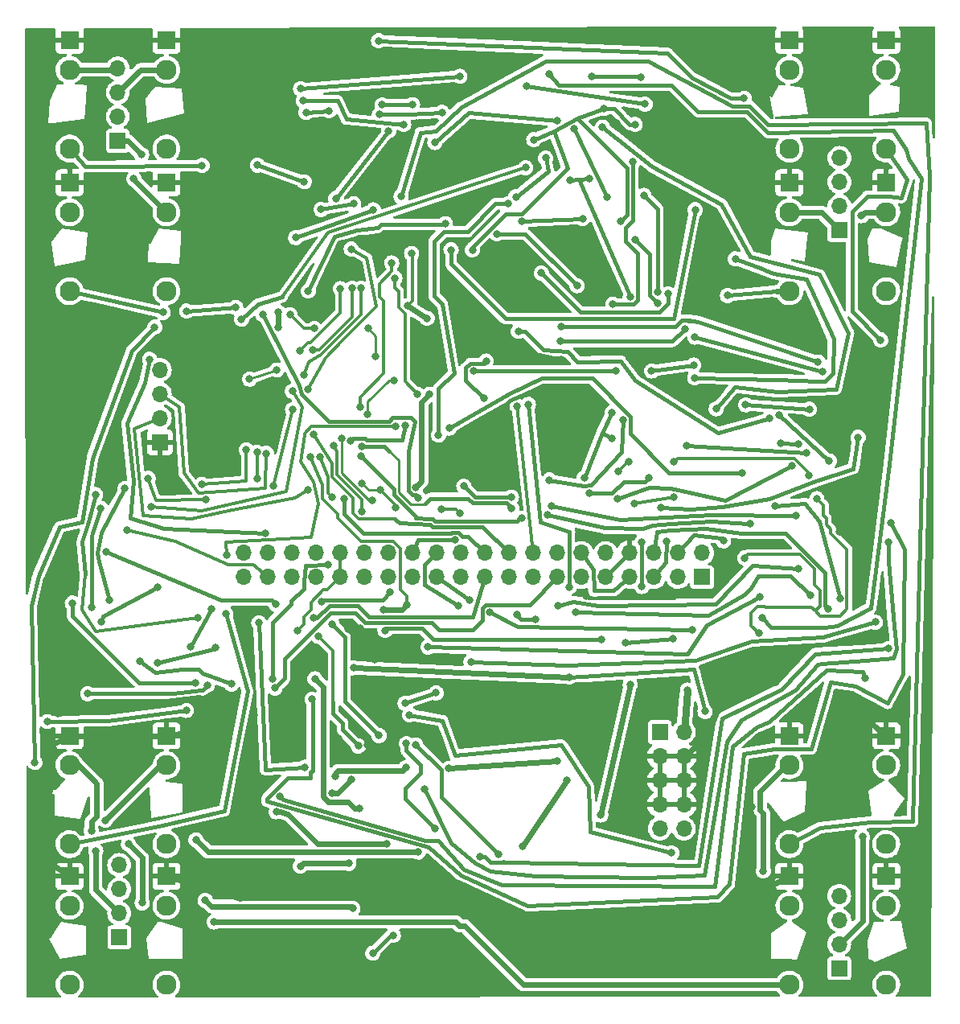
<source format=gbr>
%TF.GenerationSoftware,KiCad,Pcbnew,6.0.6+dfsg-1~bpo11+1*%
%TF.CreationDate,2023-11-30T19:30:28+01:00*%
%TF.ProjectId,touch,746f7563-682e-46b6-9963-61645f706362,rev?*%
%TF.SameCoordinates,Original*%
%TF.FileFunction,Copper,L1,Top*%
%TF.FilePolarity,Positive*%
%FSLAX46Y46*%
G04 Gerber Fmt 4.6, Leading zero omitted, Abs format (unit mm)*
G04 Created by KiCad (PCBNEW 6.0.6+dfsg-1~bpo11+1) date 2023-11-30 19:30:28*
%MOMM*%
%LPD*%
G01*
G04 APERTURE LIST*
%TA.AperFunction,ComponentPad*%
%ADD10R,1.700000X1.700000*%
%TD*%
%TA.AperFunction,ComponentPad*%
%ADD11O,1.700000X1.700000*%
%TD*%
%TA.AperFunction,ComponentPad*%
%ADD12R,1.930000X1.830000*%
%TD*%
%TA.AperFunction,ComponentPad*%
%ADD13C,2.130000*%
%TD*%
%TA.AperFunction,ViaPad*%
%ADD14C,0.800000*%
%TD*%
%TA.AperFunction,Conductor*%
%ADD15C,0.600000*%
%TD*%
%TA.AperFunction,Conductor*%
%ADD16C,0.400000*%
%TD*%
%TA.AperFunction,Conductor*%
%ADD17C,0.300000*%
%TD*%
%TA.AperFunction,Conductor*%
%ADD18C,0.250000*%
%TD*%
%TA.AperFunction,Conductor*%
%ADD19C,0.800000*%
%TD*%
G04 APERTURE END LIST*
D10*
%TO.P,J1,1,Pin_1*%
%TO.N,Net-(D2-Pad2)*%
X121650000Y-121800000D03*
D11*
%TO.P,J1,2,Pin_2*%
X124190000Y-121800000D03*
%TO.P,J1,3,Pin_3*%
%TO.N,GND*%
X121650000Y-124340000D03*
%TO.P,J1,4,Pin_4*%
X124190000Y-124340000D03*
%TO.P,J1,5,Pin_5*%
X121650000Y-126880000D03*
%TO.P,J1,6,Pin_6*%
X124190000Y-126880000D03*
%TO.P,J1,7,Pin_7*%
X121650000Y-129420000D03*
%TO.P,J1,8,Pin_8*%
X124190000Y-129420000D03*
%TO.P,J1,9,Pin_9*%
%TO.N,Net-(D1-Pad1)*%
X121650000Y-131960000D03*
%TO.P,J1,10,Pin_10*%
X124190000Y-131960000D03*
%TD*%
D10*
%TO.P,J2,1,Pin_1*%
%TO.N,GND*%
X69000000Y-91300000D03*
D11*
%TO.P,J2,2,Pin_2*%
%TO.N,/micro/SWDIO*%
X69000000Y-88760000D03*
%TO.P,J2,3,Pin_3*%
%TO.N,/micro/SWCLK*%
X69000000Y-86220000D03*
%TO.P,J2,4,Pin_4*%
%TO.N,+3.3V*%
X69000000Y-83680000D03*
%TD*%
D12*
%TO.P,M1,1,RING*%
%TO.N,GND*%
X135300000Y-137000000D03*
D13*
%TO.P,M1,2,NORM*%
%TO.N,/IOjacks/no1*%
X135300000Y-140100000D03*
%TO.P,M1,3,TIP*%
%TO.N,OUT1*%
X135300000Y-148400000D03*
%TD*%
D12*
%TO.P,M2,1,RING*%
%TO.N,GND*%
X145500000Y-137000000D03*
D13*
%TO.P,M2,2,NORM*%
%TO.N,/IOjacks/nc1*%
X145500000Y-140100000D03*
%TO.P,M2,3,TIP*%
%TO.N,C1*%
X145500000Y-148400000D03*
%TD*%
D12*
%TO.P,M3,1,RING*%
%TO.N,GND*%
X145500000Y-122200000D03*
D13*
%TO.P,M3,2,NORM*%
%TO.N,/IOjacks/ni1*%
X145500000Y-125300000D03*
%TO.P,M3,3,TIP*%
%TO.N,IN1*%
X145500000Y-133600000D03*
%TD*%
D12*
%TO.P,M4,1,RING*%
%TO.N,GND*%
X135300000Y-122200000D03*
D13*
%TO.P,M4,2,NORM*%
%TO.N,/IOjacks/nv1*%
X135300000Y-125300000D03*
%TO.P,M4,3,TIP*%
%TO.N,v1*%
X135300000Y-133600000D03*
%TD*%
D12*
%TO.P,M5,1,RING*%
%TO.N,GND*%
X69700000Y-137000000D03*
D13*
%TO.P,M5,2,NORM*%
%TO.N,/IOjacks/no2*%
X69700000Y-140100000D03*
%TO.P,M5,3,TIP*%
%TO.N,OUT2*%
X69700000Y-148400000D03*
%TD*%
D12*
%TO.P,M6,1,RING*%
%TO.N,GND*%
X59500000Y-137000000D03*
D13*
%TO.P,M6,2,NORM*%
%TO.N,/IOjacks/nc2*%
X59500000Y-140100000D03*
%TO.P,M6,3,TIP*%
%TO.N,C2*%
X59500000Y-148400000D03*
%TD*%
D12*
%TO.P,M7,1,RING*%
%TO.N,GND*%
X59500000Y-122200000D03*
D13*
%TO.P,M7,2,NORM*%
%TO.N,/IOjacks/ni2*%
X59500000Y-125300000D03*
%TO.P,M7,3,TIP*%
%TO.N,IN2*%
X59500000Y-133600000D03*
%TD*%
D12*
%TO.P,M8,1,RING*%
%TO.N,GND*%
X69700000Y-122200000D03*
D13*
%TO.P,M8,2,NORM*%
%TO.N,/IOjacks/nv2*%
X69700000Y-125300000D03*
%TO.P,M8,3,TIP*%
%TO.N,v2*%
X69700000Y-133600000D03*
%TD*%
D12*
%TO.P,M9,1,RING*%
%TO.N,GND*%
X69700000Y-49000000D03*
D13*
%TO.P,M9,2,NORM*%
%TO.N,/IOjacks/no3*%
X69700000Y-52100000D03*
%TO.P,M9,3,TIP*%
%TO.N,OUT3*%
X69700000Y-60400000D03*
%TD*%
D12*
%TO.P,M10,1,RING*%
%TO.N,GND*%
X59500000Y-49000000D03*
D13*
%TO.P,M10,2,NORM*%
%TO.N,/IOjacks/nc3*%
X59500000Y-52100000D03*
%TO.P,M10,3,TIP*%
%TO.N,C3*%
X59500000Y-60400000D03*
%TD*%
D12*
%TO.P,M11,1,RING*%
%TO.N,GND*%
X59500000Y-64000000D03*
D13*
%TO.P,M11,2,NORM*%
%TO.N,/IOjacks/ni3*%
X59500000Y-67100000D03*
%TO.P,M11,3,TIP*%
%TO.N,IN3*%
X59500000Y-75400000D03*
%TD*%
D12*
%TO.P,M12,1,RING*%
%TO.N,GND*%
X69700000Y-64000000D03*
D13*
%TO.P,M12,2,NORM*%
%TO.N,/IOjacks/nv3*%
X69700000Y-67100000D03*
%TO.P,M12,3,TIP*%
%TO.N,v3*%
X69700000Y-75400000D03*
%TD*%
D12*
%TO.P,M13,1,RING*%
%TO.N,GND*%
X135300000Y-49000000D03*
D13*
%TO.P,M13,2,NORM*%
%TO.N,/IOjacks/no4*%
X135300000Y-52100000D03*
%TO.P,M13,3,TIP*%
%TO.N,OUT4*%
X135300000Y-60400000D03*
%TD*%
D12*
%TO.P,M14,1,RING*%
%TO.N,GND*%
X145500000Y-49000000D03*
D13*
%TO.P,M14,2,NORM*%
%TO.N,/IOjacks/nc4*%
X145500000Y-52100000D03*
%TO.P,M14,3,TIP*%
%TO.N,C4*%
X145500000Y-60400000D03*
%TD*%
D12*
%TO.P,M15,1,RING*%
%TO.N,GND*%
X145500000Y-64000000D03*
D13*
%TO.P,M15,2,NORM*%
%TO.N,/IOjacks/ni4*%
X145500000Y-67100000D03*
%TO.P,M15,3,TIP*%
%TO.N,IN4*%
X145500000Y-75400000D03*
%TD*%
D12*
%TO.P,M16,1,RING*%
%TO.N,GND*%
X135300000Y-64000000D03*
D13*
%TO.P,M16,2,NORM*%
%TO.N,/IOjacks/nv4*%
X135300000Y-67100000D03*
%TO.P,M16,3,TIP*%
%TO.N,v4*%
X135300000Y-75400000D03*
%TD*%
D10*
%TO.P,J3,1,Pin_1*%
%TO.N,ADC6*%
X126100000Y-105500000D03*
D11*
%TO.P,J3,2,Pin_2*%
%TO.N,C4*%
X126100000Y-102960000D03*
%TO.P,J3,3,Pin_3*%
%TO.N,ADC7*%
X123560000Y-105500000D03*
%TO.P,J3,4,Pin_4*%
%TO.N,B4*%
X123560000Y-102960000D03*
%TO.P,J3,5,Pin_5*%
%TO.N,IN4*%
X121020000Y-105500000D03*
%TO.P,J3,6,Pin_6*%
%TO.N,F8*%
X121020000Y-102960000D03*
%TO.P,J3,7,Pin_7*%
%TO.N,+12V*%
X118480000Y-105500000D03*
%TO.P,J3,8,Pin_8*%
%TO.N,GND*%
X118480000Y-102960000D03*
%TO.P,J3,9,Pin_9*%
X115940000Y-105500000D03*
%TO.P,J3,10,Pin_10*%
%TO.N,F5*%
X115940000Y-102960000D03*
%TO.P,J3,11,Pin_11*%
%TO.N,F7*%
X113400000Y-105500000D03*
%TO.P,J3,12,Pin_12*%
%TO.N,+12V*%
X113400000Y-102960000D03*
%TO.P,J3,13,Pin_13*%
%TO.N,F1*%
X110860000Y-105500000D03*
%TO.P,J3,14,Pin_14*%
%TO.N,IN3*%
X110860000Y-102960000D03*
%TO.P,J3,15,Pin_15*%
%TO.N,C1*%
X108320000Y-105500000D03*
%TO.P,J3,16,Pin_16*%
%TO.N,ADC5*%
X108320000Y-102960000D03*
%TO.P,J3,17,Pin_17*%
%TO.N,IN1*%
X105780000Y-105500000D03*
%TO.P,J3,18,Pin_18*%
%TO.N,ADC4*%
X105780000Y-102960000D03*
%TO.P,J3,19,Pin_19*%
%TO.N,Frec*%
X103240000Y-105500000D03*
%TO.P,J3,20,Pin_20*%
%TO.N,C3*%
X103240000Y-102960000D03*
%TO.P,J3,21,Pin_21*%
%TO.N,ADC0*%
X100700000Y-105500000D03*
%TO.P,J3,22,Pin_22*%
%TO.N,Fpush*%
X100700000Y-102960000D03*
%TO.P,J3,23,Pin_23*%
%TO.N,Fplay*%
X98160000Y-105500000D03*
%TO.P,J3,24,Pin_24*%
%TO.N,B3*%
X98160000Y-102960000D03*
%TO.P,J3,25,Pin_25*%
%TO.N,TRIGG*%
X95620000Y-105500000D03*
%TO.P,J3,26,Pin_26*%
%TO.N,F6*%
X95620000Y-102960000D03*
%TO.P,J3,27,Pin_27*%
%TO.N,B1*%
X93080000Y-105500000D03*
%TO.P,J3,28,Pin_28*%
%TO.N,GND*%
X93080000Y-102960000D03*
%TO.P,J3,29,Pin_29*%
%TO.N,ADC1*%
X90540000Y-105500000D03*
%TO.P,J3,30,Pin_30*%
%TO.N,F4*%
X90540000Y-102960000D03*
%TO.P,J3,31,Pin_31*%
%TO.N,+12V*%
X88000000Y-105500000D03*
%TO.P,J3,32,Pin_32*%
X88000000Y-102960000D03*
%TO.P,J3,33,Pin_33*%
%TO.N,GND*%
X85460000Y-105500000D03*
%TO.P,J3,34,Pin_34*%
%TO.N,ADC3*%
X85460000Y-102960000D03*
%TO.P,J3,35,Pin_35*%
%TO.N,F2*%
X82920000Y-105500000D03*
%TO.P,J3,36,Pin_36*%
%TO.N,ADC2*%
X82920000Y-102960000D03*
%TO.P,J3,37,Pin_37*%
%TO.N,F3*%
X80380000Y-105500000D03*
%TO.P,J3,38,Pin_38*%
%TO.N,B2*%
X80380000Y-102960000D03*
%TO.P,J3,39,Pin_39*%
%TO.N,IN2*%
X77840000Y-105500000D03*
%TO.P,J3,40,Pin_40*%
%TO.N,C2*%
X77840000Y-102960000D03*
%TD*%
D10*
%TO.P,J4,1,Pin_1*%
%TO.N,/IOjacks/nv1*%
X140550000Y-146670000D03*
D11*
%TO.P,J4,2,Pin_2*%
%TO.N,/IOjacks/ni1*%
X140550000Y-144130000D03*
%TO.P,J4,3,Pin_3*%
%TO.N,/IOjacks/no1*%
X140550000Y-141590000D03*
%TO.P,J4,4,Pin_4*%
%TO.N,/IOjacks/nc1*%
X140550000Y-139050000D03*
%TD*%
D10*
%TO.P,J5,1,Pin_1*%
%TO.N,/IOjacks/nv3*%
X64570000Y-59570000D03*
D11*
%TO.P,J5,2,Pin_2*%
%TO.N,/IOjacks/ni3*%
X64570000Y-57030000D03*
%TO.P,J5,3,Pin_3*%
%TO.N,/IOjacks/no3*%
X64570000Y-54490000D03*
%TO.P,J5,4,Pin_4*%
%TO.N,/IOjacks/nc3*%
X64570000Y-51950000D03*
%TD*%
D10*
%TO.P,J6,1,Pin_1*%
%TO.N,/IOjacks/nv2*%
X64730000Y-143410000D03*
D11*
%TO.P,J6,2,Pin_2*%
%TO.N,/IOjacks/ni2*%
X64730000Y-140870000D03*
%TO.P,J6,3,Pin_3*%
%TO.N,/IOjacks/no2*%
X64730000Y-138330000D03*
%TO.P,J6,4,Pin_4*%
%TO.N,/IOjacks/nc2*%
X64730000Y-135790000D03*
%TD*%
D10*
%TO.P,J7,1,Pin_1*%
%TO.N,/IOjacks/nv4*%
X140570000Y-68980000D03*
D11*
%TO.P,J7,2,Pin_2*%
%TO.N,/IOjacks/ni4*%
X140570000Y-66440000D03*
%TO.P,J7,3,Pin_3*%
%TO.N,/IOjacks/no4*%
X140570000Y-63900000D03*
%TO.P,J7,4,Pin_4*%
%TO.N,/IOjacks/nc4*%
X140570000Y-61360000D03*
%TD*%
D14*
%TO.N,GND*%
X76790000Y-48980000D03*
X77530000Y-54010000D03*
X124850000Y-142450000D03*
X127980000Y-142790000D03*
%TO.N,+3.3VA*%
X92520000Y-108895833D03*
X95030000Y-108400000D03*
%TO.N,+12V*%
X85710000Y-111730000D03*
X83520000Y-111100000D03*
X89909326Y-123271085D03*
%TO.N,+3.3VA*%
X84820000Y-92820000D03*
%TO.N,IN1*%
X106577268Y-109450526D03*
X108601934Y-109921377D03*
%TO.N,Net-(R73-Pad1)*%
X92890000Y-133536517D03*
X81255473Y-130193570D03*
%TO.N,OUT3x*%
X85320000Y-116200000D03*
X90030000Y-129810000D03*
%TO.N,OUT4x*%
X91420000Y-145080000D03*
X93590000Y-143190000D03*
X98000000Y-131990000D03*
X94969821Y-123023807D03*
%TO.N,OUT1x*%
X94900498Y-125540000D03*
X87450000Y-126499502D03*
%TO.N,OUT1*%
X74710000Y-141790000D03*
%TO.N,OUT3*%
X73770000Y-139510000D03*
X89330000Y-140360000D03*
%TO.N,+12V*%
X89157139Y-126837034D03*
X87100498Y-128240000D03*
%TO.N,OUT2*%
X83810000Y-135910000D03*
X88910000Y-135630000D03*
%TO.N,OUT4*%
X102722617Y-134888868D03*
%TO.N,-12V*%
X101918500Y-71050498D03*
X118540000Y-116820000D03*
X92130000Y-56780000D03*
X112100000Y-116030000D03*
X119050000Y-57850000D03*
X98730000Y-56580000D03*
X117540000Y-68080000D03*
X108390000Y-59460000D03*
X137400000Y-87830000D03*
X115440000Y-130530000D03*
X126410000Y-119640000D03*
X124320000Y-79350000D03*
X119084307Y-69975693D03*
X111170000Y-80690000D03*
X130700000Y-87360000D03*
X115780000Y-56180000D03*
X89390000Y-115040000D03*
X121400000Y-76650000D03*
%TO.N,+12V*%
X112170000Y-63700000D03*
X119770000Y-101800000D03*
X116640000Y-88150000D03*
X113701593Y-95028824D03*
X110850000Y-124820000D03*
X116590000Y-90940000D03*
X95610000Y-55760000D03*
X118530000Y-75980000D03*
X119760000Y-106490000D03*
X114260000Y-63540000D03*
X92430000Y-55780000D03*
X99420000Y-125640000D03*
%TO.N,GND*%
X109322000Y-75470000D03*
X140585929Y-100720337D03*
X80940000Y-121220000D03*
X131970000Y-74280000D03*
X100430000Y-93290000D03*
X69970000Y-95980000D03*
X84920000Y-65430000D03*
X148740000Y-147710000D03*
X74860000Y-69210000D03*
X88940000Y-49010000D03*
X57290000Y-94940000D03*
X85350000Y-52089869D03*
X100330000Y-94836727D03*
X112400000Y-93300000D03*
X109000000Y-87200000D03*
X104300000Y-81060000D03*
X132030000Y-79400000D03*
X105230000Y-62040000D03*
X103270000Y-51350000D03*
X126110000Y-124330000D03*
X131300000Y-129690000D03*
X56840000Y-107070000D03*
X95820000Y-79150000D03*
X131170000Y-136950000D03*
X77590000Y-86470000D03*
X112400000Y-117200000D03*
X56560000Y-100310000D03*
X90470000Y-70130000D03*
X82000000Y-66290000D03*
X88400000Y-62080000D03*
X138490000Y-137000000D03*
X111910000Y-86900000D03*
X123876571Y-107040661D03*
X91590000Y-114200000D03*
X142280000Y-49000000D03*
X55910000Y-75790000D03*
X80840000Y-55130000D03*
X131420000Y-113720000D03*
X149470000Y-133380000D03*
X140760000Y-75070000D03*
X131070000Y-59440000D03*
X147400000Y-118840000D03*
X118440000Y-56530000D03*
X64240000Y-78360000D03*
X78020000Y-88060000D03*
X131780000Y-125730000D03*
X93680000Y-63760000D03*
X129360000Y-83150000D03*
X87120000Y-51170000D03*
X129249187Y-88412151D03*
X58260000Y-119870000D03*
X105520000Y-64520960D03*
X81490000Y-48890000D03*
X117530000Y-48670000D03*
X142460000Y-60190000D03*
X90310000Y-65390000D03*
X137550000Y-118740000D03*
X58284000Y-110680000D03*
X55780000Y-57380000D03*
X86570000Y-64487871D03*
X87830000Y-122500000D03*
X132090000Y-142720000D03*
X76140000Y-64760000D03*
X135690000Y-113170000D03*
X63330000Y-80980000D03*
X107544000Y-73946000D03*
X111480000Y-120250000D03*
X96980000Y-76840000D03*
X113868727Y-107480920D03*
X77790000Y-58670000D03*
X119350000Y-123960000D03*
X106930000Y-51050000D03*
X56440000Y-146560000D03*
X133860000Y-116590000D03*
X111730000Y-92150000D03*
X131250000Y-114570000D03*
X122650000Y-48970000D03*
X75640000Y-136930000D03*
X63280000Y-74390000D03*
X99250000Y-60430000D03*
X101060000Y-78955367D03*
X83076507Y-62080000D03*
X97175000Y-80505000D03*
X114520000Y-89860000D03*
X74360000Y-88240000D03*
X73890000Y-48850000D03*
X107544000Y-75470000D03*
X112340000Y-87930000D03*
X129100000Y-140100000D03*
X126730000Y-50500000D03*
X120880000Y-59150000D03*
X56190000Y-133760000D03*
X101120000Y-79950000D03*
X129100000Y-114580000D03*
X75090000Y-123660000D03*
X59740000Y-101190000D03*
X75460000Y-120310000D03*
X129110000Y-52080000D03*
X85710000Y-49100000D03*
X119190000Y-129570000D03*
X138870000Y-49000000D03*
X77590000Y-83000000D03*
X81000000Y-119700000D03*
X58510000Y-91100000D03*
X90090000Y-110910000D03*
X117090000Y-116710000D03*
X58114125Y-116890000D03*
X126590000Y-122270000D03*
X131600000Y-116530000D03*
X138120000Y-125000000D03*
X60460000Y-87810000D03*
X126900000Y-117690000D03*
X129410000Y-117380000D03*
X63910000Y-119260000D03*
X61620000Y-84520000D03*
X78990000Y-86040000D03*
X76070000Y-61260000D03*
X72300000Y-70740000D03*
X132210000Y-66960000D03*
X83760000Y-60190000D03*
X104200000Y-58200000D03*
X56326151Y-81980000D03*
X111680000Y-48790000D03*
X107290000Y-72422000D03*
X138800000Y-60430000D03*
X78930000Y-120000000D03*
X125690000Y-140874570D03*
X115672000Y-75724000D03*
X64010000Y-49000000D03*
X143038977Y-73090000D03*
X99670000Y-51470000D03*
X131360000Y-133110000D03*
X88870000Y-110934039D03*
X119040000Y-126661974D03*
X96020000Y-57750000D03*
X72850000Y-81100000D03*
X110140000Y-119450000D03*
X117400000Y-128900000D03*
X102310000Y-79870000D03*
X111250000Y-82640000D03*
X90903704Y-123170000D03*
X77530000Y-79640000D03*
X55869697Y-89620000D03*
X138380000Y-72020000D03*
X142460000Y-119610000D03*
X117100000Y-57675613D03*
X131490000Y-62020000D03*
X101500000Y-53910000D03*
%TO.N,+3.3VA*%
X92725333Y-111095333D03*
X118050000Y-112430000D03*
X123030000Y-111970000D03*
X115470000Y-112070000D03*
%TO.N,DAC5*%
X83310000Y-69750000D03*
X91480000Y-66840000D03*
%TO.N,DAC7*%
X89410000Y-66180000D03*
X85980000Y-66800000D03*
%TO.N,DAC1*%
X84400000Y-56600000D03*
X86840000Y-56400000D03*
%TO.N,DAC3*%
X94680000Y-57860000D03*
X84100000Y-55370000D03*
%TO.N,DAC2*%
X84640000Y-75370000D03*
X99072967Y-68291605D03*
%TO.N,DAC6*%
X93100000Y-58530000D03*
X87540000Y-65650000D03*
%TO.N,Net-(C18-Pad1)*%
X116710000Y-76770000D03*
X118820000Y-61750000D03*
%TO.N,Net-(C20-Pad2)*%
X125210000Y-83180000D03*
X120790000Y-83800000D03*
%TO.N,Net-(C20-Pad1)*%
X119990000Y-65320000D03*
X121420000Y-75480000D03*
%TO.N,IN4*%
X135550000Y-93760000D03*
X117210000Y-97210000D03*
X122380000Y-101750000D03*
%TO.N,IN2*%
X75950000Y-109370000D03*
%TO.N,+3.3V*%
X72800000Y-133150000D03*
X81500000Y-79200000D03*
X111870000Y-126900000D03*
X107220000Y-133860000D03*
X137370883Y-94783988D03*
X96205049Y-134436017D03*
X95520000Y-71430000D03*
X100580332Y-98750332D03*
X95060000Y-76970000D03*
X123147189Y-93391682D03*
X81490000Y-77620000D03*
X138190000Y-97240500D03*
X97410000Y-86250500D03*
X132082240Y-111421979D03*
X97150000Y-78270000D03*
X98650000Y-98310000D03*
X130590000Y-103480000D03*
X95945180Y-96055124D03*
%TO.N,IN3*%
X106030000Y-97080000D03*
X71820000Y-77500000D03*
X69340000Y-77630000D03*
X96201519Y-97124810D03*
X101020000Y-95930000D03*
X76990000Y-77110000D03*
X79840000Y-77850000D03*
%TO.N,IN4*%
X110020000Y-52570000D03*
X132405484Y-109822479D03*
%TO.N,IN2*%
X77600000Y-78360000D03*
X107510000Y-62400000D03*
X62240000Y-96810000D03*
X73010000Y-109770000D03*
%TO.N,IN1*%
X122900000Y-134520000D03*
X95300000Y-119990000D03*
%TO.N,Net-(C25-Pad1)*%
X114510000Y-52800000D03*
X119660000Y-52889990D03*
%TO.N,OUT4TOMIX*%
X101770000Y-114410000D03*
X134210000Y-88440000D03*
X144350000Y-110240000D03*
X98100000Y-117680000D03*
X139500000Y-93270000D03*
X94830000Y-118770000D03*
%TO.N,Net-(C26-Pad1)*%
X115620000Y-58130000D03*
X127590000Y-87780000D03*
%TO.N,OUT2TOMIX*%
X81644647Y-128584647D03*
X143300000Y-116090000D03*
X137100000Y-92420000D03*
X124450000Y-91700000D03*
%TO.N,Net-(C27-Pad1)*%
X110030000Y-95280000D03*
X117750000Y-88920000D03*
%TO.N,OUT3TOMIX*%
X145950000Y-99750000D03*
X85040000Y-118360000D03*
X125340000Y-80240000D03*
X138790000Y-83880000D03*
%TO.N,Net-(C28-Pad1)*%
X133160000Y-88820000D03*
X106740000Y-79630000D03*
%TO.N,OUT1TOMIX*%
X96850000Y-127850000D03*
X138320000Y-82860000D03*
X136210000Y-91470000D03*
X111270000Y-79090010D03*
X134390000Y-91430000D03*
X145720000Y-101800000D03*
%TO.N,Net-(C29-Pad1)*%
X78450000Y-84650000D03*
X81300000Y-83700000D03*
%TO.N,Net-(D2-Pad2)*%
X124580000Y-117390000D03*
%TO.N,/micro/SWDIO*%
X84590000Y-96300000D03*
%TO.N,/micro/SWCLK*%
X80225000Y-92475000D03*
%TO.N,C4*%
X144910000Y-80540000D03*
X142540000Y-90780000D03*
X121800000Y-98150000D03*
%TO.N,ADC7*%
X118410960Y-93342242D03*
X117280529Y-94355916D03*
%TO.N,B4*%
X97240000Y-112860000D03*
X128350000Y-101670000D03*
X132210000Y-107610000D03*
%TO.N,F8*%
X139338982Y-108819500D03*
%TO.N,F5*%
X120484518Y-95018905D03*
X114240000Y-96660000D03*
%TO.N,F7*%
X112760000Y-109200000D03*
X137490000Y-107440000D03*
%TO.N,F1*%
X72746000Y-116618000D03*
X59792000Y-108236000D03*
X81124963Y-117179621D03*
%TO.N,C1*%
X95960000Y-123160000D03*
X104630000Y-134682245D03*
%TO.N,ADC5*%
X106620000Y-87480000D03*
%TO.N,ADC4*%
X85200000Y-90480000D03*
X85270184Y-79339862D03*
X82720000Y-77870000D03*
%TO.N,Frec*%
X85211426Y-109820496D03*
X74830000Y-112930000D03*
X68780000Y-114480000D03*
%TO.N,C3*%
X73460000Y-62180000D03*
X88413601Y-97256399D03*
X67930000Y-82580000D03*
X80100000Y-100850000D03*
%TO.N,ADC0*%
X93423000Y-72427246D03*
X90087427Y-87580214D03*
%TO.N,Fpush*%
X61410000Y-117770000D03*
X74016000Y-116872000D03*
%TO.N,Fplay*%
X125050000Y-111080000D03*
X103750000Y-109230000D03*
X101650000Y-107950000D03*
%TO.N,B3*%
X100460000Y-108530000D03*
%TO.N,F6*%
X100120000Y-101580000D03*
X136240000Y-104610000D03*
X110910000Y-108470000D03*
%TO.N,B1*%
X86043015Y-108105280D03*
X93270000Y-107090000D03*
X92090000Y-122180000D03*
X87150000Y-110440000D03*
%TO.N,ADC1*%
X87330000Y-91640000D03*
X90250652Y-98570698D03*
%TO.N,F4*%
X86750000Y-104230000D03*
X66870000Y-114380000D03*
X76540000Y-116760000D03*
X80870000Y-116200000D03*
%TO.N,ADC3*%
X91411594Y-97398406D03*
X90875500Y-88320500D03*
X93630000Y-84810000D03*
X88154401Y-90884249D03*
%TO.N,F2*%
X81250000Y-108380000D03*
X63320000Y-102860000D03*
%TO.N,ADC2*%
X90930023Y-79320023D03*
X85870000Y-92880000D03*
X91715276Y-82254769D03*
X87137908Y-97112092D03*
%TO.N,F3*%
X65530000Y-100560000D03*
%TO.N,B2*%
X84270000Y-125520000D03*
X79430000Y-110310000D03*
%TO.N,C2*%
X72210000Y-112800000D03*
X74460000Y-108870000D03*
%TO.N,OUT4*%
X145690000Y-113020000D03*
%TO.N,OUT3*%
X57140000Y-120700000D03*
X71780000Y-119530000D03*
%TO.N,v4*%
X109180000Y-73490000D03*
X122520000Y-75680000D03*
X128780000Y-75870000D03*
%TO.N,v3*%
X79280000Y-62140000D03*
X84200000Y-63890000D03*
%TO.N,v2*%
X100600000Y-52790000D03*
X55840000Y-125010000D03*
X83830000Y-54090000D03*
X68470000Y-79180000D03*
%TO.N,v1*%
X94410000Y-65430000D03*
%TO.N,/euro_touch/c4*%
X120110000Y-55720000D03*
X107610000Y-53790000D03*
%TO.N,/euro_touch/c2*%
X106500000Y-65470000D03*
X109630000Y-61390000D03*
%TO.N,/euro_touch/c3*%
X98350000Y-90550000D03*
X107090000Y-68070000D03*
X113530000Y-67770000D03*
X105700000Y-66200000D03*
%TO.N,/euro_touch/c1*%
X102030000Y-83800000D03*
X117020000Y-83780000D03*
%TO.N,/euro_touch/o4*%
X125380000Y-66830000D03*
X99670000Y-71050498D03*
%TO.N,/euro_touch/o2*%
X112940000Y-74820000D03*
X104496000Y-69374000D03*
%TO.N,/euro_touch/o3*%
X110840000Y-57460000D03*
X116120000Y-65530000D03*
X112640000Y-58320000D03*
X97960000Y-59750000D03*
%TO.N,/euro_touch/o1*%
X130521199Y-55097474D03*
X129600000Y-72000000D03*
X125340000Y-84530000D03*
X92050000Y-49050000D03*
%TO.N,FR1*%
X73875000Y-97375000D03*
X73450000Y-95725000D03*
X67775000Y-95100000D03*
X78100000Y-92100000D03*
%TO.N,Net-(R35-Pad2)*%
X61790000Y-108640000D03*
X62790000Y-98260000D03*
%TO.N,Net-(R36-Pad2)*%
X65330000Y-96170000D03*
X63720000Y-107900000D03*
%TO.N,FR2*%
X68125000Y-98125000D03*
X82960000Y-85920000D03*
%TO.N,rec*%
X93800000Y-89590000D03*
X76050000Y-103190000D03*
%TO.N,Net-(R40-Pad2)*%
X62800000Y-110225000D03*
X68775000Y-106600000D03*
%TO.N,push*%
X82975000Y-87875000D03*
X81000000Y-95900000D03*
%TO.N,FR5*%
X90175000Y-92775000D03*
X107130000Y-99300000D03*
X131180000Y-99870000D03*
X109790000Y-98980000D03*
%TO.N,FR6*%
X110280000Y-98000000D03*
X106050000Y-98230000D03*
X135980000Y-99030000D03*
X90255227Y-91725990D03*
%TO.N,FR7*%
X89125000Y-91150000D03*
X130349931Y-94511422D03*
X99470000Y-89810000D03*
X94830000Y-89530000D03*
%TO.N,Net-(R49-Pad2)*%
X140610000Y-107780000D03*
X133750000Y-97980000D03*
%TO.N,FR8*%
X119010000Y-97800000D03*
X123100000Y-97070000D03*
%TO.N,play*%
X79275000Y-95175000D03*
X79225000Y-92350000D03*
%TO.N,SEL1*%
X88010000Y-75140000D03*
X83750000Y-81700000D03*
%TO.N,SEL2*%
X89220000Y-75080000D03*
X85100000Y-81600000D03*
%TO.N,SEL3*%
X84150000Y-84200000D03*
X90219292Y-75100500D03*
%TO.N,EN_LOW1*%
X89160000Y-70970000D03*
X84600000Y-85700000D03*
%TO.N,DAC*%
X96130900Y-86250500D03*
X93759977Y-74039977D03*
%TO.N,/IOjacks/nv1*%
X132560000Y-136430000D03*
%TO.N,/IOjacks/ni1*%
X142990000Y-132820000D03*
%TO.N,/IOjacks/nv3*%
X67080000Y-61030000D03*
X66260000Y-63580000D03*
%TO.N,/IOjacks/ni2*%
X61790000Y-132190000D03*
X62250000Y-134320000D03*
%TO.N,/IOjacks/nv2*%
X67140000Y-139780000D03*
X65700000Y-133580000D03*
X63260000Y-131100000D03*
%TO.N,/IOjacks/ni4*%
X142880000Y-67460000D03*
%TO.N,TRIG*%
X90250153Y-95599847D03*
X93804977Y-98175023D03*
X92250000Y-96350000D03*
%TO.N,IN1*%
X112120000Y-106530000D03*
X103354391Y-82764711D03*
X103100000Y-86690000D03*
X107810000Y-87310000D03*
%TD*%
D15*
%TO.N,Net-(R73-Pad1)*%
X81255473Y-130193570D02*
X81619940Y-130193570D01*
X81619940Y-130193570D02*
X82475629Y-130436401D01*
X82475629Y-130436401D02*
X85575745Y-133536517D01*
X85575745Y-133536517D02*
X92890000Y-133536517D01*
D16*
%TO.N,OUT2TOMIX*%
X142990000Y-115480000D02*
X143300000Y-116090000D01*
X131830000Y-121260000D02*
X133169364Y-120715816D01*
X96975868Y-133200000D02*
X98300000Y-133200000D01*
X129340000Y-123340000D02*
X131830000Y-121260000D01*
X133169364Y-120715816D02*
X139190000Y-115320000D01*
X81644647Y-128584647D02*
X82014090Y-128954090D01*
X127409345Y-138018669D02*
X129340000Y-123340000D01*
X105000000Y-137870000D02*
X127409345Y-138018669D01*
X101065176Y-136280469D02*
X105000000Y-137870000D01*
X98300000Y-133200000D02*
X101065176Y-136280469D01*
X82014090Y-128954090D02*
X96975868Y-133200000D01*
X139190000Y-115320000D02*
X142990000Y-115480000D01*
D17*
%TO.N,+3.3VA*%
X84820000Y-92820000D02*
X86125000Y-95800000D01*
X86125000Y-95800000D02*
X86125000Y-97265000D01*
X93580000Y-101760000D02*
X94320000Y-102500000D01*
X86125000Y-97265000D02*
X87730000Y-98870000D01*
X87730000Y-98870000D02*
X87730000Y-99280000D01*
X87730000Y-99280000D02*
X90210000Y-101760000D01*
X90210000Y-101760000D02*
X93580000Y-101760000D01*
X94320000Y-102500000D02*
X94320000Y-106802155D01*
X94320000Y-106802155D02*
X95030000Y-107512155D01*
X95030000Y-107512155D02*
X95030000Y-108400000D01*
D15*
X92520000Y-108895833D02*
X94534167Y-108895833D01*
X94534167Y-108895833D02*
X95030000Y-108400000D01*
D16*
%TO.N,Frec*%
X85211426Y-109820496D02*
X85552976Y-109820496D01*
X85552976Y-109820496D02*
X86863472Y-108510000D01*
X86863472Y-108510000D02*
X89830000Y-108510000D01*
X89830000Y-108510000D02*
X91015333Y-109695333D01*
X91015333Y-109695333D02*
X97913861Y-109695333D01*
X97913861Y-109695333D02*
X97948528Y-109730000D01*
X97948528Y-109730000D02*
X101970000Y-109730000D01*
X101970000Y-109730000D02*
X103240000Y-105500000D01*
%TO.N,F1*%
X82144000Y-114078000D02*
X82144000Y-116160584D01*
X86970000Y-109252000D02*
X82144000Y-114078000D01*
X89563371Y-109252000D02*
X86970000Y-109252000D01*
X90606704Y-110295333D02*
X89563371Y-109252000D01*
X101956000Y-111030000D02*
X98400000Y-111030000D01*
X97665333Y-110295333D02*
X90606704Y-110295333D01*
X98400000Y-111030000D02*
X97665333Y-110295333D01*
X102972000Y-110014000D02*
X101956000Y-111030000D01*
X102950000Y-109992000D02*
X102972000Y-110014000D01*
X102950000Y-108766000D02*
X102950000Y-109992000D01*
X103286000Y-108430000D02*
X102950000Y-108766000D01*
X107930000Y-108430000D02*
X103286000Y-108430000D01*
X110860000Y-105500000D02*
X107930000Y-108430000D01*
X82144000Y-116160584D02*
X81124963Y-117179621D01*
%TO.N,B1*%
X93270000Y-107090000D02*
X92450000Y-107910000D01*
X92450000Y-107910000D02*
X86238295Y-107910000D01*
X86238295Y-107910000D02*
X86043015Y-108105280D01*
%TO.N,+3.3VA*%
X92725333Y-111095333D02*
X92910666Y-110910000D01*
X92910666Y-110910000D02*
X96641371Y-110910000D01*
X96641371Y-110910000D02*
X97801371Y-112070000D01*
X97801371Y-112070000D02*
X115470000Y-112070000D01*
D17*
%TO.N,+12V*%
X85710000Y-111730000D02*
X87240000Y-113260000D01*
X84170000Y-109690000D02*
X84170000Y-110450000D01*
X84170000Y-110450000D02*
X83520000Y-111100000D01*
D16*
X87240000Y-119100000D02*
X87240000Y-118640000D01*
X87240000Y-119860000D02*
X87240000Y-119100000D01*
D17*
X87240000Y-113260000D02*
X87240000Y-119100000D01*
D16*
%TO.N,F4*%
X86750000Y-104230000D02*
X84330000Y-104260000D01*
X84330000Y-104260000D02*
X84150000Y-105990000D01*
X84150000Y-105990000D02*
X84150000Y-106700000D01*
X84150000Y-106700000D02*
X82840000Y-108010000D01*
X80870000Y-110280000D02*
X80870000Y-116200000D01*
X82840000Y-108010000D02*
X82840000Y-108310000D01*
X82840000Y-108310000D02*
X80870000Y-110280000D01*
%TO.N,F2*%
X75450000Y-107940000D02*
X63320000Y-102860000D01*
X81250000Y-108380000D02*
X80810000Y-107940000D01*
X80810000Y-107940000D02*
X75450000Y-107940000D01*
D17*
%TO.N,+12V*%
X84950000Y-108910000D02*
X84170000Y-109690000D01*
X84950000Y-108870000D02*
X84950000Y-108910000D01*
D16*
%TO.N,B1*%
X87150000Y-110440000D02*
X88500000Y-111790000D01*
X88500000Y-111790000D02*
X88500000Y-118590000D01*
X88500000Y-118590000D02*
X92090000Y-122180000D01*
%TO.N,+12V*%
X88220000Y-120840000D02*
X87240000Y-119860000D01*
X88220000Y-121581759D02*
X88220000Y-120840000D01*
X89909326Y-123271085D02*
X88220000Y-121581759D01*
D15*
%TO.N,OUT3x*%
X85320000Y-116200000D02*
X86200498Y-117080498D01*
X88870000Y-129140000D02*
X89540000Y-129810000D01*
X86200498Y-117080498D02*
X86200498Y-128612793D01*
X86200498Y-128612793D02*
X86727705Y-129140000D01*
X86727705Y-129140000D02*
X88870000Y-129140000D01*
X89540000Y-129810000D02*
X90030000Y-129810000D01*
D17*
%TO.N,+12V*%
X84950000Y-108137634D02*
X84950000Y-108870000D01*
X86237634Y-106850000D02*
X84950000Y-108137634D01*
X86520000Y-106850000D02*
X86237634Y-106850000D01*
X88000000Y-105500000D02*
X86650000Y-106850000D01*
X86650000Y-106850000D02*
X86520000Y-106850000D01*
D16*
%TO.N,IN1*%
X107048119Y-109921377D02*
X106577268Y-109450526D01*
X108601934Y-109921377D02*
X107048119Y-109921377D01*
D15*
%TO.N,OUT1x*%
X87450000Y-126499502D02*
X87450000Y-126169755D01*
X87450000Y-126169755D02*
X87739755Y-125880000D01*
X94560498Y-125880000D02*
X94900498Y-125540000D01*
X87739755Y-125880000D02*
X94560498Y-125880000D01*
%TO.N,+12V*%
X87754173Y-128240000D02*
X89157139Y-126837034D01*
X87100498Y-128240000D02*
X87754173Y-128240000D01*
D16*
%TO.N,OUT4x*%
X93590000Y-143190000D02*
X93310000Y-143190000D01*
X93310000Y-143190000D02*
X91420000Y-145080000D01*
X94850000Y-128840000D02*
X98000000Y-131990000D01*
X94969821Y-123779821D02*
X96480000Y-125290000D01*
X94850000Y-127740000D02*
X94850000Y-128840000D01*
X94969821Y-123023807D02*
X94969821Y-123779821D01*
X96480000Y-125290000D02*
X96480000Y-126110000D01*
X96480000Y-126110000D02*
X94850000Y-127740000D01*
%TO.N,OUT3TOMIX*%
X107750000Y-140110000D02*
X127714216Y-139191646D01*
X97280000Y-133910000D02*
X100690000Y-136860000D01*
X127714216Y-139191646D02*
X128990000Y-137810000D01*
X139610000Y-116560000D02*
X142280000Y-116940000D01*
X80260000Y-129080000D02*
X97280000Y-133910000D01*
X82508629Y-126590000D02*
X80260000Y-128838629D01*
X130470000Y-124130000D02*
X133690000Y-123570000D01*
X142280000Y-116940000D02*
X145630000Y-118790000D01*
X128990000Y-137810000D02*
X130470000Y-124130000D01*
X85070000Y-118390000D02*
X85070000Y-125851371D01*
X84870000Y-126051371D02*
X84870000Y-126590000D01*
X84870000Y-126590000D02*
X82508629Y-126590000D01*
X85070000Y-125851371D02*
X84870000Y-126051371D01*
X133690000Y-123570000D02*
X137590000Y-123590000D01*
X100690000Y-136860000D02*
X107750000Y-140110000D01*
X80260000Y-128838629D02*
X80260000Y-129080000D01*
X85040000Y-118360000D02*
X85070000Y-118390000D01*
X137590000Y-123590000D02*
X139610000Y-116560000D01*
X145630000Y-118790000D02*
X147260000Y-115740000D01*
X147260000Y-115740000D02*
X147460000Y-102560000D01*
X147460000Y-102560000D02*
X145950000Y-99750000D01*
D15*
%TO.N,OUT1*%
X74710000Y-141790000D02*
X100150000Y-141790000D01*
X100150000Y-141790000D02*
X100550000Y-142190000D01*
X100550000Y-142190000D02*
X101110000Y-142190000D01*
X101110000Y-142190000D02*
X107320000Y-148400000D01*
X107320000Y-148400000D02*
X135300000Y-148400000D01*
%TO.N,OUT3*%
X74410000Y-140150000D02*
X73770000Y-139510000D01*
X89120000Y-140150000D02*
X74410000Y-140150000D01*
X89330000Y-140360000D02*
X89120000Y-140150000D01*
D16*
%TO.N,C1*%
X104630000Y-134682245D02*
X98620000Y-128672245D01*
X98620000Y-128672245D02*
X98620000Y-125820000D01*
X98620000Y-125820000D02*
X95960000Y-123160000D01*
D15*
%TO.N,OUT2*%
X83810000Y-135910000D02*
X84090000Y-135630000D01*
X84090000Y-135630000D02*
X88910000Y-135630000D01*
%TO.N,GND*%
X125690000Y-140874570D02*
X102620000Y-142040000D01*
X102620000Y-142040000D02*
X99840000Y-139260000D01*
X99840000Y-139260000D02*
X77550000Y-139260000D01*
X77550000Y-139260000D02*
X77470000Y-139340000D01*
X77470000Y-139340000D02*
X69700000Y-137000000D01*
D16*
%TO.N,OUT4*%
X103210000Y-134900000D02*
X103198868Y-134888868D01*
X105131160Y-135475013D02*
X105458255Y-135481745D01*
X103791745Y-135481745D02*
X103210000Y-134900000D01*
X103198868Y-134888868D02*
X102722617Y-134888868D01*
X105458255Y-135481745D02*
X103791745Y-135481745D01*
X105458255Y-135481745D02*
X125780000Y-135900000D01*
D15*
%TO.N,+3.3V*%
X72800000Y-133150000D02*
X74086017Y-134436017D01*
X74086017Y-134436017D02*
X96205049Y-134436017D01*
D16*
%TO.N,-12V*%
X92130000Y-56780000D02*
X95170000Y-56780000D01*
X95170000Y-56780000D02*
X98730000Y-56580000D01*
X108390000Y-59460000D02*
X110487331Y-58558737D01*
X112980000Y-57230000D02*
X115780000Y-56180000D01*
X110487331Y-58558737D02*
X112980000Y-57230000D01*
D15*
X112100000Y-116030000D02*
X89390000Y-115040000D01*
D16*
X130700000Y-87360000D02*
X137400000Y-87830000D01*
X126410000Y-119640000D02*
X125210000Y-115240000D01*
X125210000Y-115240000D02*
X112100000Y-116030000D01*
D15*
X115440000Y-130530000D02*
X118540000Y-116820000D01*
D16*
X120590000Y-75840000D02*
X121400000Y-76650000D01*
X119084307Y-69975693D02*
X120590000Y-71481386D01*
X119050000Y-57850000D02*
X118500000Y-57850000D01*
X101918500Y-70760129D02*
X105408629Y-67270000D01*
X120590000Y-71481386D02*
X120590000Y-75840000D01*
X116830000Y-56180000D02*
X115780000Y-56180000D01*
X118219989Y-67400011D02*
X117540000Y-68080000D01*
X118500000Y-57850000D02*
X116830000Y-56180000D01*
X111170000Y-80690000D02*
X122980000Y-80690000D01*
X124209978Y-79460022D02*
X124320000Y-79350000D01*
X101918500Y-71050498D02*
X101918500Y-70760129D01*
X122980000Y-80690000D02*
X124209978Y-79460022D01*
X105408629Y-67270000D02*
X107080000Y-67270000D01*
X107080000Y-67270000D02*
X111930000Y-62420000D01*
X118219989Y-62469989D02*
X118219989Y-67400011D01*
X111930000Y-62420000D02*
X110487331Y-58558737D01*
X112980000Y-57230000D02*
X118219989Y-62469989D01*
%TO.N,+12V*%
X92430000Y-55780000D02*
X95610000Y-55760000D01*
X114260000Y-63540000D02*
X113138915Y-63625825D01*
X118530000Y-75980000D02*
X113138915Y-63625825D01*
X113138915Y-63625825D02*
X112170000Y-63700000D01*
X116640000Y-88150000D02*
X115571597Y-90275619D01*
X119760000Y-106490000D02*
X119770000Y-101800000D01*
D15*
X99420000Y-125640000D02*
X110850000Y-124820000D01*
D16*
X116590000Y-90940000D02*
X115571597Y-90275619D01*
X115571597Y-90275619D02*
X113701593Y-95028824D01*
%TO.N,GND*%
X90090000Y-110910000D02*
X91590000Y-114200000D01*
X115940000Y-105500000D02*
X118480000Y-102960000D01*
X105230000Y-62040000D02*
X104200000Y-58200000D01*
X109000000Y-87200000D02*
X111243425Y-91267749D01*
X114520000Y-89860000D02*
X111243424Y-91267748D01*
X111243424Y-91267748D02*
X111243425Y-91267748D01*
X111243425Y-91267748D02*
X111243425Y-91267749D01*
X111243425Y-91267749D02*
X111730000Y-92150000D01*
D15*
X63910000Y-119260000D02*
X58260000Y-119870000D01*
X56840000Y-107070000D02*
X59740000Y-101190000D01*
D16*
X133860000Y-116590000D02*
X131250000Y-114570000D01*
D15*
X63910000Y-119260000D02*
X73150000Y-118140000D01*
X73150000Y-118140000D02*
X73720000Y-121430000D01*
X73720000Y-121430000D02*
X69700000Y-122200000D01*
X59500000Y-122200000D02*
X69700000Y-122200000D01*
X59500000Y-122200000D02*
X57020000Y-123420000D01*
X57020000Y-123420000D02*
X56940000Y-131080000D01*
X56940000Y-131080000D02*
X57690000Y-135800000D01*
X57690000Y-135800000D02*
X59500000Y-137000000D01*
D16*
X111250000Y-82640000D02*
X104300000Y-81060000D01*
X109000000Y-87200000D02*
X108360000Y-86140000D01*
X108360000Y-86140000D02*
X106950000Y-86410000D01*
X106950000Y-86410000D02*
X105830000Y-86880000D01*
X105830000Y-86880000D02*
X100430000Y-93290000D01*
X93680000Y-63760000D02*
X90310000Y-65390000D01*
D15*
X135300000Y-137000000D02*
X129100000Y-140100000D01*
X127760000Y-140770000D02*
X125690000Y-140874570D01*
X142460000Y-119610000D02*
X145500000Y-122200000D01*
X124190000Y-124340000D02*
X126590000Y-122270000D01*
X126590000Y-122270000D02*
X127750000Y-119380000D01*
X127750000Y-119380000D02*
X126900000Y-117690000D01*
X129100000Y-140100000D02*
X127760000Y-140770000D01*
D16*
X121650000Y-124340000D02*
X121650000Y-126880000D01*
D17*
X114137807Y-107750000D02*
X113868727Y-107480920D01*
X123167232Y-107750000D02*
X114137807Y-107750000D01*
D16*
X121650000Y-129420000D02*
X121650000Y-124340000D01*
X124190000Y-124340000D02*
X124190000Y-129420000D01*
D17*
X123876571Y-107040661D02*
X123167232Y-107750000D01*
%TO.N,+12V*%
X88000000Y-102960000D02*
X88000000Y-105500000D01*
D16*
%TO.N,+3.3VA*%
X118050000Y-112430000D02*
X123030000Y-111970000D01*
%TO.N,+12V*%
X118480000Y-105500000D02*
X116800000Y-106920000D01*
X116800000Y-106920000D02*
X114710000Y-106940000D01*
X114710000Y-106940000D02*
X114630000Y-104730000D01*
X114630000Y-104730000D02*
X113400000Y-102960000D01*
%TO.N,DAC5*%
X91480000Y-66840000D02*
X83310000Y-69750000D01*
%TO.N,DAC7*%
X85980000Y-66800000D02*
X89410000Y-66180000D01*
%TO.N,DAC1*%
X84400000Y-56600000D02*
X86840000Y-56400000D01*
%TO.N,DAC3*%
X84100000Y-55370000D02*
X87730000Y-55340000D01*
X87730000Y-55340000D02*
X88630000Y-57290000D01*
X88630000Y-57290000D02*
X94680000Y-57860000D01*
%TO.N,DAC2*%
X92302000Y-68358000D02*
X91960000Y-68700000D01*
X87360000Y-69620000D02*
X84640000Y-75370000D01*
X91960000Y-68700000D02*
X89760000Y-68930000D01*
X89760000Y-68930000D02*
X87360000Y-69620000D01*
X99006572Y-68358000D02*
X92302000Y-68358000D01*
X99072967Y-68291605D02*
X99006572Y-68358000D01*
%TO.N,DAC6*%
X87540000Y-65650000D02*
X93100000Y-58530000D01*
%TO.N,Net-(C18-Pad1)*%
X119330001Y-71405389D02*
X118050000Y-70125388D01*
X118050000Y-68754002D02*
X118820000Y-67984002D01*
X118914001Y-76780001D02*
X119330001Y-76364001D01*
X119330001Y-76364001D02*
X119330001Y-71405389D01*
X116710000Y-76770000D02*
X116720001Y-76780001D01*
X118050000Y-70125388D02*
X118050000Y-68754002D01*
X116720001Y-76780001D02*
X118914001Y-76780001D01*
X118820000Y-67984002D02*
X118820000Y-61750000D01*
%TO.N,Net-(C20-Pad2)*%
X120790000Y-83800000D02*
X125210000Y-83180000D01*
%TO.N,Net-(C20-Pad1)*%
X121420000Y-66750000D02*
X119990000Y-65320000D01*
X121420000Y-75480000D02*
X121420000Y-66750000D01*
%TO.N,IN4*%
X135550000Y-93760000D02*
X128540000Y-97450000D01*
X128540000Y-97450000D02*
X122770000Y-96150000D01*
X122770000Y-96150000D02*
X120460000Y-96090000D01*
X120460000Y-96090000D02*
X117210000Y-97210000D01*
X122380000Y-101750000D02*
X122240000Y-103920000D01*
X122240000Y-103920000D02*
X121020000Y-105500000D01*
%TO.N,IN2*%
X75950000Y-109370000D02*
X78230000Y-117500000D01*
X78230000Y-117500000D02*
X75790000Y-130100000D01*
X75790000Y-130100000D02*
X69290000Y-131620000D01*
X69290000Y-131620000D02*
X59500000Y-133600000D01*
D15*
%TO.N,+3.3V*%
X97150000Y-78270000D02*
X95060000Y-76970000D01*
D17*
X123528871Y-93010000D02*
X135860661Y-93010000D01*
X98970000Y-98310000D02*
X98650000Y-98310000D01*
X123147189Y-93391682D02*
X123528871Y-93010000D01*
X130590000Y-103480000D02*
X130940000Y-103130000D01*
X138190000Y-97240500D02*
X138910000Y-97960500D01*
X131260000Y-109260000D02*
X131950000Y-108570000D01*
D15*
X81490000Y-79190000D02*
X81500000Y-79200000D01*
D17*
X132800000Y-108650000D02*
X137630000Y-108650000D01*
X95590000Y-71500000D02*
X95590000Y-76440000D01*
X141360000Y-108850000D02*
X140640500Y-109569500D01*
X139190000Y-99300000D02*
X139190000Y-99970000D01*
X138910000Y-97960500D02*
X138910000Y-99020000D01*
X137900000Y-106290000D02*
X138250000Y-106640000D01*
X141360000Y-102555069D02*
X141360000Y-108850000D01*
X139190000Y-99970000D02*
X139660000Y-100440000D01*
X95590000Y-76440000D02*
X95060000Y-76970000D01*
X132082240Y-111421979D02*
X131260000Y-110599739D01*
X137900000Y-104640000D02*
X137900000Y-106290000D01*
X137370883Y-94520222D02*
X137370883Y-94783988D01*
D15*
X107220000Y-133860000D02*
X111870000Y-126900000D01*
D17*
X138510000Y-108570000D02*
X138030000Y-109050000D01*
X138549500Y-109569500D02*
X138030000Y-109050000D01*
D15*
X96576210Y-87084290D02*
X96576210Y-95424094D01*
D17*
X138510000Y-106880000D02*
X138510000Y-108570000D01*
D15*
X96576210Y-95424094D02*
X95945180Y-96055124D01*
D17*
X135860661Y-93010000D02*
X137370883Y-94520222D01*
X130940000Y-103130000D02*
X136390000Y-103130000D01*
X138250000Y-106640000D02*
X138270000Y-106640000D01*
X138270000Y-106640000D02*
X138510000Y-106880000D01*
X131950000Y-108570000D02*
X132720000Y-108570000D01*
X131260000Y-110599739D02*
X131260000Y-109260000D01*
X100180000Y-98350000D02*
X99010000Y-98350000D01*
X99010000Y-98350000D02*
X98970000Y-98310000D01*
X132720000Y-108570000D02*
X132800000Y-108650000D01*
X137630000Y-108650000D02*
X138030000Y-109050000D01*
D15*
X97410000Y-86250500D02*
X96576210Y-87084290D01*
D17*
X140640500Y-109569500D02*
X138549500Y-109569500D01*
X139660000Y-100440000D02*
X139660000Y-100855069D01*
X100580332Y-98750332D02*
X100180000Y-98350000D01*
D15*
X81490000Y-77620000D02*
X81490000Y-79190000D01*
D17*
X95520000Y-71430000D02*
X95590000Y-71500000D01*
X138910000Y-99020000D02*
X139190000Y-99300000D01*
X136390000Y-103130000D02*
X137900000Y-104640000D01*
X139660000Y-100855069D02*
X141360000Y-102555069D01*
D16*
%TO.N,IN3*%
X76990000Y-77110000D02*
X71820000Y-77500000D01*
X69340000Y-77630000D02*
X59500000Y-75400000D01*
X95931211Y-96854502D02*
X95611976Y-96854502D01*
X96201519Y-97124810D02*
X95931211Y-96854502D01*
X93138629Y-89120000D02*
X86780000Y-89120000D01*
X86780000Y-89120000D02*
X83900000Y-86240000D01*
X82240000Y-82500000D02*
X79840000Y-77850000D01*
X95420000Y-88730000D02*
X93528629Y-88730000D01*
X102170000Y-97080000D02*
X106030000Y-97080000D01*
X95143847Y-92229847D02*
X95830000Y-89140000D01*
X93528629Y-88730000D02*
X93138629Y-89120000D01*
X83680000Y-85280000D02*
X82240000Y-82500000D01*
X95611976Y-96854502D02*
X95143847Y-96386373D01*
X83900000Y-86240000D02*
X83680000Y-85280000D01*
X101020000Y-95930000D02*
X102170000Y-97080000D01*
X95830000Y-89140000D02*
X95420000Y-88730000D01*
X95143847Y-96386373D02*
X95143847Y-92229847D01*
%TO.N,IN4*%
X147862723Y-61407067D02*
X147600000Y-60530000D01*
X143890000Y-108730000D02*
X145850000Y-93580000D01*
X146210000Y-58510000D02*
X133040000Y-58700000D01*
X145850000Y-93580000D02*
X149180000Y-63560000D01*
X149180000Y-63560000D02*
X147862723Y-61407067D01*
X125697495Y-56497495D02*
X122890000Y-53690000D01*
X122890000Y-53690000D02*
X110980000Y-53690000D01*
X132405484Y-109822479D02*
X133356586Y-110773581D01*
X139020465Y-110773581D02*
X140290000Y-110620000D01*
X140290000Y-110620000D02*
X143890000Y-108730000D01*
X147600000Y-60530000D02*
X146210000Y-58510000D01*
X110980000Y-53690000D02*
X110020000Y-52570000D01*
X130837495Y-56497495D02*
X125697495Y-56497495D01*
X133040000Y-58700000D02*
X130837495Y-56497495D01*
X133356586Y-110773581D02*
X139020465Y-110773581D01*
D17*
%TO.N,IN2*%
X73010000Y-109770000D02*
X62220000Y-111190000D01*
X62220000Y-111190000D02*
X60800000Y-108920000D01*
X60800000Y-108920000D02*
X61120000Y-105200000D01*
X86750000Y-69190000D02*
X107510000Y-62400000D01*
X81875232Y-75998691D02*
X86750000Y-69190000D01*
D16*
X81875232Y-75998691D02*
X79380000Y-76740000D01*
X79380000Y-76740000D02*
X77600000Y-78360000D01*
X62240000Y-96810000D02*
X61440000Y-100000000D01*
X61440000Y-100000000D02*
X60850000Y-101730000D01*
X60850000Y-101730000D02*
X61120000Y-105200000D01*
%TO.N,IN1*%
X95300000Y-119990000D02*
X98780000Y-120600000D01*
X98780000Y-120600000D02*
X100060000Y-124260000D01*
X100060000Y-124260000D02*
X111300000Y-123190000D01*
X111300000Y-123190000D02*
X114150000Y-127560000D01*
X114150000Y-127560000D02*
X114350000Y-132330000D01*
X114350000Y-132330000D02*
X122900000Y-134520000D01*
%TO.N,Net-(C25-Pad1)*%
X119570010Y-52800000D02*
X119660000Y-52889990D01*
X114510000Y-52800000D02*
X119570010Y-52800000D01*
%TO.N,OUT4TOMIX*%
X134210000Y-88440000D02*
X139500000Y-93270000D01*
X144350000Y-110240000D02*
X138780000Y-111810000D01*
X138780000Y-111810000D02*
X131320000Y-112270000D01*
X131320000Y-112270000D02*
X125440000Y-114280000D01*
X125440000Y-114280000D02*
X111900000Y-114740000D01*
X111900000Y-114740000D02*
X101770000Y-114410000D01*
X98100000Y-117680000D02*
X94830000Y-118770000D01*
%TO.N,Net-(C26-Pad1)*%
X127590000Y-87780000D02*
X129560000Y-85490000D01*
X129560000Y-85490000D02*
X134030000Y-85990000D01*
X134030000Y-85990000D02*
X140190000Y-85710000D01*
X140190000Y-85710000D02*
X141530000Y-79820000D01*
X141530000Y-79820000D02*
X138470000Y-73670000D01*
X138470000Y-73670000D02*
X131170000Y-71770000D01*
X131170000Y-71770000D02*
X128140000Y-66220000D01*
X128140000Y-66220000D02*
X120820000Y-62280000D01*
X120820000Y-62280000D02*
X115620000Y-58130000D01*
%TO.N,OUT2TOMIX*%
X137100000Y-92420000D02*
X124450000Y-91700000D01*
%TO.N,Net-(C27-Pad1)*%
X117750000Y-88920000D02*
X117610000Y-92310000D01*
X117610000Y-92310000D02*
X114420000Y-95790000D01*
X113612380Y-95923020D02*
X114420000Y-95790000D01*
X113612380Y-95923020D02*
X110030000Y-95280000D01*
%TO.N,OUT3TOMIX*%
X138790000Y-83880000D02*
X125340000Y-80240000D01*
%TO.N,Net-(C28-Pad1)*%
X133160000Y-88820000D02*
X127760000Y-90320000D01*
X127760000Y-90320000D02*
X119070000Y-84830000D01*
X119070000Y-84830000D02*
X117550000Y-82780000D01*
X112961818Y-82839716D02*
X117550000Y-82780000D01*
X111960000Y-81730000D02*
X112961818Y-82839716D01*
X107459990Y-79630000D02*
X109439990Y-81610000D01*
X106740000Y-79630000D02*
X107459990Y-79630000D01*
X109439990Y-81610000D02*
X111960000Y-81730000D01*
%TO.N,OUT1TOMIX*%
X96850000Y-127850000D02*
X99707887Y-133476154D01*
X99707887Y-133476154D02*
X102200000Y-135610000D01*
X102200000Y-135610000D02*
X103786142Y-136439120D01*
X103786142Y-136439120D02*
X108530000Y-136980000D01*
X108530000Y-136980000D02*
X120250276Y-137139731D01*
X120250276Y-137139731D02*
X126350000Y-136860000D01*
X126350000Y-136860000D02*
X128730000Y-122850000D01*
X128730000Y-122850000D02*
X130230000Y-120560000D01*
X130230000Y-120560000D02*
X135920000Y-117370000D01*
X135920000Y-117370000D02*
X138240000Y-114650000D01*
X138240000Y-114650000D02*
X138679052Y-114592732D01*
X138679052Y-114592732D02*
X143300000Y-114300000D01*
X143300000Y-114300000D02*
X146240000Y-114000000D01*
X146240000Y-114000000D02*
X146570000Y-113060000D01*
X146570000Y-113060000D02*
X146280000Y-110620000D01*
X145757523Y-103877089D02*
X146280000Y-110620000D01*
X145757523Y-103877089D02*
X145720000Y-101800000D01*
X136210000Y-91470000D02*
X134390000Y-91430000D01*
X138320000Y-82860000D02*
X135080000Y-81760000D01*
X135080000Y-81760000D02*
X125640000Y-78590000D01*
X123294371Y-79090010D02*
X123933522Y-78450859D01*
X124759693Y-78450859D02*
X124770000Y-78440552D01*
X123933522Y-78450859D02*
X124759693Y-78450859D01*
X125190000Y-78512699D02*
X124770000Y-78440552D01*
X125640000Y-78590000D02*
X125190000Y-78512699D01*
X123294371Y-79090010D02*
X111270000Y-79090010D01*
X124666701Y-78512699D02*
X125190000Y-78512699D01*
D18*
%TO.N,Net-(C29-Pad1)*%
X81300000Y-83700000D02*
X78450000Y-84650000D01*
D19*
%TO.N,Net-(D2-Pad2)*%
X124190000Y-121800000D02*
X124580000Y-117390000D01*
D17*
%TO.N,/micro/SWDIO*%
X84590000Y-96300000D02*
X83225000Y-97150000D01*
X83225000Y-97150000D02*
X76250000Y-98500000D01*
X76250000Y-98500000D02*
X72350000Y-99400000D01*
X72350000Y-99400000D02*
X67275000Y-99025000D01*
X67275000Y-99025000D02*
X66350000Y-89875000D01*
X66350000Y-89875000D02*
X69000000Y-88760000D01*
%TO.N,/micro/SWCLK*%
X80225000Y-92475000D02*
X80125000Y-96150000D01*
X80125000Y-96150000D02*
X73100000Y-96675000D01*
X73100000Y-96675000D02*
X71525000Y-94575000D01*
X71525000Y-94575000D02*
X71075000Y-87600000D01*
X71075000Y-87600000D02*
X69000000Y-86220000D01*
D16*
%TO.N,C4*%
X138050000Y-95380000D02*
X133157081Y-97254247D01*
X133157081Y-97254247D02*
X128234404Y-98130569D01*
X128234404Y-98130569D02*
X124888398Y-98366292D01*
X124888398Y-98366292D02*
X121800000Y-98150000D01*
X138050000Y-95380000D02*
X142040000Y-94080000D01*
X142040000Y-94080000D02*
X142540000Y-90780000D01*
X147700000Y-63630000D02*
X145500000Y-60400000D01*
X144910000Y-80540000D02*
X141880000Y-77510000D01*
X145780000Y-65430000D02*
X147100000Y-65550000D01*
X143490000Y-65430000D02*
X145780000Y-65430000D01*
X141880000Y-67040000D02*
X143490000Y-65430000D01*
X147100000Y-65550000D02*
X147700000Y-63630000D01*
X141880000Y-77510000D02*
X141880000Y-67040000D01*
D17*
%TO.N,ADC7*%
X118410960Y-93342242D02*
X118294203Y-93342242D01*
X118294203Y-93342242D02*
X117280529Y-94355916D01*
D16*
%TO.N,B4*%
X123560000Y-102960000D02*
X125280000Y-101070000D01*
X125280000Y-101070000D02*
X128100000Y-101400000D01*
X128100000Y-101400000D02*
X128350000Y-101670000D01*
X132210000Y-107610000D02*
X126570000Y-110580000D01*
X126570000Y-110580000D02*
X124550000Y-113560000D01*
X124550000Y-113560000D02*
X97240000Y-112860000D01*
%TO.N,F8*%
X122772040Y-100529350D02*
X121379866Y-100730295D01*
X126490000Y-100420000D02*
X122772040Y-100529350D01*
X134907818Y-100870000D02*
X130270000Y-100870000D01*
X139060000Y-105022182D02*
X134907818Y-100870000D01*
X130270000Y-100870000D02*
X126490000Y-100420000D01*
X139338982Y-108819500D02*
X139060000Y-108540518D01*
X139060000Y-108540518D02*
X139060000Y-105022182D01*
X121379866Y-100730295D02*
X121020000Y-102960000D01*
%TO.N,F5*%
X116628629Y-96660000D02*
X114240000Y-96660000D01*
X120061657Y-95441766D02*
X117846863Y-95441766D01*
X117846863Y-95441766D02*
X116628629Y-96660000D01*
X120484518Y-95018905D02*
X120061657Y-95441766D01*
%TO.N,F7*%
X130542359Y-107290576D02*
X126760046Y-109558210D01*
X135420000Y-105370000D02*
X131980000Y-105370000D01*
X137490000Y-107440000D02*
X135420000Y-105370000D01*
X126760046Y-109558210D02*
X112760000Y-109200000D01*
X131980000Y-105370000D02*
X131219346Y-106620348D01*
X131219346Y-106620348D02*
X130542359Y-107290576D01*
%TO.N,F1*%
X66834795Y-116618000D02*
X59792000Y-109575205D01*
X72746000Y-116618000D02*
X66834795Y-116618000D01*
X59792000Y-109575205D02*
X59792000Y-108236000D01*
D17*
%TO.N,ADC5*%
X106620000Y-87480000D02*
X108320000Y-102960000D01*
D16*
%TO.N,ADC4*%
X97689806Y-100180000D02*
X103000000Y-100180000D01*
X103000000Y-100180000D02*
X105780000Y-102960000D01*
D17*
X87179379Y-93504713D02*
X85200000Y-90480000D01*
X87179380Y-94961502D02*
X87179379Y-93504713D01*
X91584131Y-99366253D02*
X91567878Y-99350000D01*
D16*
X93860000Y-99440000D02*
X94214623Y-99794623D01*
D17*
X91567878Y-99350000D02*
X89970000Y-99350000D01*
X93786253Y-99366253D02*
X91584131Y-99366253D01*
X89380000Y-97162122D02*
X87179380Y-94961502D01*
X84189862Y-79339862D02*
X85270184Y-79339862D01*
X89970000Y-99350000D02*
X89380000Y-98760000D01*
X93860000Y-99440000D02*
X93786253Y-99366253D01*
X82720000Y-77870000D02*
X84189862Y-79339862D01*
D16*
X97459891Y-99950085D02*
X97689806Y-100180000D01*
X94214623Y-99794623D02*
X97459891Y-99950085D01*
D17*
X89380000Y-98760000D02*
X89380000Y-97162122D01*
D16*
%TO.N,Frec*%
X68780000Y-114480000D02*
X74940000Y-112960000D01*
X74940000Y-112960000D02*
X74830000Y-112930000D01*
%TO.N,C3*%
X80100000Y-100850000D02*
X69450000Y-100420000D01*
X69450000Y-100420000D02*
X65920000Y-99320000D01*
X65920000Y-99320000D02*
X66200000Y-95360000D01*
X66200000Y-95360000D02*
X65540000Y-89260000D01*
X65540000Y-89260000D02*
X67397621Y-85045398D01*
X67397621Y-85045398D02*
X67930000Y-82580000D01*
X73460000Y-62180000D02*
X61160000Y-62280000D01*
X61160000Y-62280000D02*
X59500000Y-60400000D01*
X100881371Y-101210000D02*
X100451371Y-100780000D01*
X103240000Y-102960000D02*
X101490000Y-101210000D01*
X99698629Y-100870000D02*
X90410000Y-100870000D01*
X100451371Y-100780000D02*
X99788629Y-100780000D01*
X101490000Y-101210000D02*
X100881371Y-101210000D01*
X88413601Y-98873601D02*
X88413601Y-97256399D01*
X99788629Y-100780000D02*
X99698629Y-100870000D01*
X90410000Y-100870000D02*
X88413601Y-98873601D01*
D17*
%TO.N,ADC0*%
X92580000Y-76433880D02*
X92580000Y-84050000D01*
X92130000Y-75983880D02*
X92580000Y-76433880D01*
X92580000Y-84050000D02*
X90087427Y-86542573D01*
X93423000Y-72427246D02*
X93423000Y-73317000D01*
X90087427Y-86542573D02*
X90087427Y-87580214D01*
X92130000Y-74610000D02*
X92130000Y-75983880D01*
X93423000Y-73317000D02*
X92130000Y-74610000D01*
D16*
%TO.N,Fpush*%
X73353610Y-117410196D02*
X70385227Y-117770000D01*
X70385227Y-117770000D02*
X61410000Y-117770000D01*
X73477804Y-117410196D02*
X73353610Y-117410196D01*
X74016000Y-116872000D02*
X73477804Y-117410196D01*
%TO.N,Fplay*%
X125050000Y-111080000D02*
X106720000Y-110680000D01*
X106720000Y-110680000D02*
X103750000Y-109230000D01*
X101650000Y-107950000D02*
X98160000Y-105500000D01*
%TO.N,B3*%
X100460000Y-108530000D02*
X96910000Y-106310000D01*
X96910000Y-106310000D02*
X96890000Y-104220000D01*
X96890000Y-104220000D02*
X98160000Y-102960000D01*
%TO.N,F6*%
X136240000Y-104610000D02*
X131420000Y-104310000D01*
X131420000Y-104310000D02*
X127490000Y-108310000D01*
X127490000Y-108310000D02*
X115170000Y-108470000D01*
X115170000Y-108470000D02*
X112570000Y-108110000D01*
X112570000Y-108110000D02*
X110910000Y-108470000D01*
X100120000Y-101580000D02*
X96190000Y-101540000D01*
X96190000Y-101540000D02*
X95620000Y-102960000D01*
D17*
%TO.N,ADC1*%
X87679390Y-94726156D02*
X87679390Y-92222870D01*
X90250652Y-98570698D02*
X90250652Y-97297418D01*
X87679390Y-92222870D02*
X87330000Y-91640000D01*
X90250652Y-97297418D02*
X87679390Y-94726156D01*
D16*
%TO.N,F4*%
X73110000Y-115240000D02*
X71420000Y-115240000D01*
X68550000Y-115540000D02*
X66870000Y-114380000D01*
X73470000Y-115600000D02*
X73110000Y-115240000D01*
X76540000Y-116760000D02*
X73470000Y-115600000D01*
X71420000Y-115240000D02*
X68550000Y-115540000D01*
D18*
%TO.N,ADC3*%
X90875500Y-87044500D02*
X90875500Y-88320500D01*
X88154401Y-94529401D02*
X88154401Y-90884249D01*
X91411594Y-97398406D02*
X91023406Y-97398406D01*
X93110000Y-84810000D02*
X90875500Y-87044500D01*
X93630000Y-84810000D02*
X93110000Y-84810000D01*
X91023406Y-97398406D02*
X88154401Y-94529401D01*
%TO.N,ADC2*%
X90930023Y-79320023D02*
X91715276Y-80105276D01*
D17*
X85870000Y-92880000D02*
X86679368Y-95002817D01*
X86679368Y-96653552D02*
X87137908Y-97112092D01*
X86679368Y-95002817D02*
X86679368Y-96653552D01*
D18*
X91715276Y-80105276D02*
X91715276Y-82254769D01*
D17*
%TO.N,F3*%
X80380000Y-105500000D02*
X78880000Y-104210000D01*
X78880000Y-104210000D02*
X76210000Y-104210000D01*
X76210000Y-104210000D02*
X70600000Y-101770000D01*
X70600000Y-101770000D02*
X65530000Y-100560000D01*
D16*
%TO.N,B2*%
X79430000Y-110310000D02*
X80120000Y-125760000D01*
X80120000Y-125760000D02*
X84270000Y-125520000D01*
%TO.N,C2*%
X74460000Y-108870000D02*
X72210000Y-112800000D01*
%TO.N,OUT4*%
X145690000Y-113020000D02*
X138010000Y-113550000D01*
X138010000Y-113550000D02*
X134452444Y-117293698D01*
X134452444Y-117293698D02*
X128210845Y-120348569D01*
X128210845Y-120348569D02*
X125780000Y-135900000D01*
%TO.N,OUT3*%
X57140000Y-120700000D02*
X63502825Y-120597057D01*
X63502825Y-120597057D02*
X71780000Y-119530000D01*
%TO.N,v4*%
X128780000Y-75870000D02*
X134000000Y-75400000D01*
D15*
X135300000Y-75400000D02*
X134000000Y-75400000D01*
D16*
X122520000Y-76714004D02*
X122520000Y-75680000D01*
X113300000Y-77610000D02*
X121624004Y-77610000D01*
X121624004Y-77610000D02*
X122520000Y-76714004D01*
X109180000Y-73490000D02*
X113300000Y-77610000D01*
%TO.N,v3*%
X79280000Y-62140000D02*
X84200000Y-63890000D01*
%TO.N,v2*%
X100600000Y-52790000D02*
X83830000Y-54090000D01*
X68470000Y-79180000D02*
X66030000Y-81660000D01*
X66030000Y-81660000D02*
X61890000Y-92990000D01*
X61890000Y-92990000D02*
X60820000Y-99720000D01*
X60820000Y-99720000D02*
X58450000Y-100220000D01*
X58450000Y-100220000D02*
X56200000Y-105370000D01*
X56200000Y-105370000D02*
X55440000Y-108540000D01*
X55440000Y-108540000D02*
X55840000Y-125010000D01*
%TO.N,v1*%
X143769737Y-131306191D02*
X138520000Y-131880000D01*
X138520000Y-131880000D02*
X135300000Y-133600000D01*
X149680000Y-57720000D02*
X133100000Y-57890000D01*
X133054352Y-57865810D02*
X131086027Y-55897484D01*
X98090000Y-58570000D02*
X96420000Y-58720000D01*
X131086027Y-55897484D02*
X129339977Y-55897484D01*
X129339977Y-55897484D02*
X120400000Y-51160000D01*
X143769737Y-131306191D02*
X148290000Y-131220000D01*
X109630000Y-51160000D02*
X100740000Y-56030000D01*
X133100000Y-57890000D02*
X133054352Y-57865810D01*
X96420000Y-58720000D02*
X94410000Y-65430000D01*
X120400000Y-51160000D02*
X109630000Y-51160000D01*
X148290000Y-131220000D02*
X150010000Y-63330000D01*
X150010000Y-63330000D02*
X149680000Y-57720000D01*
X100740000Y-56030000D02*
X98090000Y-58570000D01*
%TO.N,/euro_touch/c4*%
X120110000Y-55720000D02*
X107610000Y-53790000D01*
%TO.N,/euro_touch/c2*%
X106500000Y-65470000D02*
X109930000Y-62750000D01*
X109930000Y-62750000D02*
X109630000Y-61390000D01*
%TO.N,/euro_touch/c3*%
X107090000Y-68070000D02*
X113530000Y-67770000D01*
X98755471Y-76774529D02*
X97892000Y-75911058D01*
X97892000Y-75911058D02*
X97892000Y-70136000D01*
X101448000Y-69120000D02*
X104368000Y-66200000D01*
X104368000Y-66200000D02*
X105700000Y-66200000D01*
X97892000Y-70136000D02*
X98908000Y-69120000D01*
X98350000Y-85659418D02*
X99971473Y-84037945D01*
X99971473Y-84037945D02*
X98755471Y-76774529D01*
X98908000Y-69120000D02*
X101448000Y-69120000D01*
X98350000Y-90550000D02*
X98350000Y-85659418D01*
%TO.N,/euro_touch/c1*%
X117020000Y-83780000D02*
X102030000Y-83800000D01*
%TO.N,/euro_touch/o4*%
X105400000Y-78290000D02*
X123150000Y-78290000D01*
X99670000Y-72560000D02*
X105400000Y-78290000D01*
X123150000Y-78290000D02*
X125380000Y-66830000D01*
X99670000Y-71050498D02*
X99670000Y-72560000D01*
%TO.N,/euro_touch/o2*%
X112940000Y-74820000D02*
X107494000Y-69374000D01*
X107494000Y-69374000D02*
X104496000Y-69374000D01*
%TO.N,/euro_touch/o3*%
X116120000Y-65530000D02*
X112640000Y-58320000D01*
X110840000Y-57460000D02*
X101520000Y-56640000D01*
X101520000Y-56640000D02*
X97960000Y-59750000D01*
%TO.N,/euro_touch/o1*%
X125340000Y-84530000D02*
X134060731Y-84727749D01*
X134060731Y-84727749D02*
X138240000Y-84880000D01*
X138240000Y-84880000D02*
X139050000Y-84880000D01*
X139050000Y-84880000D02*
X139870000Y-84040000D01*
X139870000Y-84040000D02*
X139940000Y-80440000D01*
X139940000Y-80440000D02*
X137100000Y-74130000D01*
X137100000Y-74130000D02*
X133610000Y-73540000D01*
X133610000Y-73540000D02*
X132220000Y-72970000D01*
X129600000Y-72000000D02*
X132396260Y-73042279D01*
X132396260Y-73042279D02*
X132396252Y-73042276D01*
X132396252Y-73042276D02*
X132220000Y-72970000D01*
X129111717Y-55097474D02*
X130521199Y-55097474D01*
X122470000Y-50360000D02*
X125060814Y-52950814D01*
X125060814Y-52950814D02*
X129111717Y-55097474D01*
X92050000Y-49050000D02*
X122470000Y-50360000D01*
D17*
%TO.N,FR1*%
X78100000Y-92100000D02*
X78100000Y-95350000D01*
X78100000Y-95350000D02*
X73450000Y-95725000D01*
X73875000Y-97375000D02*
X68575000Y-97425000D01*
X68575000Y-97425000D02*
X67775000Y-95100000D01*
D16*
%TO.N,Net-(R35-Pad2)*%
X62790000Y-98260000D02*
X61810000Y-101130000D01*
X61810000Y-101130000D02*
X61790000Y-108640000D01*
%TO.N,Net-(R36-Pad2)*%
X63720000Y-107900000D02*
X62600000Y-103860000D01*
X62600000Y-103860000D02*
X62430000Y-102930000D01*
X62430000Y-102930000D02*
X62850000Y-100770000D01*
X62850000Y-100770000D02*
X65330000Y-96170000D01*
D17*
%TO.N,FR2*%
X82960000Y-85920000D02*
X84000000Y-87625000D01*
X84000000Y-87625000D02*
X82350000Y-96500000D01*
X82350000Y-96500000D02*
X73450000Y-98500000D01*
X73450000Y-98500000D02*
X68125000Y-98125000D01*
%TO.N,rec*%
X85710000Y-97740000D02*
X84947060Y-101321577D01*
X75980000Y-101860000D02*
X76050000Y-103190000D01*
X84947060Y-101321577D02*
X75980000Y-101860000D01*
X84230000Y-90550000D02*
X83860000Y-93370000D01*
X85200000Y-95480000D02*
X85710000Y-97740000D01*
X93720000Y-89670000D02*
X84949339Y-89670000D01*
X83860000Y-93370000D02*
X85200000Y-95480000D01*
X93800000Y-89590000D02*
X93720000Y-89670000D01*
X84230000Y-90389339D02*
X84230000Y-90550000D01*
X84949339Y-89670000D02*
X84230000Y-90389339D01*
D16*
%TO.N,Net-(R40-Pad2)*%
X68775000Y-106600000D02*
X63025000Y-109625000D01*
X63025000Y-109625000D02*
X62800000Y-110225000D01*
D17*
%TO.N,push*%
X82975000Y-87875000D02*
X81000000Y-95900000D01*
D16*
%TO.N,FR5*%
X106837914Y-99315126D02*
X106920000Y-99320000D01*
X106837914Y-99315126D02*
X107130000Y-99300000D01*
X109790000Y-98980000D02*
X115820000Y-100340000D01*
X115820000Y-100340000D02*
X119870000Y-100420000D01*
X119870000Y-100420000D02*
X120870000Y-100050000D01*
X120870000Y-100050000D02*
X122820000Y-99850000D01*
X122820000Y-99850000D02*
X127100000Y-99630000D01*
X127100000Y-99630000D02*
X130870000Y-99850000D01*
X130870000Y-99850000D02*
X131180000Y-99870000D01*
X95950000Y-99277067D02*
X95950000Y-99142462D01*
X95950000Y-99142462D02*
X93635000Y-96827462D01*
X93635000Y-96827462D02*
X93635000Y-96235000D01*
X106573040Y-99580000D02*
X97938334Y-99580000D01*
X106837914Y-99315126D02*
X106573040Y-99580000D01*
X93635000Y-96235000D02*
X90175000Y-92775000D01*
X97708419Y-99350085D02*
X97474258Y-99350085D01*
X97474258Y-99350085D02*
X95950000Y-99277067D01*
X97938334Y-99580000D02*
X97708419Y-99350085D01*
%TO.N,FR6*%
X110280000Y-98000000D02*
X117410000Y-99430000D01*
X117410000Y-99430000D02*
X127060000Y-98930000D01*
X127060000Y-98930000D02*
X135980000Y-99030000D01*
X101921472Y-97680000D02*
X105500000Y-97680000D01*
X93190000Y-92250000D02*
X92665990Y-91725990D01*
X101451472Y-97210000D02*
X101921472Y-97680000D01*
D18*
X94160000Y-93220000D02*
X94160000Y-96610000D01*
X95399310Y-97849310D02*
X96860690Y-97849310D01*
X93190000Y-92250000D02*
X94160000Y-93220000D01*
D16*
X96930000Y-97780000D02*
X97500000Y-97210000D01*
X97500000Y-97210000D02*
X101451472Y-97210000D01*
X92665990Y-91725990D02*
X90255227Y-91725990D01*
D18*
X96860690Y-97849310D02*
X96930000Y-97780000D01*
X94160000Y-96610000D02*
X95399310Y-97849310D01*
D16*
X105500000Y-97680000D02*
X106050000Y-98230000D01*
%TO.N,FR7*%
X90745727Y-91032486D02*
X90639229Y-90925988D01*
X105830000Y-86180000D02*
X99470000Y-89810000D01*
X89349012Y-90925988D02*
X89125000Y-91150000D01*
X94830000Y-89530000D02*
X94495544Y-91032486D01*
X130349931Y-94511422D02*
X122641422Y-94511422D01*
X122641422Y-94511422D02*
X118550000Y-90420000D01*
X118550000Y-88588629D02*
X114531313Y-84569942D01*
X109203612Y-84569942D02*
X105830000Y-86180000D01*
X90639229Y-90925988D02*
X89349012Y-90925988D01*
X118550000Y-90420000D02*
X118550000Y-88588629D01*
X114531313Y-84569942D02*
X109203612Y-84569942D01*
X94495544Y-91032486D02*
X90745727Y-91032486D01*
%TO.N,Net-(R49-Pad2)*%
X133750000Y-97980000D02*
X136940000Y-97760000D01*
X136940000Y-97760000D02*
X138460000Y-99650000D01*
X138460000Y-99650000D02*
X140610000Y-107780000D01*
D17*
%TO.N,FR8*%
X119010000Y-97800000D02*
X123100000Y-97070000D01*
%TO.N,play*%
X79225000Y-92350000D02*
X79275000Y-95175000D01*
%TO.N,SEL1*%
X84600000Y-80850000D02*
X84820000Y-80850000D01*
X84820000Y-80850000D02*
X88010000Y-77660000D01*
X83750000Y-81700000D02*
X84600000Y-80850000D01*
X88010000Y-77660000D02*
X88010000Y-75140000D01*
%TO.N,SEL2*%
X89220000Y-78122894D02*
X85742894Y-81600000D01*
X89220000Y-75080000D02*
X89220000Y-78122894D01*
X85742894Y-81600000D02*
X85100000Y-81600000D01*
%TO.N,SEL3*%
X90219292Y-75100500D02*
X90219292Y-77830708D01*
X85950000Y-82100000D02*
X84650000Y-82850000D01*
X84650000Y-82850000D02*
X84150000Y-84200000D01*
X90219292Y-77830708D02*
X85950000Y-82100000D01*
%TO.N,EN_LOW1*%
X84600000Y-85700000D02*
X86500000Y-82400000D01*
X86500000Y-82400000D02*
X88175000Y-80675000D01*
X88175000Y-80675000D02*
X91825000Y-77025000D01*
X91825000Y-77025000D02*
X90820000Y-71910000D01*
X90820000Y-71910000D02*
X89160000Y-70970000D01*
%TO.N,DAC*%
X93759977Y-74039977D02*
X93759977Y-75039977D01*
X94810000Y-84929600D02*
X96130900Y-86250500D01*
X94160000Y-75440000D02*
X94160000Y-77130661D01*
X94160000Y-77130661D02*
X94810000Y-77780661D01*
X93759977Y-75039977D02*
X94160000Y-75440000D01*
X94810000Y-77780661D02*
X94810000Y-84929600D01*
D15*
%TO.N,/IOjacks/nv1*%
X132560000Y-130350000D02*
X132219990Y-130009990D01*
X132219990Y-130009990D02*
X132219990Y-128062888D01*
X134982878Y-125300000D02*
X135300000Y-125300000D01*
X132560000Y-136430000D02*
X132560000Y-130350000D01*
X132219990Y-128062888D02*
X134982878Y-125300000D01*
%TO.N,/IOjacks/ni1*%
X142990000Y-141690000D02*
X142990000Y-132820000D01*
X140550000Y-144130000D02*
X142990000Y-141690000D01*
%TO.N,/IOjacks/nv3*%
X66260000Y-63660000D02*
X69700000Y-67100000D01*
X65620000Y-59570000D02*
X67080000Y-61030000D01*
X64570000Y-59570000D02*
X65620000Y-59570000D01*
X66260000Y-63580000D02*
X66260000Y-63660000D01*
%TO.N,/IOjacks/no3*%
X64570000Y-54490000D02*
X66960000Y-52100000D01*
X66960000Y-52100000D02*
X69700000Y-52100000D01*
%TO.N,/IOjacks/nc3*%
X64420000Y-52100000D02*
X64570000Y-51950000D01*
X59500000Y-52100000D02*
X64420000Y-52100000D01*
%TO.N,/IOjacks/ni2*%
X61790000Y-131237998D02*
X62370010Y-130657988D01*
X64730000Y-140870000D02*
X62250000Y-138390000D01*
X62370010Y-127212886D02*
X60457124Y-125300000D01*
X61790000Y-132190000D02*
X61790000Y-131237998D01*
X62250000Y-138390000D02*
X62250000Y-134320000D01*
X60457124Y-125300000D02*
X59500000Y-125300000D01*
X62370010Y-130657988D02*
X62370010Y-127212886D01*
%TO.N,/IOjacks/nv2*%
X67140000Y-139780000D02*
X67140000Y-135020000D01*
X67140000Y-135020000D02*
X65700000Y-133580000D01*
X69700000Y-125300000D02*
X69060000Y-125300000D01*
X69060000Y-125300000D02*
X63260000Y-131100000D01*
%TO.N,/IOjacks/ni4*%
X145500000Y-67100000D02*
X143240000Y-67100000D01*
X143240000Y-67100000D02*
X142880000Y-67460000D01*
%TO.N,/IOjacks/nv4*%
X140570000Y-68980000D02*
X138690000Y-67100000D01*
X138690000Y-67100000D02*
X135300000Y-67100000D01*
D17*
%TO.N,TRIG*%
X93804977Y-98175023D02*
X93804977Y-97904977D01*
D18*
X91000306Y-96350000D02*
X90250153Y-95599847D01*
D17*
X93804977Y-97904977D02*
X92250000Y-96350000D01*
D18*
X92250000Y-96350000D02*
X91000306Y-96350000D01*
D16*
%TO.N,IN1*%
X112120000Y-106530000D02*
X112120000Y-103700000D01*
X112120000Y-103700000D02*
X112150000Y-100710000D01*
X112150000Y-100710000D02*
X109040000Y-99690000D01*
X109040000Y-99690000D02*
X107810000Y-87310000D01*
X101230000Y-83468629D02*
X101230000Y-84820000D01*
X103119102Y-83000000D02*
X101698629Y-83000000D01*
X101230000Y-84820000D02*
X103100000Y-86690000D01*
X103354391Y-82764711D02*
X103119102Y-83000000D01*
X101698629Y-83000000D02*
X101230000Y-83468629D01*
%TD*%
%TA.AperFunction,Conductor*%
%TO.N,GND*%
G36*
X150499194Y-75963796D02*
G01*
X150536052Y-76024475D01*
X150540294Y-76057517D01*
X150180613Y-149554735D01*
X150160278Y-149622757D01*
X150106396Y-149668986D01*
X150054734Y-149680118D01*
X146593452Y-149683390D01*
X146525312Y-149663452D01*
X146478769Y-149609841D01*
X146468599Y-149539576D01*
X146498031Y-149474968D01*
X146504386Y-149468146D01*
X146619860Y-149353075D01*
X146760484Y-149157375D01*
X146787424Y-149102868D01*
X146864964Y-148945978D01*
X146864965Y-148945976D01*
X146867258Y-148941336D01*
X146937313Y-148710758D01*
X146968767Y-148471835D01*
X146970523Y-148400000D01*
X146963972Y-148320319D01*
X146951201Y-148164976D01*
X146951200Y-148164970D01*
X146950777Y-148159825D01*
X146892070Y-147926101D01*
X146795977Y-147705103D01*
X146792353Y-147699500D01*
X146667890Y-147507111D01*
X146667888Y-147507108D01*
X146665080Y-147502768D01*
X146636022Y-147470833D01*
X146506372Y-147328350D01*
X146506370Y-147328348D01*
X146502894Y-147324528D01*
X146498843Y-147321329D01*
X146498839Y-147321325D01*
X146317828Y-147178371D01*
X146313775Y-147175170D01*
X146309259Y-147172677D01*
X146309256Y-147172675D01*
X146107325Y-147061203D01*
X146107321Y-147061201D01*
X146102801Y-147058706D01*
X146097932Y-147056982D01*
X146097928Y-147056980D01*
X145880514Y-146979990D01*
X145880510Y-146979989D01*
X145875639Y-146978264D01*
X145870546Y-146977357D01*
X145870543Y-146977356D01*
X145643477Y-146936909D01*
X145643471Y-146936908D01*
X145638388Y-146936003D01*
X145558437Y-146935026D01*
X145402592Y-146933122D01*
X145402590Y-146933122D01*
X145397422Y-146933059D01*
X145159209Y-146969511D01*
X144930149Y-147044379D01*
X144925561Y-147046767D01*
X144925557Y-147046769D01*
X144897830Y-147061203D01*
X144716393Y-147155653D01*
X144712260Y-147158756D01*
X144712257Y-147158758D01*
X144527816Y-147297241D01*
X144523681Y-147300346D01*
X144357189Y-147474570D01*
X144354275Y-147478842D01*
X144354274Y-147478843D01*
X144337954Y-147502768D01*
X144221388Y-147673647D01*
X144208800Y-147700765D01*
X144122101Y-147887540D01*
X144122099Y-147887545D01*
X144119924Y-147892231D01*
X144055524Y-148124451D01*
X144029916Y-148364072D01*
X144030213Y-148369224D01*
X144030213Y-148369228D01*
X144036321Y-148475157D01*
X144043788Y-148604657D01*
X144044925Y-148609703D01*
X144044926Y-148609709D01*
X144066544Y-148705632D01*
X144096768Y-148839746D01*
X144187432Y-149063026D01*
X144313346Y-149268499D01*
X144471129Y-149450649D01*
X144475104Y-149453949D01*
X144475110Y-149453955D01*
X144485421Y-149462516D01*
X144525056Y-149521419D01*
X144526553Y-149592400D01*
X144489437Y-149652922D01*
X144425492Y-149683771D01*
X144405055Y-149685459D01*
X142909438Y-149686873D01*
X136383768Y-149693041D01*
X136315628Y-149673103D01*
X136269085Y-149619492D01*
X136258915Y-149549227D01*
X136288347Y-149484619D01*
X136294709Y-149477790D01*
X136416199Y-149356723D01*
X136419860Y-149353075D01*
X136560484Y-149157375D01*
X136587424Y-149102868D01*
X136664964Y-148945978D01*
X136664965Y-148945976D01*
X136667258Y-148941336D01*
X136737313Y-148710758D01*
X136768767Y-148471835D01*
X136770523Y-148400000D01*
X136763972Y-148320319D01*
X136751201Y-148164976D01*
X136751200Y-148164970D01*
X136750777Y-148159825D01*
X136692070Y-147926101D01*
X136595977Y-147705103D01*
X136592353Y-147699500D01*
X136467890Y-147507111D01*
X136467888Y-147507108D01*
X136465080Y-147502768D01*
X136436022Y-147470833D01*
X136306372Y-147328350D01*
X136306370Y-147328348D01*
X136302894Y-147324528D01*
X136298843Y-147321329D01*
X136298839Y-147321325D01*
X136117828Y-147178371D01*
X136113775Y-147175170D01*
X136109259Y-147172677D01*
X136109256Y-147172675D01*
X135907325Y-147061203D01*
X135907321Y-147061201D01*
X135902801Y-147058706D01*
X135897932Y-147056982D01*
X135897928Y-147056980D01*
X135680514Y-146979990D01*
X135680510Y-146979989D01*
X135675639Y-146978264D01*
X135670546Y-146977357D01*
X135670543Y-146977356D01*
X135443477Y-146936909D01*
X135443471Y-146936908D01*
X135438388Y-146936003D01*
X135358437Y-146935026D01*
X135202592Y-146933122D01*
X135202590Y-146933122D01*
X135197422Y-146933059D01*
X134959209Y-146969511D01*
X134730149Y-147044379D01*
X134725561Y-147046767D01*
X134725557Y-147046769D01*
X134697830Y-147061203D01*
X134516393Y-147155653D01*
X134512260Y-147158756D01*
X134512257Y-147158758D01*
X134327816Y-147297241D01*
X134323681Y-147300346D01*
X134157189Y-147474570D01*
X134154275Y-147478842D01*
X134154274Y-147478843D01*
X134041268Y-147644504D01*
X133986357Y-147689507D01*
X133937180Y-147699500D01*
X107662347Y-147699500D01*
X107594226Y-147679498D01*
X107573252Y-147662595D01*
X105550657Y-145640000D01*
X133360000Y-145640000D01*
X133372724Y-145640516D01*
X133372726Y-145640517D01*
X135073065Y-145709534D01*
X136070000Y-145750000D01*
X137120000Y-142890000D01*
X137108811Y-142881716D01*
X135586292Y-141754548D01*
X135543444Y-141697939D01*
X135538003Y-141627151D01*
X135571696Y-141564659D01*
X135625056Y-141532594D01*
X135831605Y-141470626D01*
X135831610Y-141470624D01*
X135836560Y-141469139D01*
X136052971Y-141363120D01*
X136057176Y-141360120D01*
X136057182Y-141360117D01*
X136244956Y-141226179D01*
X136244958Y-141226177D01*
X136249160Y-141223180D01*
X136419860Y-141053075D01*
X136446615Y-141015842D01*
X136557466Y-140861575D01*
X136560484Y-140857375D01*
X136574075Y-140829877D01*
X136664964Y-140645978D01*
X136664965Y-140645976D01*
X136667258Y-140641336D01*
X136730192Y-140434195D01*
X136735811Y-140415702D01*
X136735811Y-140415701D01*
X136737313Y-140410758D01*
X136737988Y-140405632D01*
X136768330Y-140175157D01*
X136768330Y-140175151D01*
X136768767Y-140171835D01*
X136769773Y-140130699D01*
X136770441Y-140103364D01*
X136770441Y-140103360D01*
X136770523Y-140100000D01*
X136760112Y-139973364D01*
X136751201Y-139864976D01*
X136751200Y-139864970D01*
X136750777Y-139859825D01*
X136692070Y-139626101D01*
X136595977Y-139405103D01*
X136585656Y-139389148D01*
X136467890Y-139207111D01*
X136467888Y-139207108D01*
X136465080Y-139202768D01*
X136436022Y-139170833D01*
X136306372Y-139028350D01*
X136306370Y-139028348D01*
X136302894Y-139024528D01*
X136298843Y-139021329D01*
X136298839Y-139021325D01*
X136128995Y-138887190D01*
X136113775Y-138875170D01*
X136109259Y-138872677D01*
X136109256Y-138872675D01*
X135907325Y-138761203D01*
X135907321Y-138761201D01*
X135902801Y-138758706D01*
X135897932Y-138756982D01*
X135897928Y-138756980D01*
X135680514Y-138679990D01*
X135680510Y-138679989D01*
X135675639Y-138678264D01*
X135651442Y-138673954D01*
X135646346Y-138673046D01*
X135582788Y-138641407D01*
X135546426Y-138580430D01*
X135548803Y-138509473D01*
X135589165Y-138451065D01*
X135654697Y-138423751D01*
X135668443Y-138422999D01*
X136309669Y-138422999D01*
X136316490Y-138422629D01*
X136367352Y-138417105D01*
X136382604Y-138413479D01*
X136503054Y-138368324D01*
X136518649Y-138359786D01*
X136620724Y-138283285D01*
X136633285Y-138270724D01*
X136709786Y-138168649D01*
X136718324Y-138153054D01*
X136763478Y-138032606D01*
X136767105Y-138017351D01*
X136772631Y-137966486D01*
X136773000Y-137959672D01*
X136773000Y-137272115D01*
X136768525Y-137256876D01*
X136767135Y-137255671D01*
X136759452Y-137254000D01*
X133845116Y-137254000D01*
X133829877Y-137258475D01*
X133828672Y-137259865D01*
X133827001Y-137267548D01*
X133827001Y-137959669D01*
X133827371Y-137966490D01*
X133832895Y-138017352D01*
X133836521Y-138032604D01*
X133881676Y-138153054D01*
X133890214Y-138168649D01*
X133966715Y-138270724D01*
X133979276Y-138283285D01*
X134081351Y-138359786D01*
X134096946Y-138368324D01*
X134217394Y-138413478D01*
X134232649Y-138417105D01*
X134283514Y-138422631D01*
X134290328Y-138423000D01*
X134923197Y-138423000D01*
X134991318Y-138443002D01*
X135037811Y-138496658D01*
X135047915Y-138566932D01*
X135018421Y-138631512D01*
X134958642Y-138667776D01*
X134959209Y-138669511D01*
X134730149Y-138744379D01*
X134725561Y-138746767D01*
X134725557Y-138746769D01*
X134551261Y-138837502D01*
X134516393Y-138855653D01*
X134512260Y-138858756D01*
X134512257Y-138858758D01*
X134327816Y-138997241D01*
X134323681Y-139000346D01*
X134157189Y-139174570D01*
X134154275Y-139178842D01*
X134154274Y-139178843D01*
X134137954Y-139202768D01*
X134021388Y-139373647D01*
X134008800Y-139400765D01*
X133922101Y-139587540D01*
X133922099Y-139587545D01*
X133919924Y-139592231D01*
X133855524Y-139824451D01*
X133829916Y-140064072D01*
X133830213Y-140069224D01*
X133830213Y-140069228D01*
X133836305Y-140174874D01*
X133843788Y-140304657D01*
X133844925Y-140309703D01*
X133844926Y-140309709D01*
X133864290Y-140395631D01*
X133896768Y-140539746D01*
X133955830Y-140685199D01*
X133975684Y-140734093D01*
X133987432Y-140763026D01*
X134113346Y-140968499D01*
X134141180Y-141000631D01*
X134266392Y-141145180D01*
X134271129Y-141150649D01*
X134275098Y-141153944D01*
X134275101Y-141153947D01*
X134354104Y-141219536D01*
X134456543Y-141304582D01*
X134664608Y-141426165D01*
X134669433Y-141428007D01*
X134669434Y-141428008D01*
X134696753Y-141438440D01*
X134889737Y-141512134D01*
X134894805Y-141513165D01*
X134894808Y-141513166D01*
X134987720Y-141532069D01*
X135050485Y-141565250D01*
X135085347Y-141627098D01*
X135081238Y-141697976D01*
X135038786Y-141755895D01*
X133400000Y-143000000D01*
X133386006Y-143923615D01*
X133360566Y-145602666D01*
X133360000Y-145640000D01*
X105550657Y-145640000D01*
X101625582Y-141714925D01*
X101619728Y-141708659D01*
X101615208Y-141703477D01*
X101582169Y-141665604D01*
X101530527Y-141629310D01*
X101525242Y-141625384D01*
X101481524Y-141591105D01*
X101481520Y-141591103D01*
X101475543Y-141586416D01*
X101468620Y-141583290D01*
X101465672Y-141581505D01*
X101452712Y-141574113D01*
X101449666Y-141572480D01*
X101443453Y-141568113D01*
X101384633Y-141545180D01*
X101378554Y-141542624D01*
X101321016Y-141516645D01*
X101313545Y-141515260D01*
X101310277Y-141514236D01*
X101295836Y-141510123D01*
X101292563Y-141509283D01*
X101285487Y-141506524D01*
X101240817Y-141500644D01*
X101222894Y-141498284D01*
X101216377Y-141497252D01*
X101161775Y-141487132D01*
X101154308Y-141485748D01*
X101146728Y-141486185D01*
X101146727Y-141486185D01*
X101092856Y-141489291D01*
X101085604Y-141489500D01*
X100892347Y-141489500D01*
X100824226Y-141469498D01*
X100803252Y-141452595D01*
X100665582Y-141314925D01*
X100659728Y-141308659D01*
X100627165Y-141271331D01*
X100622169Y-141265604D01*
X100570527Y-141229310D01*
X100565242Y-141225384D01*
X100521524Y-141191105D01*
X100521520Y-141191103D01*
X100515543Y-141186416D01*
X100508620Y-141183290D01*
X100505672Y-141181505D01*
X100492712Y-141174113D01*
X100489666Y-141172480D01*
X100483453Y-141168113D01*
X100424633Y-141145180D01*
X100418554Y-141142624D01*
X100361016Y-141116645D01*
X100353545Y-141115260D01*
X100350277Y-141114236D01*
X100335836Y-141110123D01*
X100332563Y-141109283D01*
X100325487Y-141106524D01*
X100280817Y-141100644D01*
X100262894Y-141098284D01*
X100256377Y-141097252D01*
X100201775Y-141087132D01*
X100194308Y-141085748D01*
X100186728Y-141086185D01*
X100186727Y-141086185D01*
X100132856Y-141089291D01*
X100125604Y-141089500D01*
X90038650Y-141089500D01*
X89970529Y-141069498D01*
X89924036Y-141015842D01*
X89913932Y-140945568D01*
X89942103Y-140882564D01*
X89947099Y-140877807D01*
X90046483Y-140728222D01*
X90073347Y-140657502D01*
X90107757Y-140566919D01*
X90107758Y-140566914D01*
X90110257Y-140560336D01*
X90113151Y-140539746D01*
X90134700Y-140386416D01*
X90134700Y-140386411D01*
X90135251Y-140382493D01*
X90135565Y-140360000D01*
X90115546Y-140181528D01*
X90056485Y-140011927D01*
X90046214Y-139995489D01*
X89965049Y-139865599D01*
X89961316Y-139859625D01*
X89885231Y-139783007D01*
X89839733Y-139737190D01*
X89839729Y-139737187D01*
X89834770Y-139732193D01*
X89683136Y-139635963D01*
X89581565Y-139599795D01*
X89549703Y-139588449D01*
X89514225Y-139568905D01*
X89491523Y-139551105D01*
X89491524Y-139551105D01*
X89485543Y-139546416D01*
X89478617Y-139543289D01*
X89475663Y-139541500D01*
X89462712Y-139534113D01*
X89459666Y-139532480D01*
X89453453Y-139528113D01*
X89394633Y-139505180D01*
X89388554Y-139502624D01*
X89387196Y-139502011D01*
X89331016Y-139476645D01*
X89323545Y-139475260D01*
X89320277Y-139474236D01*
X89305836Y-139470123D01*
X89302563Y-139469283D01*
X89295487Y-139466524D01*
X89250817Y-139460644D01*
X89232894Y-139458284D01*
X89226377Y-139457252D01*
X89171775Y-139447132D01*
X89164308Y-139445748D01*
X89156728Y-139446185D01*
X89156727Y-139446185D01*
X89102856Y-139449291D01*
X89095604Y-139449500D01*
X74752346Y-139449500D01*
X74684225Y-139429498D01*
X74663251Y-139412595D01*
X74561720Y-139311064D01*
X74531823Y-139263405D01*
X74498801Y-139168577D01*
X74498800Y-139168575D01*
X74496485Y-139161927D01*
X74401316Y-139009625D01*
X74337771Y-138945635D01*
X74279733Y-138887190D01*
X74279729Y-138887187D01*
X74274770Y-138882193D01*
X74263761Y-138875206D01*
X74152517Y-138804609D01*
X74123136Y-138785963D01*
X74048342Y-138759330D01*
X73960586Y-138728081D01*
X73960581Y-138728080D01*
X73953951Y-138725719D01*
X73946965Y-138724886D01*
X73946961Y-138724885D01*
X73819177Y-138709648D01*
X73775624Y-138704455D01*
X73768621Y-138705191D01*
X73768620Y-138705191D01*
X73604025Y-138722490D01*
X73604021Y-138722491D01*
X73597017Y-138723227D01*
X73590346Y-138725498D01*
X73433677Y-138778832D01*
X73433674Y-138778833D01*
X73427007Y-138781103D01*
X73421009Y-138784793D01*
X73421007Y-138784794D01*
X73352874Y-138826710D01*
X73274045Y-138875206D01*
X73269014Y-138880132D01*
X73269011Y-138880135D01*
X73246082Y-138902589D01*
X73145732Y-139000859D01*
X73141913Y-139006784D01*
X73141912Y-139006786D01*
X73110534Y-139055475D01*
X73048446Y-139151817D01*
X73046037Y-139158437D01*
X73046035Y-139158440D01*
X73017734Y-139236198D01*
X72987022Y-139320578D01*
X72964514Y-139498753D01*
X72965201Y-139505760D01*
X72965201Y-139505763D01*
X72968705Y-139541500D01*
X72982039Y-139677486D01*
X72984262Y-139684168D01*
X72984262Y-139684169D01*
X73024928Y-139806416D01*
X73038726Y-139847896D01*
X73042373Y-139853918D01*
X73073457Y-139905243D01*
X73131759Y-140001512D01*
X73136648Y-140006575D01*
X73136649Y-140006576D01*
X73197152Y-140069228D01*
X73256514Y-140130699D01*
X73406789Y-140229036D01*
X73413393Y-140231492D01*
X73413401Y-140231496D01*
X73526862Y-140273692D01*
X73572037Y-140302694D01*
X73894417Y-140625074D01*
X73900270Y-140631339D01*
X73937831Y-140674396D01*
X73989473Y-140710690D01*
X73994758Y-140714616D01*
X74038476Y-140748895D01*
X74038480Y-140748897D01*
X74044457Y-140753584D01*
X74051380Y-140756710D01*
X74054328Y-140758495D01*
X74067288Y-140765887D01*
X74070334Y-140767520D01*
X74076547Y-140771887D01*
X74116938Y-140787635D01*
X74135366Y-140794820D01*
X74141445Y-140797375D01*
X74198984Y-140823355D01*
X74206455Y-140824740D01*
X74209723Y-140825764D01*
X74224164Y-140829877D01*
X74227436Y-140830717D01*
X74234513Y-140833476D01*
X74296637Y-140841654D01*
X74361565Y-140870375D01*
X74400658Y-140929640D01*
X74401503Y-141000631D01*
X74363834Y-141060811D01*
X74346216Y-141073893D01*
X74220047Y-141151513D01*
X74220044Y-141151516D01*
X74214045Y-141155206D01*
X74209014Y-141160132D01*
X74209011Y-141160135D01*
X74187189Y-141181505D01*
X74085732Y-141280859D01*
X74081913Y-141286784D01*
X74081912Y-141286786D01*
X74032718Y-141363120D01*
X73988446Y-141431817D01*
X73986037Y-141438437D01*
X73986035Y-141438440D01*
X73959213Y-141512134D01*
X73927022Y-141600578D01*
X73904514Y-141778753D01*
X73905201Y-141785760D01*
X73905201Y-141785763D01*
X73910005Y-141834757D01*
X73922039Y-141957486D01*
X73978726Y-142127896D01*
X73982373Y-142133918D01*
X74033076Y-142217638D01*
X74071759Y-142281512D01*
X74196514Y-142410699D01*
X74346789Y-142509036D01*
X74515116Y-142571636D01*
X74522097Y-142572567D01*
X74522099Y-142572568D01*
X74686149Y-142594457D01*
X74686153Y-142594457D01*
X74693130Y-142595388D01*
X74700142Y-142594750D01*
X74700146Y-142594750D01*
X74864960Y-142579751D01*
X74864961Y-142579751D01*
X74871981Y-142579112D01*
X75042782Y-142523615D01*
X75068522Y-142508271D01*
X75133039Y-142490500D01*
X92857310Y-142490500D01*
X92925431Y-142510502D01*
X92971924Y-142564158D01*
X92982028Y-142634432D01*
X92963220Y-142684757D01*
X92956683Y-142694900D01*
X92927477Y-142726606D01*
X92881718Y-142761718D01*
X92876695Y-142768264D01*
X92862571Y-142786671D01*
X92851703Y-142799062D01*
X91402069Y-144248696D01*
X91339757Y-144282722D01*
X91326149Y-144284910D01*
X91247017Y-144293227D01*
X91240346Y-144295498D01*
X91083677Y-144348832D01*
X91083674Y-144348833D01*
X91077007Y-144351103D01*
X91071009Y-144354793D01*
X91071007Y-144354794D01*
X91037329Y-144375513D01*
X90924045Y-144445206D01*
X90919014Y-144450132D01*
X90919011Y-144450135D01*
X90878804Y-144489509D01*
X90795732Y-144570859D01*
X90791913Y-144576784D01*
X90791912Y-144576786D01*
X90737963Y-144660499D01*
X90698446Y-144721817D01*
X90696037Y-144728437D01*
X90696035Y-144728440D01*
X90667734Y-144806198D01*
X90637022Y-144890578D01*
X90614514Y-145068753D01*
X90615201Y-145075760D01*
X90615201Y-145075763D01*
X90617351Y-145097686D01*
X90632039Y-145247486D01*
X90634262Y-145254168D01*
X90634262Y-145254169D01*
X90671532Y-145366207D01*
X90688726Y-145417896D01*
X90692373Y-145423918D01*
X90737821Y-145498961D01*
X90781759Y-145571512D01*
X90786648Y-145576575D01*
X90786649Y-145576576D01*
X90845187Y-145637193D01*
X90906514Y-145700699D01*
X91056789Y-145799036D01*
X91225116Y-145861636D01*
X91232097Y-145862567D01*
X91232099Y-145862568D01*
X91396149Y-145884457D01*
X91396153Y-145884457D01*
X91403130Y-145885388D01*
X91410142Y-145884750D01*
X91410146Y-145884750D01*
X91574960Y-145869751D01*
X91574961Y-145869751D01*
X91581981Y-145869112D01*
X91752782Y-145813615D01*
X91786636Y-145793434D01*
X91900992Y-145725265D01*
X91900994Y-145725264D01*
X91907044Y-145721657D01*
X92037099Y-145597807D01*
X92047829Y-145581658D01*
X92132582Y-145454093D01*
X92136483Y-145448222D01*
X92175374Y-145345842D01*
X92197757Y-145286919D01*
X92197758Y-145286914D01*
X92200257Y-145280336D01*
X92202276Y-145265969D01*
X92215870Y-145169245D01*
X92245158Y-145104571D01*
X92251549Y-145097686D01*
X93335627Y-144013608D01*
X93397939Y-143979582D01*
X93441386Y-143977810D01*
X93485878Y-143983746D01*
X93573130Y-143995388D01*
X93580142Y-143994750D01*
X93580146Y-143994750D01*
X93744960Y-143979751D01*
X93744961Y-143979751D01*
X93751981Y-143979112D01*
X93922782Y-143923615D01*
X93978709Y-143890276D01*
X94070992Y-143835265D01*
X94070994Y-143835264D01*
X94077044Y-143831657D01*
X94207099Y-143707807D01*
X94306483Y-143558222D01*
X94329414Y-143497857D01*
X94367757Y-143396919D01*
X94367758Y-143396914D01*
X94370257Y-143390336D01*
X94379703Y-143323123D01*
X94394700Y-143216416D01*
X94394700Y-143216411D01*
X94395251Y-143212493D01*
X94395565Y-143190000D01*
X94375546Y-143011528D01*
X94316485Y-142841927D01*
X94271275Y-142769575D01*
X94225049Y-142695599D01*
X94221316Y-142689625D01*
X94222107Y-142689131D01*
X94197750Y-142628956D01*
X94210920Y-142559191D01*
X94259717Y-142507622D01*
X94323133Y-142490500D01*
X99807654Y-142490500D01*
X99875775Y-142510502D01*
X99896749Y-142527405D01*
X100034411Y-142665067D01*
X100040264Y-142671332D01*
X100077831Y-142714396D01*
X100084042Y-142718761D01*
X100084045Y-142718764D01*
X100129493Y-142750705D01*
X100134788Y-142754638D01*
X100175642Y-142786671D01*
X100184457Y-142793583D01*
X100191379Y-142796708D01*
X100194306Y-142798481D01*
X100207325Y-142805906D01*
X100210329Y-142807517D01*
X100216547Y-142811887D01*
X100275363Y-142834818D01*
X100281445Y-142837375D01*
X100332057Y-142860228D01*
X100332059Y-142860229D01*
X100338983Y-142863355D01*
X100346455Y-142864740D01*
X100349733Y-142865767D01*
X100364114Y-142869863D01*
X100367430Y-142870715D01*
X100374513Y-142873476D01*
X100437111Y-142881717D01*
X100443614Y-142882747D01*
X100505692Y-142894252D01*
X100513272Y-142893815D01*
X100513273Y-142893815D01*
X100567138Y-142890709D01*
X100574391Y-142890500D01*
X100767654Y-142890500D01*
X100835775Y-142910502D01*
X100856749Y-142927405D01*
X106804411Y-148875067D01*
X106810264Y-148881332D01*
X106847831Y-148924396D01*
X106854042Y-148928761D01*
X106854045Y-148928764D01*
X106899493Y-148960705D01*
X106904788Y-148964638D01*
X106954457Y-149003583D01*
X106961384Y-149006711D01*
X106964315Y-149008486D01*
X106977318Y-149015903D01*
X106980332Y-149017519D01*
X106986547Y-149021887D01*
X106993623Y-149024646D01*
X106993627Y-149024648D01*
X107045364Y-149044819D01*
X107051445Y-149047375D01*
X107108984Y-149073355D01*
X107116450Y-149074739D01*
X107119699Y-149075757D01*
X107134164Y-149079877D01*
X107137437Y-149080717D01*
X107144513Y-149083476D01*
X107189183Y-149089356D01*
X107207106Y-149091716D01*
X107213623Y-149092748D01*
X107255036Y-149100423D01*
X107275692Y-149104252D01*
X107283272Y-149103815D01*
X107283273Y-149103815D01*
X107337144Y-149100709D01*
X107344396Y-149100500D01*
X133939832Y-149100500D01*
X134007953Y-149120502D01*
X134047265Y-149160665D01*
X134113346Y-149268499D01*
X134271129Y-149450649D01*
X134275097Y-149453944D01*
X134275108Y-149453954D01*
X134297021Y-149472146D01*
X134336656Y-149531049D01*
X134338154Y-149602029D01*
X134301039Y-149662552D01*
X134237095Y-149693401D01*
X134216657Y-149695090D01*
X70717743Y-149755114D01*
X70649603Y-149735176D01*
X70603060Y-149681565D01*
X70592890Y-149611300D01*
X70622322Y-149546692D01*
X70641079Y-149529611D01*
X70641002Y-149529520D01*
X70643456Y-149527446D01*
X70644458Y-149526534D01*
X70649160Y-149523180D01*
X70819860Y-149353075D01*
X70960484Y-149157375D01*
X70987424Y-149102868D01*
X71064964Y-148945978D01*
X71064965Y-148945976D01*
X71067258Y-148941336D01*
X71137313Y-148710758D01*
X71168767Y-148471835D01*
X71170523Y-148400000D01*
X71163972Y-148320319D01*
X71151201Y-148164976D01*
X71151200Y-148164970D01*
X71150777Y-148159825D01*
X71092070Y-147926101D01*
X70995977Y-147705103D01*
X70992353Y-147699500D01*
X70867890Y-147507111D01*
X70867888Y-147507108D01*
X70865080Y-147502768D01*
X70836022Y-147470833D01*
X70706372Y-147328350D01*
X70706370Y-147328348D01*
X70702894Y-147324528D01*
X70698843Y-147321329D01*
X70698839Y-147321325D01*
X70517828Y-147178371D01*
X70513775Y-147175170D01*
X70509259Y-147172677D01*
X70509256Y-147172675D01*
X70307325Y-147061203D01*
X70307321Y-147061201D01*
X70302801Y-147058706D01*
X70297932Y-147056982D01*
X70297928Y-147056980D01*
X70080514Y-146979990D01*
X70080510Y-146979989D01*
X70075639Y-146978264D01*
X70070546Y-146977357D01*
X70070543Y-146977356D01*
X69843477Y-146936909D01*
X69843471Y-146936908D01*
X69838388Y-146936003D01*
X69758437Y-146935026D01*
X69602592Y-146933122D01*
X69602590Y-146933122D01*
X69597422Y-146933059D01*
X69359209Y-146969511D01*
X69130149Y-147044379D01*
X69125561Y-147046767D01*
X69125557Y-147046769D01*
X69097830Y-147061203D01*
X68916393Y-147155653D01*
X68912260Y-147158756D01*
X68912257Y-147158758D01*
X68727816Y-147297241D01*
X68723681Y-147300346D01*
X68557189Y-147474570D01*
X68554275Y-147478842D01*
X68554274Y-147478843D01*
X68537954Y-147502768D01*
X68421388Y-147673647D01*
X68408800Y-147700765D01*
X68322101Y-147887540D01*
X68322099Y-147887545D01*
X68319924Y-147892231D01*
X68255524Y-148124451D01*
X68229916Y-148364072D01*
X68230213Y-148369224D01*
X68230213Y-148369228D01*
X68236321Y-148475157D01*
X68243788Y-148604657D01*
X68244925Y-148609703D01*
X68244926Y-148609709D01*
X68266544Y-148705632D01*
X68296768Y-148839746D01*
X68387432Y-149063026D01*
X68513346Y-149268499D01*
X68671129Y-149450649D01*
X68675104Y-149453949D01*
X68675107Y-149453952D01*
X68771627Y-149534084D01*
X68811263Y-149592987D01*
X68812761Y-149663968D01*
X68775647Y-149724491D01*
X68711703Y-149755340D01*
X68691262Y-149757029D01*
X63688062Y-149761759D01*
X60504207Y-149764769D01*
X60436068Y-149744831D01*
X60389525Y-149691220D01*
X60379355Y-149620955D01*
X60408787Y-149556347D01*
X60430920Y-149536191D01*
X60444954Y-149526181D01*
X60444961Y-149526175D01*
X60449160Y-149523180D01*
X60619860Y-149353075D01*
X60760484Y-149157375D01*
X60787424Y-149102868D01*
X60864964Y-148945978D01*
X60864965Y-148945976D01*
X60867258Y-148941336D01*
X60937313Y-148710758D01*
X60968767Y-148471835D01*
X60970523Y-148400000D01*
X60963972Y-148320319D01*
X60951201Y-148164976D01*
X60951200Y-148164970D01*
X60950777Y-148159825D01*
X60892070Y-147926101D01*
X60795977Y-147705103D01*
X60792353Y-147699500D01*
X60667890Y-147507111D01*
X60667888Y-147507108D01*
X60665080Y-147502768D01*
X60636022Y-147470833D01*
X60506372Y-147328350D01*
X60506370Y-147328348D01*
X60502894Y-147324528D01*
X60498843Y-147321329D01*
X60498839Y-147321325D01*
X60317828Y-147178371D01*
X60313775Y-147175170D01*
X60309259Y-147172677D01*
X60309256Y-147172675D01*
X60107325Y-147061203D01*
X60107321Y-147061201D01*
X60102801Y-147058706D01*
X60097932Y-147056982D01*
X60097928Y-147056980D01*
X59880514Y-146979990D01*
X59880510Y-146979989D01*
X59875639Y-146978264D01*
X59870546Y-146977357D01*
X59870543Y-146977356D01*
X59643477Y-146936909D01*
X59643471Y-146936908D01*
X59638388Y-146936003D01*
X59558437Y-146935026D01*
X59402592Y-146933122D01*
X59402590Y-146933122D01*
X59397422Y-146933059D01*
X59159209Y-146969511D01*
X58930149Y-147044379D01*
X58925561Y-147046767D01*
X58925557Y-147046769D01*
X58897830Y-147061203D01*
X58716393Y-147155653D01*
X58712260Y-147158756D01*
X58712257Y-147158758D01*
X58527816Y-147297241D01*
X58523681Y-147300346D01*
X58357189Y-147474570D01*
X58354275Y-147478842D01*
X58354274Y-147478843D01*
X58337954Y-147502768D01*
X58221388Y-147673647D01*
X58208800Y-147700765D01*
X58122101Y-147887540D01*
X58122099Y-147887545D01*
X58119924Y-147892231D01*
X58055524Y-148124451D01*
X58029916Y-148364072D01*
X58030213Y-148369224D01*
X58030213Y-148369228D01*
X58036321Y-148475157D01*
X58043788Y-148604657D01*
X58044925Y-148609703D01*
X58044926Y-148609709D01*
X58066544Y-148705632D01*
X58096768Y-148839746D01*
X58187432Y-149063026D01*
X58313346Y-149268499D01*
X58471129Y-149450649D01*
X58475098Y-149453944D01*
X58475101Y-149453947D01*
X58583228Y-149543715D01*
X58622863Y-149602618D01*
X58624361Y-149673599D01*
X58587247Y-149734122D01*
X58523303Y-149764971D01*
X58502862Y-149766660D01*
X55095885Y-149769881D01*
X55027745Y-149749943D01*
X54981202Y-149696332D01*
X54969766Y-149644116D01*
X54958452Y-143570000D01*
X57350000Y-143570000D01*
X57354935Y-143579638D01*
X57354935Y-143579640D01*
X58400492Y-145621895D01*
X58420000Y-145660000D01*
X58433602Y-145658085D01*
X61172060Y-145272526D01*
X61190000Y-145270000D01*
X61240000Y-142200000D01*
X59565277Y-141930288D01*
X58587884Y-141772880D01*
X58587883Y-141772880D01*
X58570000Y-141770000D01*
X58116565Y-142533437D01*
X57605618Y-143393704D01*
X57564065Y-143436209D01*
X57465429Y-143497857D01*
X57350000Y-143570000D01*
X54958452Y-143570000D01*
X54948867Y-138423751D01*
X54948003Y-137959669D01*
X58027001Y-137959669D01*
X58027371Y-137966490D01*
X58032895Y-138017352D01*
X58036521Y-138032604D01*
X58081676Y-138153054D01*
X58090214Y-138168649D01*
X58166715Y-138270724D01*
X58179276Y-138283285D01*
X58281351Y-138359786D01*
X58296946Y-138368324D01*
X58417394Y-138413478D01*
X58432649Y-138417105D01*
X58483514Y-138422631D01*
X58490328Y-138423000D01*
X59123197Y-138423000D01*
X59191318Y-138443002D01*
X59237811Y-138496658D01*
X59247915Y-138566932D01*
X59218421Y-138631512D01*
X59158642Y-138667776D01*
X59159209Y-138669511D01*
X58930149Y-138744379D01*
X58925561Y-138746767D01*
X58925557Y-138746769D01*
X58751261Y-138837502D01*
X58716393Y-138855653D01*
X58712260Y-138858756D01*
X58712257Y-138858758D01*
X58527816Y-138997241D01*
X58523681Y-139000346D01*
X58357189Y-139174570D01*
X58354275Y-139178842D01*
X58354274Y-139178843D01*
X58337954Y-139202768D01*
X58221388Y-139373647D01*
X58208800Y-139400765D01*
X58122101Y-139587540D01*
X58122099Y-139587545D01*
X58119924Y-139592231D01*
X58055524Y-139824451D01*
X58029916Y-140064072D01*
X58030213Y-140069224D01*
X58030213Y-140069228D01*
X58036305Y-140174874D01*
X58043788Y-140304657D01*
X58044925Y-140309703D01*
X58044926Y-140309709D01*
X58064290Y-140395631D01*
X58096768Y-140539746D01*
X58155830Y-140685199D01*
X58175684Y-140734093D01*
X58187432Y-140763026D01*
X58313346Y-140968499D01*
X58341180Y-141000631D01*
X58466392Y-141145180D01*
X58471129Y-141150649D01*
X58475098Y-141153944D01*
X58475101Y-141153947D01*
X58554104Y-141219536D01*
X58656543Y-141304582D01*
X58864608Y-141426165D01*
X58869433Y-141428007D01*
X58869434Y-141428008D01*
X58896753Y-141438440D01*
X59089737Y-141512134D01*
X59094805Y-141513165D01*
X59094808Y-141513166D01*
X59187720Y-141532069D01*
X59325884Y-141560179D01*
X59331057Y-141560369D01*
X59331060Y-141560369D01*
X59561543Y-141568820D01*
X59561547Y-141568820D01*
X59566707Y-141569009D01*
X59571827Y-141568353D01*
X59571829Y-141568353D01*
X59800612Y-141539046D01*
X59800615Y-141539045D01*
X59805739Y-141538389D01*
X59826805Y-141532069D01*
X60031605Y-141470626D01*
X60031610Y-141470624D01*
X60036560Y-141469139D01*
X60252971Y-141363120D01*
X60257176Y-141360120D01*
X60257182Y-141360117D01*
X60444956Y-141226179D01*
X60444958Y-141226177D01*
X60449160Y-141223180D01*
X60619860Y-141053075D01*
X60646615Y-141015842D01*
X60757466Y-140861575D01*
X60760484Y-140857375D01*
X60774075Y-140829877D01*
X60864964Y-140645978D01*
X60864965Y-140645976D01*
X60867258Y-140641336D01*
X60930192Y-140434195D01*
X60935811Y-140415702D01*
X60935811Y-140415701D01*
X60937313Y-140410758D01*
X60937988Y-140405632D01*
X60968330Y-140175157D01*
X60968330Y-140175151D01*
X60968767Y-140171835D01*
X60969773Y-140130699D01*
X60970441Y-140103364D01*
X60970441Y-140103360D01*
X60970523Y-140100000D01*
X60960112Y-139973364D01*
X60951201Y-139864976D01*
X60951200Y-139864970D01*
X60950777Y-139859825D01*
X60892070Y-139626101D01*
X60795977Y-139405103D01*
X60785656Y-139389148D01*
X60667890Y-139207111D01*
X60667888Y-139207108D01*
X60665080Y-139202768D01*
X60636022Y-139170833D01*
X60506372Y-139028350D01*
X60506370Y-139028348D01*
X60502894Y-139024528D01*
X60498843Y-139021329D01*
X60498839Y-139021325D01*
X60328995Y-138887190D01*
X60313775Y-138875170D01*
X60309259Y-138872677D01*
X60309256Y-138872675D01*
X60107325Y-138761203D01*
X60107321Y-138761201D01*
X60102801Y-138758706D01*
X60097932Y-138756982D01*
X60097928Y-138756980D01*
X59880514Y-138679990D01*
X59880510Y-138679989D01*
X59875639Y-138678264D01*
X59851442Y-138673954D01*
X59846346Y-138673046D01*
X59782788Y-138641407D01*
X59746426Y-138580430D01*
X59748803Y-138509473D01*
X59789165Y-138451065D01*
X59854697Y-138423751D01*
X59868443Y-138422999D01*
X60509669Y-138422999D01*
X60516490Y-138422629D01*
X60567352Y-138417105D01*
X60582604Y-138413479D01*
X60703054Y-138368324D01*
X60718649Y-138359786D01*
X60820724Y-138283285D01*
X60833285Y-138270724D01*
X60909786Y-138168649D01*
X60918324Y-138153054D01*
X60963478Y-138032606D01*
X60967105Y-138017351D01*
X60972631Y-137966486D01*
X60973000Y-137959672D01*
X60973000Y-137272115D01*
X60968525Y-137256876D01*
X60967135Y-137255671D01*
X60959452Y-137254000D01*
X58045116Y-137254000D01*
X58029877Y-137258475D01*
X58028672Y-137259865D01*
X58027001Y-137267548D01*
X58027001Y-137959669D01*
X54948003Y-137959669D01*
X54945708Y-136727885D01*
X58027000Y-136727885D01*
X58031475Y-136743124D01*
X58032865Y-136744329D01*
X58040548Y-136746000D01*
X59227885Y-136746000D01*
X59243124Y-136741525D01*
X59244329Y-136740135D01*
X59246000Y-136732452D01*
X59246000Y-136727885D01*
X59754000Y-136727885D01*
X59758475Y-136743124D01*
X59759865Y-136744329D01*
X59767548Y-136746000D01*
X60954884Y-136746000D01*
X60970123Y-136741525D01*
X60971328Y-136740135D01*
X60972999Y-136732452D01*
X60972999Y-136040331D01*
X60972629Y-136033510D01*
X60967105Y-135982648D01*
X60963479Y-135967396D01*
X60918324Y-135846946D01*
X60909786Y-135831351D01*
X60833285Y-135729276D01*
X60820724Y-135716715D01*
X60718649Y-135640214D01*
X60703054Y-135631676D01*
X60582606Y-135586522D01*
X60567351Y-135582895D01*
X60516486Y-135577369D01*
X60509672Y-135577000D01*
X59772115Y-135577000D01*
X59756876Y-135581475D01*
X59755671Y-135582865D01*
X59754000Y-135590548D01*
X59754000Y-136727885D01*
X59246000Y-136727885D01*
X59246000Y-135595116D01*
X59241525Y-135579877D01*
X59240135Y-135578672D01*
X59232452Y-135577001D01*
X58490331Y-135577001D01*
X58483510Y-135577371D01*
X58432648Y-135582895D01*
X58417396Y-135586521D01*
X58296946Y-135631676D01*
X58281351Y-135640214D01*
X58179276Y-135716715D01*
X58166715Y-135729276D01*
X58090214Y-135831351D01*
X58081676Y-135846946D01*
X58036522Y-135967394D01*
X58032895Y-135982649D01*
X58027369Y-136033514D01*
X58027000Y-136040328D01*
X58027000Y-136727885D01*
X54945708Y-136727885D01*
X54924788Y-125495692D01*
X54944662Y-125427536D01*
X54998231Y-125380943D01*
X55068486Y-125370708D01*
X55133122Y-125400081D01*
X55158562Y-125430187D01*
X55198109Y-125495486D01*
X55198111Y-125495489D01*
X55201759Y-125501512D01*
X55206648Y-125506575D01*
X55206649Y-125506576D01*
X55254177Y-125555792D01*
X55326514Y-125630699D01*
X55476789Y-125729036D01*
X55645116Y-125791636D01*
X55652097Y-125792567D01*
X55652099Y-125792568D01*
X55816149Y-125814457D01*
X55816153Y-125814457D01*
X55823130Y-125815388D01*
X55830142Y-125814750D01*
X55830146Y-125814750D01*
X55994960Y-125799751D01*
X55994961Y-125799751D01*
X56001981Y-125799112D01*
X56172782Y-125743615D01*
X56178833Y-125740008D01*
X56320992Y-125655265D01*
X56320994Y-125655264D01*
X56327044Y-125651657D01*
X56457099Y-125527807D01*
X56466934Y-125513005D01*
X56520156Y-125432899D01*
X56556483Y-125378222D01*
X56582525Y-125309667D01*
X56617757Y-125216919D01*
X56617758Y-125216914D01*
X56620257Y-125210336D01*
X56622540Y-125194093D01*
X56644700Y-125036416D01*
X56644700Y-125036411D01*
X56645251Y-125032493D01*
X56645433Y-125019467D01*
X56645510Y-125013963D01*
X56645510Y-125013958D01*
X56645565Y-125010000D01*
X56625546Y-124831528D01*
X56617643Y-124808832D01*
X56595757Y-124745985D01*
X56566485Y-124661927D01*
X56560095Y-124651700D01*
X56475049Y-124515599D01*
X56471316Y-124509625D01*
X56462794Y-124501044D01*
X56428985Y-124438615D01*
X56426234Y-124415316D01*
X56425930Y-124402768D01*
X56379455Y-122489169D01*
X56351816Y-121351123D01*
X56370158Y-121282537D01*
X56422669Y-121234755D01*
X56492677Y-121222948D01*
X56557955Y-121250864D01*
X56568416Y-121260537D01*
X56626514Y-121320699D01*
X56776789Y-121419036D01*
X56945116Y-121481636D01*
X56952097Y-121482567D01*
X56952099Y-121482568D01*
X57116149Y-121504457D01*
X57116153Y-121504457D01*
X57123130Y-121505388D01*
X57130142Y-121504750D01*
X57130146Y-121504750D01*
X57294960Y-121489751D01*
X57294961Y-121489751D01*
X57301981Y-121489112D01*
X57472782Y-121433615D01*
X57503714Y-121415176D01*
X57620994Y-121345264D01*
X57620997Y-121345262D01*
X57627044Y-121341657D01*
X57632143Y-121336801D01*
X57632146Y-121336799D01*
X57643701Y-121325795D01*
X57706826Y-121293303D01*
X57728554Y-121291057D01*
X57898962Y-121288300D01*
X57967397Y-121307198D01*
X58014752Y-121360094D01*
X58027000Y-121414284D01*
X58027000Y-121927885D01*
X58031475Y-121943124D01*
X58032865Y-121944329D01*
X58040548Y-121946000D01*
X60954884Y-121946000D01*
X60970123Y-121941525D01*
X60971328Y-121940135D01*
X60972999Y-121932452D01*
X60972999Y-121927885D01*
X68227000Y-121927885D01*
X68231475Y-121943124D01*
X68232865Y-121944329D01*
X68240548Y-121946000D01*
X69427885Y-121946000D01*
X69443124Y-121941525D01*
X69444329Y-121940135D01*
X69446000Y-121932452D01*
X69446000Y-121927885D01*
X69954000Y-121927885D01*
X69958475Y-121943124D01*
X69959865Y-121944329D01*
X69967548Y-121946000D01*
X71154884Y-121946000D01*
X71170123Y-121941525D01*
X71171328Y-121940135D01*
X71172999Y-121932452D01*
X71172999Y-121240331D01*
X71172629Y-121233510D01*
X71167105Y-121182648D01*
X71163479Y-121167396D01*
X71118324Y-121046946D01*
X71109786Y-121031351D01*
X71033285Y-120929276D01*
X71020724Y-120916715D01*
X70918649Y-120840214D01*
X70903054Y-120831676D01*
X70782606Y-120786522D01*
X70767351Y-120782895D01*
X70716486Y-120777369D01*
X70709672Y-120777000D01*
X69972115Y-120777000D01*
X69956876Y-120781475D01*
X69955671Y-120782865D01*
X69954000Y-120790548D01*
X69954000Y-121927885D01*
X69446000Y-121927885D01*
X69446000Y-120795116D01*
X69441525Y-120779877D01*
X69440135Y-120778672D01*
X69432452Y-120777001D01*
X68766490Y-120777001D01*
X68698369Y-120756999D01*
X68659638Y-120712301D01*
X68648137Y-120749454D01*
X68587374Y-120797776D01*
X68496946Y-120831676D01*
X68481351Y-120840214D01*
X68379276Y-120916715D01*
X68366715Y-120929276D01*
X68290214Y-121031351D01*
X68281676Y-121046946D01*
X68236522Y-121167394D01*
X68232895Y-121182649D01*
X68227369Y-121233514D01*
X68227000Y-121240328D01*
X68227000Y-121927885D01*
X60972999Y-121927885D01*
X60972999Y-121362543D01*
X60993001Y-121294422D01*
X61046657Y-121247929D01*
X61096957Y-121236560D01*
X63505717Y-121197589D01*
X63508050Y-121197573D01*
X63525403Y-121197620D01*
X63536443Y-121197650D01*
X63536445Y-121197650D01*
X63540566Y-121197661D01*
X63544659Y-121197133D01*
X63545459Y-121197083D01*
X63546031Y-121197061D01*
X63546417Y-121197033D01*
X63546945Y-121196977D01*
X63547782Y-121196909D01*
X63551895Y-121196842D01*
X63562199Y-121195316D01*
X63584086Y-121192074D01*
X63586438Y-121191748D01*
X68527034Y-120554828D01*
X68597153Y-120565956D01*
X68650125Y-120613227D01*
X68650393Y-120614192D01*
X68671266Y-120568489D01*
X68730992Y-120530105D01*
X68750380Y-120526035D01*
X68838446Y-120514682D01*
X69095746Y-120481512D01*
X71285422Y-120199229D01*
X71355541Y-120210357D01*
X71370523Y-120218762D01*
X71410895Y-120245180D01*
X71410901Y-120245183D01*
X71416789Y-120249036D01*
X71423381Y-120251488D01*
X71423384Y-120251489D01*
X71488022Y-120275527D01*
X71585116Y-120311636D01*
X71592097Y-120312567D01*
X71592099Y-120312568D01*
X71756149Y-120334457D01*
X71756153Y-120334457D01*
X71763130Y-120335388D01*
X71770142Y-120334750D01*
X71770146Y-120334750D01*
X71934960Y-120319751D01*
X71934961Y-120319751D01*
X71941981Y-120319112D01*
X72112782Y-120263615D01*
X72124209Y-120256803D01*
X72260992Y-120175265D01*
X72260994Y-120175264D01*
X72267044Y-120171657D01*
X72397099Y-120047807D01*
X72430736Y-119997180D01*
X72446791Y-119973015D01*
X72496483Y-119898222D01*
X72521120Y-119833364D01*
X72557757Y-119736919D01*
X72557758Y-119736914D01*
X72560257Y-119730336D01*
X72563461Y-119707541D01*
X72584700Y-119556416D01*
X72584700Y-119556411D01*
X72585251Y-119552493D01*
X72585565Y-119530000D01*
X72565546Y-119351528D01*
X72550624Y-119308676D01*
X72508803Y-119188584D01*
X72506485Y-119181927D01*
X72499990Y-119171532D01*
X72415049Y-119035599D01*
X72411316Y-119029625D01*
X72326454Y-118944169D01*
X72289733Y-118907190D01*
X72289729Y-118907187D01*
X72284770Y-118902193D01*
X72273761Y-118895206D01*
X72212897Y-118856581D01*
X72133136Y-118805963D01*
X72103352Y-118795357D01*
X71970586Y-118748081D01*
X71970581Y-118748080D01*
X71963951Y-118745719D01*
X71956965Y-118744886D01*
X71956961Y-118744885D01*
X71829177Y-118729648D01*
X71785624Y-118724455D01*
X71778621Y-118725191D01*
X71778620Y-118725191D01*
X71614025Y-118742490D01*
X71614021Y-118742491D01*
X71607017Y-118743227D01*
X71600346Y-118745498D01*
X71443677Y-118798832D01*
X71443674Y-118798833D01*
X71437007Y-118801103D01*
X71431009Y-118804793D01*
X71431007Y-118804794D01*
X71290044Y-118891515D01*
X71290042Y-118891517D01*
X71284045Y-118895206D01*
X71204539Y-118973064D01*
X71141875Y-119006433D01*
X71132497Y-119008004D01*
X68776359Y-119311747D01*
X63466450Y-119996276D01*
X63452378Y-119997294D01*
X57711767Y-120090170D01*
X57642215Y-120070571D01*
X57543968Y-120008222D01*
X57493136Y-119975963D01*
X57463352Y-119965357D01*
X57330586Y-119918081D01*
X57330581Y-119918080D01*
X57323951Y-119915719D01*
X57316965Y-119914886D01*
X57316961Y-119914885D01*
X57177215Y-119898222D01*
X57145624Y-119894455D01*
X57138621Y-119895191D01*
X57138620Y-119895191D01*
X56974025Y-119912490D01*
X56974021Y-119912491D01*
X56967017Y-119913227D01*
X56960346Y-119915498D01*
X56803677Y-119968832D01*
X56803674Y-119968833D01*
X56797007Y-119971103D01*
X56791009Y-119974793D01*
X56791007Y-119974794D01*
X56742077Y-120004896D01*
X56644045Y-120065206D01*
X56639014Y-120070132D01*
X56639011Y-120070135D01*
X56535182Y-120171812D01*
X56472517Y-120205182D01*
X56401758Y-120199376D01*
X56345371Y-120156236D01*
X56321062Y-120084847D01*
X56320290Y-120053040D01*
X56042625Y-108620219D01*
X56046060Y-108587786D01*
X56047153Y-108583227D01*
X56768960Y-105572538D01*
X56776024Y-105551475D01*
X56796122Y-105505475D01*
X58078583Y-102570062D01*
X58850517Y-100803192D01*
X58896119Y-100748776D01*
X58939969Y-100730350D01*
X60465005Y-100408612D01*
X60535788Y-100414121D01*
X60592355Y-100457024D01*
X60616748Y-100523698D01*
X60610270Y-100572568D01*
X60320918Y-101421006D01*
X60306732Y-101462601D01*
X60305340Y-101466015D01*
X60303552Y-101468763D01*
X60300995Y-101476609D01*
X60280575Y-101539266D01*
X60280031Y-101540896D01*
X60277250Y-101549052D01*
X60268938Y-101573422D01*
X60268312Y-101576547D01*
X60267131Y-101580518D01*
X60254558Y-101619095D01*
X60253149Y-101645539D01*
X60250874Y-101663568D01*
X60245672Y-101689527D01*
X60246200Y-101697763D01*
X60246200Y-101697764D01*
X60246495Y-101702357D01*
X60247989Y-101725652D01*
X60248268Y-101730006D01*
X60248426Y-101734154D01*
X60248256Y-101737342D01*
X60248577Y-101741467D01*
X60250921Y-101771595D01*
X60251043Y-101773306D01*
X60255789Y-101847318D01*
X60256838Y-101850422D01*
X60257339Y-101854073D01*
X60523654Y-105276710D01*
X60524363Y-105285826D01*
X60525218Y-105289864D01*
X60525218Y-105289867D01*
X60545893Y-105387562D01*
X60548159Y-105424448D01*
X60374811Y-107439620D01*
X60349045Y-107505776D01*
X60291602Y-107547499D01*
X60220720Y-107551543D01*
X60181761Y-107535206D01*
X60151090Y-107515741D01*
X60151086Y-107515739D01*
X60145136Y-107511963D01*
X60082693Y-107489728D01*
X59982586Y-107454081D01*
X59982581Y-107454080D01*
X59975951Y-107451719D01*
X59968965Y-107450886D01*
X59968961Y-107450885D01*
X59841177Y-107435648D01*
X59797624Y-107430455D01*
X59790621Y-107431191D01*
X59790620Y-107431191D01*
X59626025Y-107448490D01*
X59626021Y-107448491D01*
X59619017Y-107449227D01*
X59612346Y-107451498D01*
X59455677Y-107504832D01*
X59455674Y-107504833D01*
X59449007Y-107507103D01*
X59443009Y-107510793D01*
X59443007Y-107510794D01*
X59388213Y-107544504D01*
X59296045Y-107601206D01*
X59291014Y-107606132D01*
X59291011Y-107606135D01*
X59242544Y-107653598D01*
X59167732Y-107726859D01*
X59163913Y-107732784D01*
X59163912Y-107732786D01*
X59105835Y-107822904D01*
X59070446Y-107877817D01*
X59068037Y-107884437D01*
X59068035Y-107884440D01*
X59042934Y-107953406D01*
X59009022Y-108046578D01*
X58986514Y-108224753D01*
X58987201Y-108231760D01*
X58987201Y-108231763D01*
X58992673Y-108287569D01*
X59004039Y-108403486D01*
X59006262Y-108410168D01*
X59006262Y-108410169D01*
X59056648Y-108561636D01*
X59060726Y-108573896D01*
X59064373Y-108579918D01*
X59148531Y-108718879D01*
X59153759Y-108727512D01*
X59158649Y-108732576D01*
X59162951Y-108738162D01*
X59161148Y-108739550D01*
X59189067Y-108792858D01*
X59191500Y-108817501D01*
X59191500Y-109527586D01*
X59190422Y-109544032D01*
X59186318Y-109575205D01*
X59192334Y-109620903D01*
X59206956Y-109731967D01*
X59267464Y-109878046D01*
X59363718Y-110003487D01*
X59370264Y-110008510D01*
X59388671Y-110022634D01*
X59401062Y-110033502D01*
X66321965Y-116954405D01*
X66355991Y-117016717D01*
X66350926Y-117087532D01*
X66308379Y-117144368D01*
X66241859Y-117169179D01*
X66232870Y-117169500D01*
X61991851Y-117169500D01*
X61923730Y-117149498D01*
X61917740Y-117145183D01*
X61914770Y-117142193D01*
X61908822Y-117138419D01*
X61908818Y-117138415D01*
X61780967Y-117057279D01*
X61763136Y-117045963D01*
X61726364Y-117032869D01*
X61600586Y-116988081D01*
X61600581Y-116988080D01*
X61593951Y-116985719D01*
X61586965Y-116984886D01*
X61586961Y-116984885D01*
X61459166Y-116969647D01*
X61415624Y-116964455D01*
X61408621Y-116965191D01*
X61408620Y-116965191D01*
X61244025Y-116982490D01*
X61244021Y-116982491D01*
X61237017Y-116983227D01*
X61230346Y-116985498D01*
X61073677Y-117038832D01*
X61073674Y-117038833D01*
X61067007Y-117041103D01*
X61061009Y-117044793D01*
X61061007Y-117044794D01*
X61007389Y-117077780D01*
X60914045Y-117135206D01*
X60909014Y-117140132D01*
X60909011Y-117140135D01*
X60866633Y-117181635D01*
X60785732Y-117260859D01*
X60781913Y-117266784D01*
X60781912Y-117266786D01*
X60692265Y-117405891D01*
X60688446Y-117411817D01*
X60686037Y-117418437D01*
X60686035Y-117418440D01*
X60674827Y-117449235D01*
X60627022Y-117580578D01*
X60604514Y-117758753D01*
X60605201Y-117765760D01*
X60605201Y-117765763D01*
X60609884Y-117813525D01*
X60622039Y-117937486D01*
X60624262Y-117944168D01*
X60624262Y-117944169D01*
X60647758Y-118014800D01*
X60678726Y-118107896D01*
X60682373Y-118113918D01*
X60736121Y-118202666D01*
X60771759Y-118261512D01*
X60776648Y-118266575D01*
X60776649Y-118266576D01*
X60825149Y-118316799D01*
X60896514Y-118390699D01*
X61046789Y-118489036D01*
X61215116Y-118551636D01*
X61222097Y-118552567D01*
X61222099Y-118552568D01*
X61386149Y-118574457D01*
X61386153Y-118574457D01*
X61393130Y-118575388D01*
X61400142Y-118574750D01*
X61400146Y-118574750D01*
X61564960Y-118559751D01*
X61564961Y-118559751D01*
X61571981Y-118559112D01*
X61742782Y-118503615D01*
X61767239Y-118489036D01*
X61890992Y-118415265D01*
X61890994Y-118415264D01*
X61897044Y-118411657D01*
X61902143Y-118406801D01*
X61902146Y-118406799D01*
X61903769Y-118405253D01*
X61905053Y-118404592D01*
X61907758Y-118402539D01*
X61908119Y-118403014D01*
X61966895Y-118372762D01*
X61990660Y-118370500D01*
X70381506Y-118370500D01*
X70382801Y-118370507D01*
X70414285Y-118370831D01*
X70414291Y-118370831D01*
X70418411Y-118370873D01*
X70421488Y-118370500D01*
X70424588Y-118370500D01*
X70435057Y-118369122D01*
X70459959Y-118365844D01*
X70461241Y-118365682D01*
X73382312Y-118011612D01*
X73397474Y-118010696D01*
X73430185Y-118010696D01*
X73446631Y-118011774D01*
X73477804Y-118015878D01*
X73485992Y-118014800D01*
X73517165Y-118010696D01*
X73527967Y-118009274D01*
X73527968Y-118009274D01*
X73626378Y-117996318D01*
X73634566Y-117995240D01*
X73780645Y-117934732D01*
X73809316Y-117912732D01*
X73881493Y-117857349D01*
X73899540Y-117843501D01*
X73906086Y-117838478D01*
X73916516Y-117824886D01*
X73925233Y-117813525D01*
X73936101Y-117801134D01*
X74033672Y-117703563D01*
X74095984Y-117669537D01*
X74111347Y-117667177D01*
X74170960Y-117661752D01*
X74170970Y-117661750D01*
X74177981Y-117661112D01*
X74348782Y-117605615D01*
X74370060Y-117592931D01*
X74496992Y-117517265D01*
X74496994Y-117517264D01*
X74503044Y-117513657D01*
X74633099Y-117389807D01*
X74639151Y-117380699D01*
X74685796Y-117310492D01*
X74732483Y-117240222D01*
X74757400Y-117174627D01*
X74793757Y-117078919D01*
X74793758Y-117078914D01*
X74796257Y-117072336D01*
X74818272Y-116915687D01*
X74847560Y-116851013D01*
X74907164Y-116812440D01*
X74978160Y-116812215D01*
X74987582Y-116815356D01*
X75081950Y-116851013D01*
X75777582Y-117113857D01*
X75789801Y-117118474D01*
X75846454Y-117161263D01*
X75853041Y-117171070D01*
X75898108Y-117245485D01*
X75898112Y-117245491D01*
X75901759Y-117251512D01*
X75906650Y-117256577D01*
X75906651Y-117256578D01*
X75941027Y-117292175D01*
X76026514Y-117380699D01*
X76176789Y-117479036D01*
X76345116Y-117541636D01*
X76352097Y-117542567D01*
X76352099Y-117542568D01*
X76516149Y-117564457D01*
X76516153Y-117564457D01*
X76523130Y-117565388D01*
X76530142Y-117564750D01*
X76530146Y-117564750D01*
X76694960Y-117549751D01*
X76694961Y-117549751D01*
X76701981Y-117549112D01*
X76826888Y-117508527D01*
X76866082Y-117495792D01*
X76872782Y-117493615D01*
X76906022Y-117473800D01*
X77020992Y-117405265D01*
X77020994Y-117405264D01*
X77027044Y-117401657D01*
X77157099Y-117277807D01*
X77163040Y-117268866D01*
X77218362Y-117185599D01*
X77256483Y-117128222D01*
X77258984Y-117121637D01*
X77258987Y-117121632D01*
X77261940Y-117113857D01*
X77304828Y-117057279D01*
X77371496Y-117032869D01*
X77440778Y-117048378D01*
X77490677Y-117098882D01*
X77501047Y-117124577D01*
X77605387Y-117496630D01*
X77607770Y-117554606D01*
X76241962Y-124607548D01*
X75289941Y-129523720D01*
X75257353Y-129586796D01*
X75194931Y-129622454D01*
X72276739Y-130304862D01*
X69163941Y-131032777D01*
X69160227Y-131033587D01*
X65541554Y-131765454D01*
X62746312Y-132330784D01*
X62675579Y-132324682D01*
X62619373Y-132281308D01*
X62595539Y-132214431D01*
X62595348Y-132205523D01*
X62595510Y-132193961D01*
X62595510Y-132193956D01*
X62595565Y-132190000D01*
X62575546Y-132011528D01*
X62571733Y-132000578D01*
X62518804Y-131848585D01*
X62518802Y-131848582D01*
X62516485Y-131841927D01*
X62512750Y-131835949D01*
X62509708Y-131829601D01*
X62512103Y-131828453D01*
X62496241Y-131771791D01*
X62517103Y-131703929D01*
X62571343Y-131658118D01*
X62641739Y-131648904D01*
X62705941Y-131679212D01*
X62712867Y-131685857D01*
X62746514Y-131720699D01*
X62896789Y-131819036D01*
X63065116Y-131881636D01*
X63072097Y-131882567D01*
X63072099Y-131882568D01*
X63236149Y-131904457D01*
X63236153Y-131904457D01*
X63243130Y-131905388D01*
X63250142Y-131904750D01*
X63250146Y-131904750D01*
X63414960Y-131889751D01*
X63414961Y-131889751D01*
X63421981Y-131889112D01*
X63554801Y-131845956D01*
X63586082Y-131835792D01*
X63592782Y-131833615D01*
X63599516Y-131829601D01*
X63740992Y-131745265D01*
X63740994Y-131745264D01*
X63747044Y-131741657D01*
X63877099Y-131617807D01*
X63894570Y-131591512D01*
X63972582Y-131474093D01*
X63976483Y-131468222D01*
X64020672Y-131351895D01*
X64024502Y-131341812D01*
X64053195Y-131297461D01*
X67692795Y-127657862D01*
X67755107Y-127623836D01*
X67825923Y-127628901D01*
X67882758Y-127671448D01*
X67907761Y-127741252D01*
X68050000Y-130880000D01*
X71350000Y-130240000D01*
X71350000Y-127280000D01*
X71235313Y-127261635D01*
X69716270Y-127018389D01*
X69652169Y-126987868D01*
X69614745Y-126927536D01*
X69615880Y-126856548D01*
X69655213Y-126797443D01*
X69720257Y-126768986D01*
X69740805Y-126768059D01*
X69754605Y-126768565D01*
X69761545Y-126768820D01*
X69761548Y-126768820D01*
X69766707Y-126769009D01*
X69771827Y-126768353D01*
X69771829Y-126768353D01*
X70000612Y-126739046D01*
X70000615Y-126739045D01*
X70005739Y-126738389D01*
X70033541Y-126730048D01*
X70231605Y-126670626D01*
X70231610Y-126670624D01*
X70236560Y-126669139D01*
X70452971Y-126563120D01*
X70457176Y-126560120D01*
X70457182Y-126560117D01*
X70644956Y-126426179D01*
X70644958Y-126426177D01*
X70649160Y-126423180D01*
X70819860Y-126253075D01*
X70828671Y-126240814D01*
X70957466Y-126061575D01*
X70960484Y-126057375D01*
X70975632Y-126026727D01*
X71064964Y-125845978D01*
X71064965Y-125845976D01*
X71067258Y-125841336D01*
X71118883Y-125671419D01*
X71135811Y-125615702D01*
X71135811Y-125615701D01*
X71137313Y-125610758D01*
X71145703Y-125547031D01*
X71168330Y-125375157D01*
X71168330Y-125375151D01*
X71168767Y-125371835D01*
X71169599Y-125337807D01*
X71170441Y-125303364D01*
X71170441Y-125303360D01*
X71170523Y-125300000D01*
X71163861Y-125218965D01*
X71151201Y-125064976D01*
X71151200Y-125064970D01*
X71150777Y-125059825D01*
X71092070Y-124826101D01*
X70995977Y-124605103D01*
X70992589Y-124599865D01*
X70867890Y-124407111D01*
X70867888Y-124407108D01*
X70865080Y-124402768D01*
X70858915Y-124395992D01*
X70706372Y-124228350D01*
X70706370Y-124228348D01*
X70702894Y-124224528D01*
X70698843Y-124221329D01*
X70698839Y-124221325D01*
X70550015Y-124103791D01*
X70513775Y-124075170D01*
X70509259Y-124072677D01*
X70509256Y-124072675D01*
X70307325Y-123961203D01*
X70307321Y-123961201D01*
X70302801Y-123958706D01*
X70297932Y-123956982D01*
X70297928Y-123956980D01*
X70080514Y-123879990D01*
X70080510Y-123879989D01*
X70075639Y-123878264D01*
X70051442Y-123873954D01*
X70046346Y-123873046D01*
X69982788Y-123841407D01*
X69946426Y-123780430D01*
X69948803Y-123709473D01*
X69989165Y-123651065D01*
X70054697Y-123623751D01*
X70068443Y-123622999D01*
X70709669Y-123622999D01*
X70716490Y-123622629D01*
X70767352Y-123617105D01*
X70782604Y-123613479D01*
X70903054Y-123568324D01*
X70918649Y-123559786D01*
X71020724Y-123483285D01*
X71033285Y-123470724D01*
X71109786Y-123368649D01*
X71118324Y-123353054D01*
X71163478Y-123232606D01*
X71167105Y-123217351D01*
X71172631Y-123166486D01*
X71173000Y-123159672D01*
X71173000Y-122472115D01*
X71168525Y-122456876D01*
X71167135Y-122455671D01*
X71159452Y-122454000D01*
X68245116Y-122454000D01*
X68229877Y-122458475D01*
X68228672Y-122459865D01*
X68227001Y-122467548D01*
X68227001Y-123159669D01*
X68227371Y-123166490D01*
X68232895Y-123217352D01*
X68236521Y-123232604D01*
X68281676Y-123353054D01*
X68290214Y-123368649D01*
X68366715Y-123470724D01*
X68379276Y-123483285D01*
X68481351Y-123559786D01*
X68496946Y-123568324D01*
X68617394Y-123613478D01*
X68632649Y-123617105D01*
X68683514Y-123622631D01*
X68690328Y-123623000D01*
X69323197Y-123623000D01*
X69391318Y-123643002D01*
X69437811Y-123696658D01*
X69447915Y-123766932D01*
X69418421Y-123831512D01*
X69358642Y-123867776D01*
X69359209Y-123869511D01*
X69130149Y-123944379D01*
X69125561Y-123946767D01*
X69125557Y-123946769D01*
X68962366Y-124031721D01*
X68916393Y-124055653D01*
X68912260Y-124058756D01*
X68912257Y-124058758D01*
X68731263Y-124194653D01*
X68723681Y-124200346D01*
X68557189Y-124374570D01*
X68554275Y-124378842D01*
X68554274Y-124378843D01*
X68471041Y-124500859D01*
X68421388Y-124573647D01*
X68395428Y-124629573D01*
X68322101Y-124787540D01*
X68322099Y-124787545D01*
X68319924Y-124792231D01*
X68307085Y-124838527D01*
X68258433Y-125013963D01*
X68255524Y-125024451D01*
X68254975Y-125029588D01*
X68254973Y-125029601D01*
X68249557Y-125080272D01*
X68222429Y-125145882D01*
X68213366Y-125155977D01*
X63285605Y-130083738D01*
X63223293Y-130117764D01*
X63152478Y-130112699D01*
X63095642Y-130070152D01*
X63070831Y-130003632D01*
X63070510Y-129994643D01*
X63070510Y-127241523D01*
X63070802Y-127232952D01*
X63071195Y-127227190D01*
X63074688Y-127175956D01*
X63073383Y-127168480D01*
X63073383Y-127168476D01*
X63063832Y-127113754D01*
X63062869Y-127107228D01*
X63056199Y-127052112D01*
X63055286Y-127044566D01*
X63052601Y-127037459D01*
X63051792Y-127034166D01*
X63047833Y-127019695D01*
X63046844Y-127016419D01*
X63045537Y-127008932D01*
X63038737Y-126993440D01*
X63020164Y-126951128D01*
X63017672Y-126945023D01*
X63012137Y-126930376D01*
X62995355Y-126885963D01*
X62991057Y-126879710D01*
X62989473Y-126876679D01*
X62982193Y-126863602D01*
X62980443Y-126860643D01*
X62977388Y-126853683D01*
X62972763Y-126847656D01*
X62972761Y-126847652D01*
X62938948Y-126803586D01*
X62935083Y-126798267D01*
X62899322Y-126746235D01*
X62853361Y-126705285D01*
X62848086Y-126700305D01*
X60972706Y-124824925D01*
X60966852Y-124818659D01*
X60934289Y-124781331D01*
X60929293Y-124775604D01*
X60877641Y-124739302D01*
X60872361Y-124735381D01*
X60867509Y-124731577D01*
X60829700Y-124682661D01*
X60798037Y-124609840D01*
X60798035Y-124609837D01*
X60795977Y-124605103D01*
X60792589Y-124599865D01*
X60667890Y-124407111D01*
X60667888Y-124407108D01*
X60665080Y-124402768D01*
X60658915Y-124395992D01*
X60506372Y-124228350D01*
X60506370Y-124228348D01*
X60502894Y-124224528D01*
X60498843Y-124221329D01*
X60498839Y-124221325D01*
X60350015Y-124103791D01*
X60313775Y-124075170D01*
X60309259Y-124072677D01*
X60309256Y-124072675D01*
X60107325Y-123961203D01*
X60107321Y-123961201D01*
X60102801Y-123958706D01*
X60097932Y-123956982D01*
X60097928Y-123956980D01*
X59880514Y-123879990D01*
X59880510Y-123879989D01*
X59875639Y-123878264D01*
X59851442Y-123873954D01*
X59846346Y-123873046D01*
X59782788Y-123841407D01*
X59746426Y-123780430D01*
X59748803Y-123709473D01*
X59789165Y-123651065D01*
X59854697Y-123623751D01*
X59868443Y-123622999D01*
X60509669Y-123622999D01*
X60516490Y-123622629D01*
X60567352Y-123617105D01*
X60582604Y-123613479D01*
X60703054Y-123568324D01*
X60718649Y-123559786D01*
X60820724Y-123483285D01*
X60833285Y-123470724D01*
X60909786Y-123368649D01*
X60918324Y-123353054D01*
X60963478Y-123232606D01*
X60967105Y-123217351D01*
X60972631Y-123166486D01*
X60973000Y-123159672D01*
X60973000Y-122472115D01*
X60968525Y-122456876D01*
X60967135Y-122455671D01*
X60959452Y-122454000D01*
X58045116Y-122454000D01*
X58029877Y-122458475D01*
X58028672Y-122459865D01*
X58027001Y-122467548D01*
X58027001Y-123159669D01*
X58027371Y-123166490D01*
X58032895Y-123217352D01*
X58036521Y-123232604D01*
X58081676Y-123353054D01*
X58090214Y-123368649D01*
X58166715Y-123470724D01*
X58179276Y-123483285D01*
X58281351Y-123559786D01*
X58296946Y-123568324D01*
X58417394Y-123613478D01*
X58432649Y-123617105D01*
X58483514Y-123622631D01*
X58490328Y-123623000D01*
X59123197Y-123623000D01*
X59191318Y-123643002D01*
X59237811Y-123696658D01*
X59247915Y-123766932D01*
X59218421Y-123831512D01*
X59158642Y-123867776D01*
X59159209Y-123869511D01*
X58930149Y-123944379D01*
X58925561Y-123946767D01*
X58925557Y-123946769D01*
X58762366Y-124031721D01*
X58716393Y-124055653D01*
X58712260Y-124058756D01*
X58712257Y-124058758D01*
X58531263Y-124194653D01*
X58523681Y-124200346D01*
X58357189Y-124374570D01*
X58354275Y-124378842D01*
X58354274Y-124378843D01*
X58271041Y-124500859D01*
X58221388Y-124573647D01*
X58195428Y-124629573D01*
X58122101Y-124787540D01*
X58122099Y-124787545D01*
X58119924Y-124792231D01*
X58055524Y-125024451D01*
X58029916Y-125264072D01*
X58030213Y-125269224D01*
X58030213Y-125269228D01*
X58036321Y-125375157D01*
X58043788Y-125504657D01*
X58044925Y-125509703D01*
X58044926Y-125509709D01*
X58053337Y-125547031D01*
X58096768Y-125739746D01*
X58147526Y-125864748D01*
X58182256Y-125950278D01*
X58187432Y-125963026D01*
X58313346Y-126168499D01*
X58341193Y-126200646D01*
X58461048Y-126339011D01*
X58471129Y-126350649D01*
X58475098Y-126353945D01*
X58475100Y-126353946D01*
X58540912Y-126408584D01*
X58656543Y-126504582D01*
X58864608Y-126626165D01*
X58869433Y-126628007D01*
X58869434Y-126628008D01*
X58951819Y-126659468D01*
X59008322Y-126702456D01*
X59032615Y-126769167D01*
X59016985Y-126838422D01*
X58980385Y-126879509D01*
X58964612Y-126890840D01*
X58960000Y-126890000D01*
X58950367Y-126901074D01*
X58111066Y-127865940D01*
X58051267Y-127904209D01*
X57980270Y-127904073D01*
X57920618Y-127865575D01*
X57891248Y-127800938D01*
X57890000Y-127783245D01*
X57890000Y-127760000D01*
X57884608Y-127775906D01*
X57699518Y-128321923D01*
X57690000Y-128350000D01*
X57695578Y-128343587D01*
X57757723Y-128321923D01*
X57826756Y-128338507D01*
X57875864Y-128389780D01*
X57890000Y-128447767D01*
X57890000Y-130630000D01*
X57900109Y-130631078D01*
X57900110Y-130631078D01*
X60591988Y-130918080D01*
X60591989Y-130918080D01*
X60610000Y-130920000D01*
X60614052Y-130908746D01*
X61424958Y-128656228D01*
X61466852Y-128598909D01*
X61533084Y-128573339D01*
X61602626Y-128587636D01*
X61653399Y-128637260D01*
X61669510Y-128698907D01*
X61669510Y-130315641D01*
X61649508Y-130383762D01*
X61632605Y-130404736D01*
X61314919Y-130722422D01*
X61308653Y-130728275D01*
X61265604Y-130765829D01*
X61229798Y-130816776D01*
X61229317Y-130817461D01*
X61225384Y-130822756D01*
X61191105Y-130866474D01*
X61191103Y-130866478D01*
X61186416Y-130872455D01*
X61183290Y-130879378D01*
X61181505Y-130882326D01*
X61174113Y-130895286D01*
X61172480Y-130898332D01*
X61168113Y-130904545D01*
X61165354Y-130911622D01*
X61145180Y-130963364D01*
X61142625Y-130969443D01*
X61116645Y-131026982D01*
X61115260Y-131034453D01*
X61114236Y-131037721D01*
X61110123Y-131052162D01*
X61109283Y-131055435D01*
X61106524Y-131062511D01*
X61105533Y-131070041D01*
X61098284Y-131125104D01*
X61097252Y-131131621D01*
X61085748Y-131193690D01*
X61086185Y-131201270D01*
X61086185Y-131201271D01*
X61089291Y-131255142D01*
X61089500Y-131262394D01*
X61089500Y-131762064D01*
X61072927Y-131818360D01*
X61075395Y-131819585D01*
X61072264Y-131825893D01*
X61068446Y-131831817D01*
X61007022Y-132000578D01*
X60984514Y-132178753D01*
X60985201Y-132185760D01*
X60985201Y-132185763D01*
X60991183Y-132246769D01*
X61002039Y-132357486D01*
X61004262Y-132364168D01*
X61004262Y-132364169D01*
X61058726Y-132527896D01*
X61055514Y-132528964D01*
X61064106Y-132584221D01*
X61035353Y-132649135D01*
X60976070Y-132688200D01*
X60964170Y-132691217D01*
X60915252Y-132701111D01*
X60772752Y-132729931D01*
X60702018Y-132723829D01*
X60654584Y-132691233D01*
X60502894Y-132524528D01*
X60498843Y-132521329D01*
X60498839Y-132521325D01*
X60332610Y-132390045D01*
X60313775Y-132375170D01*
X60309259Y-132372677D01*
X60309256Y-132372675D01*
X60107325Y-132261203D01*
X60107321Y-132261201D01*
X60102801Y-132258706D01*
X60097932Y-132256982D01*
X60097928Y-132256980D01*
X59880514Y-132179990D01*
X59880510Y-132179989D01*
X59875639Y-132178264D01*
X59870546Y-132177357D01*
X59870543Y-132177356D01*
X59643477Y-132136909D01*
X59643471Y-132136908D01*
X59638388Y-132136003D01*
X59558437Y-132135026D01*
X59402592Y-132133122D01*
X59402590Y-132133122D01*
X59397422Y-132133059D01*
X59159209Y-132169511D01*
X58930149Y-132244379D01*
X58925561Y-132246767D01*
X58925557Y-132246769D01*
X58736490Y-132345191D01*
X58716393Y-132355653D01*
X58712260Y-132358756D01*
X58712257Y-132358758D01*
X58527816Y-132497241D01*
X58523681Y-132500346D01*
X58506411Y-132518418D01*
X58391545Y-132638619D01*
X58357189Y-132674570D01*
X58354275Y-132678842D01*
X58354274Y-132678843D01*
X58288102Y-132775848D01*
X58221388Y-132873647D01*
X58198109Y-132923797D01*
X58122101Y-133087540D01*
X58122099Y-133087545D01*
X58119924Y-133092231D01*
X58055524Y-133324451D01*
X58029916Y-133564072D01*
X58030213Y-133569224D01*
X58030213Y-133569228D01*
X58038352Y-133710385D01*
X58043788Y-133804657D01*
X58044925Y-133809703D01*
X58044926Y-133809709D01*
X58068360Y-133913691D01*
X58096768Y-134039746D01*
X58148014Y-134165951D01*
X58175684Y-134234093D01*
X58187432Y-134263026D01*
X58313346Y-134468499D01*
X58316727Y-134472402D01*
X58463322Y-134641636D01*
X58471129Y-134650649D01*
X58475098Y-134653944D01*
X58475101Y-134653947D01*
X58534063Y-134702898D01*
X58656543Y-134804582D01*
X58864608Y-134926165D01*
X59089737Y-135012134D01*
X59094805Y-135013165D01*
X59094808Y-135013166D01*
X59187066Y-135031936D01*
X59325884Y-135060179D01*
X59331057Y-135060369D01*
X59331060Y-135060369D01*
X59561543Y-135068820D01*
X59561547Y-135068820D01*
X59566707Y-135069009D01*
X59571827Y-135068353D01*
X59571829Y-135068353D01*
X59800612Y-135039046D01*
X59800615Y-135039045D01*
X59805739Y-135038389D01*
X59810689Y-135036904D01*
X60031605Y-134970626D01*
X60031610Y-134970624D01*
X60036560Y-134969139D01*
X60252971Y-134863120D01*
X60257176Y-134860120D01*
X60257182Y-134860117D01*
X60444956Y-134726179D01*
X60444958Y-134726177D01*
X60449160Y-134723180D01*
X60619860Y-134553075D01*
X60646457Y-134516062D01*
X60757466Y-134361575D01*
X60760484Y-134357375D01*
X60765901Y-134346416D01*
X60839304Y-134197896D01*
X60867258Y-134141336D01*
X60893660Y-134054438D01*
X60911822Y-133994661D01*
X60950763Y-133935297D01*
X61007402Y-133907791D01*
X61110102Y-133887020D01*
X61370851Y-133834284D01*
X61441584Y-133840385D01*
X61497791Y-133883759D01*
X61521625Y-133950635D01*
X61514229Y-134000878D01*
X61467022Y-134130578D01*
X61444514Y-134308753D01*
X61445201Y-134315760D01*
X61445201Y-134315763D01*
X61451285Y-134377807D01*
X61462039Y-134487486D01*
X61464262Y-134494168D01*
X61464262Y-134494169D01*
X61516017Y-134649751D01*
X61518726Y-134657896D01*
X61530773Y-134677788D01*
X61531277Y-134678620D01*
X61549500Y-134743890D01*
X61549500Y-138361359D01*
X61549208Y-138369929D01*
X61545941Y-138417857D01*
X61545322Y-138426930D01*
X61546627Y-138434406D01*
X61546627Y-138434409D01*
X61556178Y-138489132D01*
X61557141Y-138495658D01*
X61564724Y-138558320D01*
X61567409Y-138565427D01*
X61568218Y-138568720D01*
X61572177Y-138583191D01*
X61573166Y-138586467D01*
X61574473Y-138593954D01*
X61577528Y-138600913D01*
X61577528Y-138600914D01*
X61599847Y-138651760D01*
X61602339Y-138657866D01*
X61619944Y-138704455D01*
X61624655Y-138716923D01*
X61628954Y-138723178D01*
X61630535Y-138726203D01*
X61637825Y-138739299D01*
X61639566Y-138742243D01*
X61642621Y-138749202D01*
X61647246Y-138755230D01*
X61647247Y-138755231D01*
X61681042Y-138799273D01*
X61684919Y-138804609D01*
X61716381Y-138850386D01*
X61716386Y-138850392D01*
X61720688Y-138856651D01*
X61726362Y-138861706D01*
X61766657Y-138897608D01*
X61771933Y-138902589D01*
X63454465Y-140585122D01*
X63488491Y-140647434D01*
X63490891Y-140685196D01*
X63474723Y-140870000D01*
X63493793Y-141087977D01*
X63550425Y-141299330D01*
X63552747Y-141304310D01*
X63552748Y-141304312D01*
X63639006Y-141489291D01*
X63642898Y-141497638D01*
X63768402Y-141676877D01*
X63923123Y-141831598D01*
X63927631Y-141834755D01*
X63927634Y-141834757D01*
X63960767Y-141857957D01*
X64064066Y-141930287D01*
X64064067Y-141930288D01*
X64108395Y-141985745D01*
X64115704Y-142056364D01*
X64083673Y-142119725D01*
X64022472Y-142155710D01*
X63991797Y-142159501D01*
X63848482Y-142159501D01*
X63843589Y-142160276D01*
X63843588Y-142160276D01*
X63764494Y-142172802D01*
X63764492Y-142172803D01*
X63754696Y-142174354D01*
X63641658Y-142231950D01*
X63551950Y-142321658D01*
X63494354Y-142434696D01*
X63479500Y-142528481D01*
X63479501Y-144291518D01*
X63480276Y-144296409D01*
X63480276Y-144296412D01*
X63488938Y-144351103D01*
X63494354Y-144385304D01*
X63551950Y-144498342D01*
X63641658Y-144588050D01*
X63754696Y-144645646D01*
X63764485Y-144647196D01*
X63764487Y-144647197D01*
X63791849Y-144651530D01*
X63848481Y-144660500D01*
X64729822Y-144660500D01*
X65611518Y-144660499D01*
X65616412Y-144659724D01*
X65695506Y-144647198D01*
X65695508Y-144647197D01*
X65705304Y-144645646D01*
X65818342Y-144588050D01*
X65908050Y-144498342D01*
X65965646Y-144385304D01*
X65970717Y-144353290D01*
X65979725Y-144296412D01*
X65980500Y-144291519D01*
X65980500Y-143570000D01*
X67560000Y-143570000D01*
X67800000Y-145710000D01*
X68293064Y-145703152D01*
X71381888Y-145660252D01*
X71381890Y-145660252D01*
X71400000Y-145660000D01*
X71399684Y-145640000D01*
X71350287Y-142518116D01*
X71350287Y-142518115D01*
X71350000Y-142500000D01*
X71337420Y-142496106D01*
X69096532Y-141802498D01*
X68830000Y-141720000D01*
X68822796Y-141730495D01*
X68822795Y-141730495D01*
X67833018Y-143172297D01*
X67560000Y-143570000D01*
X65980500Y-143570000D01*
X65980499Y-142528482D01*
X65977808Y-142511492D01*
X65967198Y-142444494D01*
X65967197Y-142444492D01*
X65965646Y-142434696D01*
X65908050Y-142321658D01*
X65818342Y-142231950D01*
X65705304Y-142174354D01*
X65695515Y-142172804D01*
X65695513Y-142172803D01*
X65659914Y-142167165D01*
X65611519Y-142159500D01*
X65468206Y-142159500D01*
X65400085Y-142139498D01*
X65353592Y-142085842D01*
X65343488Y-142015568D01*
X65372982Y-141950988D01*
X65395935Y-141930287D01*
X65532366Y-141834757D01*
X65532369Y-141834755D01*
X65536877Y-141831598D01*
X65691598Y-141676877D01*
X65817102Y-141497638D01*
X65820995Y-141489291D01*
X65907252Y-141304312D01*
X65907253Y-141304310D01*
X65909575Y-141299330D01*
X65966207Y-141087977D01*
X65985277Y-140870000D01*
X65966207Y-140652023D01*
X65909575Y-140440670D01*
X65906556Y-140434195D01*
X65819425Y-140247343D01*
X65819423Y-140247340D01*
X65817102Y-140242362D01*
X65691598Y-140063123D01*
X65536877Y-139908402D01*
X65532369Y-139905245D01*
X65532366Y-139905243D01*
X65362148Y-139786055D01*
X65362146Y-139786054D01*
X65357639Y-139782898D01*
X65352657Y-139780575D01*
X65352652Y-139780572D01*
X65210305Y-139714195D01*
X65157020Y-139667278D01*
X65137559Y-139599000D01*
X65158101Y-139531040D01*
X65210305Y-139485805D01*
X65352652Y-139419428D01*
X65352657Y-139419425D01*
X65357639Y-139417102D01*
X65364076Y-139412595D01*
X65532366Y-139294757D01*
X65532369Y-139294755D01*
X65536877Y-139291598D01*
X65691598Y-139136877D01*
X65817102Y-138957638D01*
X65843971Y-138900019D01*
X65907252Y-138764312D01*
X65907253Y-138764310D01*
X65909575Y-138759330D01*
X65966207Y-138547977D01*
X65985277Y-138330000D01*
X65966207Y-138112023D01*
X65925384Y-137959669D01*
X65910998Y-137905980D01*
X65910997Y-137905978D01*
X65909575Y-137900670D01*
X65895570Y-137870636D01*
X65819425Y-137707343D01*
X65819423Y-137707340D01*
X65817102Y-137702362D01*
X65691598Y-137523123D01*
X65536877Y-137368402D01*
X65532369Y-137365245D01*
X65532366Y-137365243D01*
X65362148Y-137246055D01*
X65362145Y-137246053D01*
X65357639Y-137242898D01*
X65352657Y-137240575D01*
X65352652Y-137240572D01*
X65210305Y-137174195D01*
X65157020Y-137127278D01*
X65137559Y-137059000D01*
X65158101Y-136991040D01*
X65210305Y-136945805D01*
X65352652Y-136879428D01*
X65352657Y-136879425D01*
X65357639Y-136877102D01*
X65362148Y-136873945D01*
X65532366Y-136754757D01*
X65532369Y-136754755D01*
X65536877Y-136751598D01*
X65691598Y-136596877D01*
X65817102Y-136417638D01*
X65819467Y-136412568D01*
X65907252Y-136224312D01*
X65907253Y-136224310D01*
X65909575Y-136219330D01*
X65966207Y-136007977D01*
X65985277Y-135790000D01*
X65966207Y-135572023D01*
X65909575Y-135360670D01*
X65907252Y-135355688D01*
X65819425Y-135167343D01*
X65819423Y-135167340D01*
X65817102Y-135162362D01*
X65691598Y-134983123D01*
X65536877Y-134828402D01*
X65532369Y-134825245D01*
X65532366Y-134825243D01*
X65362148Y-134706055D01*
X65362145Y-134706053D01*
X65357639Y-134702898D01*
X65352657Y-134700575D01*
X65352652Y-134700572D01*
X65164312Y-134612748D01*
X65164311Y-134612747D01*
X65159330Y-134610425D01*
X65154022Y-134609003D01*
X65154020Y-134609002D01*
X65056355Y-134582833D01*
X64947977Y-134553793D01*
X64730000Y-134534723D01*
X64512023Y-134553793D01*
X64403645Y-134582833D01*
X64305980Y-134609002D01*
X64305978Y-134609003D01*
X64300670Y-134610425D01*
X64295690Y-134612747D01*
X64295688Y-134612748D01*
X64107343Y-134700575D01*
X64107340Y-134700577D01*
X64102362Y-134702898D01*
X63923123Y-134828402D01*
X63768402Y-134983123D01*
X63642898Y-135162362D01*
X63640577Y-135167340D01*
X63640575Y-135167343D01*
X63552748Y-135355688D01*
X63550425Y-135360670D01*
X63493793Y-135572023D01*
X63474723Y-135790000D01*
X63493793Y-136007977D01*
X63550425Y-136219330D01*
X63552747Y-136224310D01*
X63552748Y-136224312D01*
X63640534Y-136412568D01*
X63642898Y-136417638D01*
X63768402Y-136596877D01*
X63923123Y-136751598D01*
X63927631Y-136754755D01*
X63927634Y-136754757D01*
X64097852Y-136873945D01*
X64102361Y-136877102D01*
X64107343Y-136879425D01*
X64107348Y-136879428D01*
X64249695Y-136945805D01*
X64302980Y-136992722D01*
X64322441Y-137061000D01*
X64301899Y-137128960D01*
X64249695Y-137174195D01*
X64107343Y-137240575D01*
X64107340Y-137240577D01*
X64102362Y-137242898D01*
X63923123Y-137368402D01*
X63768402Y-137523123D01*
X63642898Y-137702362D01*
X63640577Y-137707340D01*
X63640575Y-137707343D01*
X63564430Y-137870636D01*
X63550425Y-137900670D01*
X63549003Y-137905978D01*
X63549002Y-137905980D01*
X63534616Y-137959669D01*
X63493793Y-138112023D01*
X63474723Y-138330000D01*
X63472429Y-138329799D01*
X63455200Y-138388476D01*
X63401544Y-138434969D01*
X63331270Y-138445073D01*
X63266690Y-138415579D01*
X63260107Y-138409450D01*
X62987405Y-138136748D01*
X62953379Y-138074436D01*
X62950500Y-138047653D01*
X62950500Y-134748087D01*
X62964123Y-134691774D01*
X62966483Y-134688222D01*
X62968985Y-134681636D01*
X63027757Y-134526919D01*
X63027758Y-134526914D01*
X63030257Y-134520336D01*
X63031711Y-134509989D01*
X63054700Y-134346416D01*
X63054700Y-134346411D01*
X63055251Y-134342493D01*
X63055565Y-134320000D01*
X63035546Y-134141528D01*
X63029427Y-134123955D01*
X62998160Y-134034169D01*
X62976485Y-133971927D01*
X62967913Y-133958208D01*
X62885049Y-133825599D01*
X62881316Y-133819625D01*
X62805587Y-133743366D01*
X62771780Y-133680936D01*
X62777092Y-133610138D01*
X62819836Y-133553451D01*
X62870016Y-133531082D01*
X63217922Y-133460719D01*
X64804253Y-133139888D01*
X64874986Y-133145990D01*
X64931192Y-133189364D01*
X64955026Y-133256241D01*
X64947630Y-133306482D01*
X64919433Y-133383952D01*
X64919432Y-133383957D01*
X64917022Y-133390578D01*
X64894514Y-133568753D01*
X64895201Y-133575760D01*
X64895201Y-133575763D01*
X64901648Y-133641512D01*
X64912039Y-133747486D01*
X64914262Y-133754168D01*
X64914262Y-133754169D01*
X64966352Y-133910758D01*
X64968726Y-133917896D01*
X64972373Y-133923918D01*
X65054991Y-134060336D01*
X65061759Y-134071512D01*
X65066648Y-134076575D01*
X65066649Y-134076576D01*
X65124406Y-134136385D01*
X65186514Y-134200699D01*
X65336789Y-134299036D01*
X65451048Y-134341528D01*
X65456861Y-134343690D01*
X65502037Y-134372693D01*
X66402596Y-135273253D01*
X66436621Y-135335565D01*
X66439500Y-135362348D01*
X66439500Y-139352064D01*
X66422927Y-139408360D01*
X66425395Y-139409585D01*
X66422264Y-139415893D01*
X66418446Y-139421817D01*
X66357022Y-139590578D01*
X66334514Y-139768753D01*
X66335201Y-139775760D01*
X66335201Y-139775763D01*
X66337434Y-139798532D01*
X66352039Y-139947486D01*
X66354262Y-139954168D01*
X66354262Y-139954169D01*
X66392537Y-140069228D01*
X66408726Y-140117896D01*
X66412373Y-140123918D01*
X66489361Y-140251040D01*
X66501759Y-140271512D01*
X66506648Y-140276575D01*
X66506649Y-140276576D01*
X66547618Y-140319000D01*
X66626514Y-140400699D01*
X66776789Y-140499036D01*
X66945116Y-140561636D01*
X66952097Y-140562567D01*
X66952099Y-140562568D01*
X67116149Y-140584457D01*
X67116153Y-140584457D01*
X67123130Y-140585388D01*
X67130142Y-140584750D01*
X67130146Y-140584750D01*
X67294960Y-140569751D01*
X67294961Y-140569751D01*
X67301981Y-140569112D01*
X67472782Y-140513615D01*
X67485464Y-140506055D01*
X67620992Y-140425265D01*
X67620994Y-140425264D01*
X67627044Y-140421657D01*
X67757099Y-140297807D01*
X67774570Y-140271512D01*
X67829704Y-140188527D01*
X67856483Y-140148222D01*
X67890289Y-140059228D01*
X67917757Y-139986919D01*
X67917758Y-139986914D01*
X67920257Y-139980336D01*
X67936470Y-139864976D01*
X67944700Y-139806416D01*
X67944700Y-139806411D01*
X67945251Y-139802493D01*
X67945439Y-139789014D01*
X67945510Y-139783963D01*
X67945510Y-139783958D01*
X67945565Y-139780000D01*
X67925546Y-139601528D01*
X67922582Y-139593017D01*
X67868804Y-139438585D01*
X67868802Y-139438582D01*
X67866485Y-139431927D01*
X67859645Y-139420980D01*
X67840500Y-139354213D01*
X67840500Y-137959669D01*
X68227001Y-137959669D01*
X68227371Y-137966490D01*
X68232895Y-138017352D01*
X68236521Y-138032604D01*
X68281676Y-138153054D01*
X68290214Y-138168649D01*
X68366715Y-138270724D01*
X68379276Y-138283285D01*
X68481351Y-138359786D01*
X68496946Y-138368324D01*
X68617394Y-138413478D01*
X68632649Y-138417105D01*
X68683514Y-138422631D01*
X68690328Y-138423000D01*
X69323197Y-138423000D01*
X69391318Y-138443002D01*
X69437811Y-138496658D01*
X69447915Y-138566932D01*
X69418421Y-138631512D01*
X69358642Y-138667776D01*
X69359209Y-138669511D01*
X69130149Y-138744379D01*
X69125561Y-138746767D01*
X69125557Y-138746769D01*
X68951261Y-138837502D01*
X68916393Y-138855653D01*
X68912260Y-138858756D01*
X68912257Y-138858758D01*
X68727816Y-138997241D01*
X68723681Y-139000346D01*
X68557189Y-139174570D01*
X68554275Y-139178842D01*
X68554274Y-139178843D01*
X68537954Y-139202768D01*
X68421388Y-139373647D01*
X68408800Y-139400765D01*
X68322101Y-139587540D01*
X68322099Y-139587545D01*
X68319924Y-139592231D01*
X68255524Y-139824451D01*
X68229916Y-140064072D01*
X68230213Y-140069224D01*
X68230213Y-140069228D01*
X68236305Y-140174874D01*
X68243788Y-140304657D01*
X68244925Y-140309703D01*
X68244926Y-140309709D01*
X68264290Y-140395631D01*
X68296768Y-140539746D01*
X68355830Y-140685199D01*
X68375684Y-140734093D01*
X68387432Y-140763026D01*
X68513346Y-140968499D01*
X68541180Y-141000631D01*
X68666392Y-141145180D01*
X68671129Y-141150649D01*
X68675098Y-141153944D01*
X68675101Y-141153947D01*
X68754104Y-141219536D01*
X68856543Y-141304582D01*
X69064608Y-141426165D01*
X69069433Y-141428007D01*
X69069434Y-141428008D01*
X69096753Y-141438440D01*
X69289737Y-141512134D01*
X69294805Y-141513165D01*
X69294808Y-141513166D01*
X69387720Y-141532069D01*
X69525884Y-141560179D01*
X69531057Y-141560369D01*
X69531060Y-141560369D01*
X69761543Y-141568820D01*
X69761547Y-141568820D01*
X69766707Y-141569009D01*
X69771827Y-141568353D01*
X69771829Y-141568353D01*
X70000612Y-141539046D01*
X70000615Y-141539045D01*
X70005739Y-141538389D01*
X70026805Y-141532069D01*
X70231605Y-141470626D01*
X70231610Y-141470624D01*
X70236560Y-141469139D01*
X70452971Y-141363120D01*
X70457176Y-141360120D01*
X70457182Y-141360117D01*
X70644956Y-141226179D01*
X70644958Y-141226177D01*
X70649160Y-141223180D01*
X70819860Y-141053075D01*
X70846615Y-141015842D01*
X70957466Y-140861575D01*
X70960484Y-140857375D01*
X70974075Y-140829877D01*
X71064964Y-140645978D01*
X71064965Y-140645976D01*
X71067258Y-140641336D01*
X71130192Y-140434195D01*
X71135811Y-140415702D01*
X71135811Y-140415701D01*
X71137313Y-140410758D01*
X71137988Y-140405632D01*
X71168330Y-140175157D01*
X71168330Y-140175151D01*
X71168767Y-140171835D01*
X71169773Y-140130699D01*
X71170441Y-140103364D01*
X71170441Y-140103360D01*
X71170523Y-140100000D01*
X71160112Y-139973364D01*
X71151201Y-139864976D01*
X71151200Y-139864970D01*
X71150777Y-139859825D01*
X71092070Y-139626101D01*
X70995977Y-139405103D01*
X70985656Y-139389148D01*
X70867890Y-139207111D01*
X70867888Y-139207108D01*
X70865080Y-139202768D01*
X70836022Y-139170833D01*
X70706372Y-139028350D01*
X70706370Y-139028348D01*
X70702894Y-139024528D01*
X70698843Y-139021329D01*
X70698839Y-139021325D01*
X70528995Y-138887190D01*
X70513775Y-138875170D01*
X70509259Y-138872677D01*
X70509256Y-138872675D01*
X70307325Y-138761203D01*
X70307321Y-138761201D01*
X70302801Y-138758706D01*
X70297932Y-138756982D01*
X70297928Y-138756980D01*
X70080514Y-138679990D01*
X70080510Y-138679989D01*
X70075639Y-138678264D01*
X70051442Y-138673954D01*
X70046346Y-138673046D01*
X69982788Y-138641407D01*
X69946426Y-138580430D01*
X69948803Y-138509473D01*
X69989165Y-138451065D01*
X70054697Y-138423751D01*
X70068443Y-138422999D01*
X70709669Y-138422999D01*
X70716490Y-138422629D01*
X70767352Y-138417105D01*
X70782604Y-138413479D01*
X70903054Y-138368324D01*
X70918649Y-138359786D01*
X71020724Y-138283285D01*
X71033285Y-138270724D01*
X71109786Y-138168649D01*
X71118324Y-138153054D01*
X71163478Y-138032606D01*
X71167105Y-138017351D01*
X71172631Y-137966486D01*
X71173000Y-137959672D01*
X71173000Y-137272115D01*
X71168525Y-137256876D01*
X71167135Y-137255671D01*
X71159452Y-137254000D01*
X68245116Y-137254000D01*
X68229877Y-137258475D01*
X68228672Y-137259865D01*
X68227001Y-137267548D01*
X68227001Y-137959669D01*
X67840500Y-137959669D01*
X67840500Y-136727885D01*
X68227000Y-136727885D01*
X68231475Y-136743124D01*
X68232865Y-136744329D01*
X68240548Y-136746000D01*
X69427885Y-136746000D01*
X69443124Y-136741525D01*
X69444329Y-136740135D01*
X69446000Y-136732452D01*
X69446000Y-136727885D01*
X69954000Y-136727885D01*
X69958475Y-136743124D01*
X69959865Y-136744329D01*
X69967548Y-136746000D01*
X71154884Y-136746000D01*
X71170123Y-136741525D01*
X71171328Y-136740135D01*
X71172999Y-136732452D01*
X71172999Y-136040331D01*
X71172629Y-136033510D01*
X71167105Y-135982648D01*
X71163479Y-135967396D01*
X71118324Y-135846946D01*
X71109786Y-135831351D01*
X71033285Y-135729276D01*
X71020724Y-135716715D01*
X70918649Y-135640214D01*
X70903054Y-135631676D01*
X70782606Y-135586522D01*
X70767351Y-135582895D01*
X70716486Y-135577369D01*
X70709672Y-135577000D01*
X69972115Y-135577000D01*
X69956876Y-135581475D01*
X69955671Y-135582865D01*
X69954000Y-135590548D01*
X69954000Y-136727885D01*
X69446000Y-136727885D01*
X69446000Y-135595116D01*
X69441525Y-135579877D01*
X69440135Y-135578672D01*
X69432452Y-135577001D01*
X68690331Y-135577001D01*
X68683510Y-135577371D01*
X68632648Y-135582895D01*
X68617396Y-135586521D01*
X68496946Y-135631676D01*
X68481351Y-135640214D01*
X68379276Y-135716715D01*
X68366715Y-135729276D01*
X68290214Y-135831351D01*
X68281676Y-135846946D01*
X68236522Y-135967394D01*
X68232895Y-135982649D01*
X68227369Y-136033514D01*
X68227000Y-136040328D01*
X68227000Y-136727885D01*
X67840500Y-136727885D01*
X67840500Y-135048641D01*
X67840792Y-135040071D01*
X67842626Y-135013166D01*
X67844678Y-134983070D01*
X67842507Y-134970626D01*
X67833823Y-134920870D01*
X67832860Y-134914346D01*
X67826189Y-134859221D01*
X67826188Y-134859218D01*
X67825276Y-134851680D01*
X67822592Y-134844578D01*
X67821773Y-134841242D01*
X67817817Y-134826785D01*
X67816834Y-134823528D01*
X67815528Y-134816047D01*
X67807452Y-134797649D01*
X67790151Y-134758233D01*
X67787660Y-134752128D01*
X67768033Y-134700189D01*
X67768031Y-134700185D01*
X67765345Y-134693077D01*
X67761040Y-134686813D01*
X67759451Y-134683774D01*
X67752168Y-134670687D01*
X67750430Y-134667748D01*
X67747379Y-134660798D01*
X67742122Y-134653947D01*
X67708936Y-134610697D01*
X67705071Y-134605378D01*
X67669312Y-134553349D01*
X67623351Y-134512399D01*
X67618076Y-134507419D01*
X66491719Y-133381062D01*
X66461823Y-133333404D01*
X66428803Y-133238584D01*
X66426485Y-133231927D01*
X66411978Y-133208710D01*
X66335049Y-133085599D01*
X66331316Y-133079625D01*
X66290523Y-133038547D01*
X66256716Y-132976117D01*
X66262027Y-132905320D01*
X66304772Y-132848633D01*
X66354952Y-132826263D01*
X68511809Y-132390045D01*
X68582543Y-132396147D01*
X68638749Y-132439521D01*
X68662583Y-132506398D01*
X68646477Y-132575543D01*
X68627880Y-132600596D01*
X68588765Y-132641528D01*
X68557189Y-132674570D01*
X68554275Y-132678842D01*
X68554274Y-132678843D01*
X68488102Y-132775848D01*
X68421388Y-132873647D01*
X68398109Y-132923797D01*
X68322101Y-133087540D01*
X68322099Y-133087545D01*
X68319924Y-133092231D01*
X68255524Y-133324451D01*
X68229916Y-133564072D01*
X68230213Y-133569224D01*
X68230213Y-133569228D01*
X68238352Y-133710385D01*
X68243788Y-133804657D01*
X68244925Y-133809703D01*
X68244926Y-133809709D01*
X68268360Y-133913691D01*
X68296768Y-134039746D01*
X68348014Y-134165951D01*
X68375684Y-134234093D01*
X68387432Y-134263026D01*
X68513346Y-134468499D01*
X68516727Y-134472402D01*
X68663322Y-134641636D01*
X68671129Y-134650649D01*
X68675098Y-134653944D01*
X68675101Y-134653947D01*
X68734063Y-134702898D01*
X68856543Y-134804582D01*
X69064608Y-134926165D01*
X69289737Y-135012134D01*
X69294805Y-135013165D01*
X69294808Y-135013166D01*
X69387066Y-135031936D01*
X69525884Y-135060179D01*
X69531057Y-135060369D01*
X69531060Y-135060369D01*
X69761543Y-135068820D01*
X69761547Y-135068820D01*
X69766707Y-135069009D01*
X69771827Y-135068353D01*
X69771829Y-135068353D01*
X70000612Y-135039046D01*
X70000615Y-135039045D01*
X70005739Y-135038389D01*
X70010689Y-135036904D01*
X70231605Y-134970626D01*
X70231610Y-134970624D01*
X70236560Y-134969139D01*
X70452971Y-134863120D01*
X70457176Y-134860120D01*
X70457182Y-134860117D01*
X70644956Y-134726179D01*
X70644958Y-134726177D01*
X70649160Y-134723180D01*
X70819860Y-134553075D01*
X70846457Y-134516062D01*
X70957466Y-134361575D01*
X70960484Y-134357375D01*
X70965901Y-134346416D01*
X71064964Y-134145978D01*
X71064965Y-134145976D01*
X71067258Y-134141336D01*
X71127610Y-133942694D01*
X71135811Y-133915702D01*
X71135811Y-133915701D01*
X71137313Y-133910758D01*
X71137988Y-133905632D01*
X71168330Y-133675157D01*
X71168330Y-133675151D01*
X71168767Y-133671835D01*
X71169214Y-133653550D01*
X71170441Y-133603364D01*
X71170441Y-133603360D01*
X71170523Y-133600000D01*
X71162451Y-133501817D01*
X71151201Y-133364976D01*
X71151200Y-133364970D01*
X71150777Y-133359825D01*
X71092070Y-133126101D01*
X70995977Y-132905103D01*
X70986687Y-132890742D01*
X70867890Y-132707111D01*
X70867888Y-132707108D01*
X70865080Y-132702768D01*
X70854583Y-132691231D01*
X70706372Y-132528350D01*
X70706366Y-132528344D01*
X70702894Y-132524528D01*
X70698843Y-132521329D01*
X70698839Y-132521325D01*
X70532610Y-132390045D01*
X70513775Y-132375170D01*
X70509259Y-132372677D01*
X70509256Y-132372675D01*
X70307325Y-132261203D01*
X70307321Y-132261201D01*
X70302801Y-132258706D01*
X70267921Y-132246354D01*
X70210386Y-132204763D01*
X70184469Y-132138665D01*
X70198402Y-132069049D01*
X70247760Y-132018017D01*
X70281290Y-132004892D01*
X75916719Y-130687068D01*
X75920203Y-130686305D01*
X75936575Y-130682962D01*
X75987593Y-130672545D01*
X76024960Y-130653882D01*
X76036772Y-130648721D01*
X76075861Y-130633980D01*
X76086153Y-130626595D01*
X76093006Y-130621677D01*
X76110167Y-130611324D01*
X76121658Y-130605585D01*
X76121659Y-130605585D01*
X76129046Y-130601895D01*
X76160303Y-130574202D01*
X76170385Y-130566153D01*
X76204324Y-130541799D01*
X76217704Y-130525474D01*
X76231599Y-130511035D01*
X76241212Y-130502518D01*
X76247393Y-130497042D01*
X76270413Y-130462210D01*
X76278080Y-130451810D01*
X76299318Y-130425897D01*
X76304553Y-130419510D01*
X76313251Y-130400281D01*
X76322934Y-130382738D01*
X76330019Y-130372018D01*
X76330020Y-130372016D01*
X76334570Y-130365131D01*
X76339111Y-130351528D01*
X76347788Y-130325533D01*
X76352503Y-130313499D01*
X76366312Y-130282971D01*
X76366313Y-130282969D01*
X76369715Y-130275447D01*
X76380880Y-130207552D01*
X76381508Y-130204043D01*
X77444410Y-124715289D01*
X78806402Y-117682051D01*
X78813142Y-117659149D01*
X78816826Y-117649953D01*
X78819085Y-117631103D01*
X78823121Y-117597431D01*
X78824523Y-117588474D01*
X78826247Y-117579570D01*
X78827031Y-117575523D01*
X78828115Y-117557600D01*
X78828780Y-117550216D01*
X78834659Y-117501159D01*
X78834659Y-117501156D01*
X78835641Y-117492962D01*
X78834468Y-117484790D01*
X78834372Y-117476531D01*
X78834449Y-117476530D01*
X78834337Y-117473800D01*
X78834260Y-117473805D01*
X78833678Y-117465570D01*
X78834177Y-117457325D01*
X78822641Y-117400828D01*
X78821371Y-117393515D01*
X78820370Y-117386540D01*
X78818822Y-117375748D01*
X78817706Y-117371765D01*
X78815261Y-117363049D01*
X78813127Y-117354232D01*
X78807353Y-117325951D01*
X78802545Y-117302406D01*
X78798858Y-117295025D01*
X78798856Y-117295018D01*
X78798118Y-117293541D01*
X78789521Y-117271266D01*
X76683702Y-109762362D01*
X76684567Y-109691371D01*
X76687234Y-109683596D01*
X76727756Y-109576922D01*
X76727758Y-109576915D01*
X76730257Y-109570336D01*
X76734874Y-109537486D01*
X76754700Y-109396416D01*
X76754700Y-109396411D01*
X76755251Y-109392493D01*
X76755565Y-109370000D01*
X76735546Y-109191528D01*
X76731123Y-109178825D01*
X76704144Y-109101354D01*
X76676485Y-109021927D01*
X76669394Y-109010578D01*
X76585049Y-108875599D01*
X76581316Y-108869625D01*
X76467770Y-108755284D01*
X76433963Y-108692854D01*
X76439275Y-108622056D01*
X76482019Y-108565369D01*
X76548626Y-108540790D01*
X76557176Y-108540500D01*
X80368840Y-108540500D01*
X80436961Y-108560502D01*
X80483454Y-108614158D01*
X80488398Y-108626728D01*
X80516502Y-108711212D01*
X80516504Y-108711216D01*
X80518726Y-108717896D01*
X80522373Y-108723918D01*
X80603747Y-108858282D01*
X80611759Y-108871512D01*
X80616648Y-108876575D01*
X80616649Y-108876576D01*
X80671657Y-108933538D01*
X80736514Y-109000699D01*
X80886789Y-109099036D01*
X80931953Y-109115832D01*
X80932399Y-109115998D01*
X80989275Y-109158491D01*
X81014149Y-109224987D01*
X80999124Y-109294376D01*
X80977574Y-109323191D01*
X80479062Y-109821703D01*
X80466672Y-109832570D01*
X80441718Y-109851718D01*
X80366391Y-109949886D01*
X80357120Y-109961968D01*
X80299786Y-110003835D01*
X80228915Y-110008059D01*
X80167011Y-109973297D01*
X80150304Y-109952035D01*
X80065049Y-109815599D01*
X80061316Y-109809625D01*
X79988452Y-109736251D01*
X79939733Y-109687190D01*
X79939729Y-109687187D01*
X79934770Y-109682193D01*
X79923761Y-109675206D01*
X79874599Y-109644007D01*
X79783136Y-109585963D01*
X79730803Y-109567328D01*
X79620586Y-109528081D01*
X79620581Y-109528080D01*
X79613951Y-109525719D01*
X79606965Y-109524886D01*
X79606961Y-109524885D01*
X79479177Y-109509648D01*
X79435624Y-109504455D01*
X79428621Y-109505191D01*
X79428620Y-109505191D01*
X79264025Y-109522490D01*
X79264021Y-109522491D01*
X79257017Y-109523227D01*
X79250346Y-109525498D01*
X79093677Y-109578832D01*
X79093674Y-109578833D01*
X79087007Y-109581103D01*
X79081009Y-109584793D01*
X79081007Y-109584794D01*
X79028319Y-109617208D01*
X78934045Y-109675206D01*
X78929014Y-109680132D01*
X78929011Y-109680135D01*
X78894513Y-109713918D01*
X78805732Y-109800859D01*
X78801913Y-109806784D01*
X78801912Y-109806786D01*
X78712265Y-109945891D01*
X78708446Y-109951817D01*
X78706037Y-109958437D01*
X78706035Y-109958440D01*
X78681636Y-110025478D01*
X78647022Y-110120578D01*
X78624514Y-110298753D01*
X78625201Y-110305760D01*
X78625201Y-110305763D01*
X78630400Y-110358785D01*
X78642039Y-110477486D01*
X78644262Y-110484168D01*
X78644262Y-110484169D01*
X78695334Y-110637698D01*
X78698726Y-110647896D01*
X78702373Y-110653918D01*
X78781298Y-110784238D01*
X78791759Y-110801512D01*
X78796649Y-110806575D01*
X78796653Y-110806581D01*
X78820605Y-110831383D01*
X78853539Y-110894279D01*
X78855844Y-110913284D01*
X79517346Y-125725176D01*
X79518187Y-125744009D01*
X79517975Y-125758835D01*
X79515328Y-125794969D01*
X79516877Y-125803081D01*
X79516877Y-125803084D01*
X79529256Y-125867916D01*
X79529556Y-125869542D01*
X79542533Y-125942708D01*
X79544231Y-125946340D01*
X79544983Y-125950278D01*
X79577374Y-126017253D01*
X79578030Y-126018633D01*
X79609498Y-126085942D01*
X79612077Y-126089009D01*
X79613823Y-126092620D01*
X79619225Y-126098876D01*
X79662339Y-126148807D01*
X79663412Y-126150065D01*
X79711253Y-126206964D01*
X79714539Y-126209260D01*
X79717159Y-126212294D01*
X79723991Y-126216935D01*
X79723994Y-126216938D01*
X79778610Y-126254042D01*
X79779971Y-126254979D01*
X79834092Y-126292794D01*
X79840863Y-126297525D01*
X79844630Y-126298892D01*
X79847948Y-126301146D01*
X79892232Y-126316559D01*
X79918142Y-126325577D01*
X79919696Y-126326129D01*
X79989496Y-126351455D01*
X79993488Y-126351800D01*
X79997277Y-126353119D01*
X80071432Y-126358552D01*
X80073017Y-126358678D01*
X80125269Y-126363197D01*
X80138790Y-126364367D01*
X80147023Y-126365079D01*
X80182704Y-126358751D01*
X80197418Y-126357027D01*
X81666047Y-126272093D01*
X81735208Y-126288129D01*
X81784721Y-126339011D01*
X81798866Y-126408584D01*
X81773150Y-126474760D01*
X81762416Y-126486978D01*
X79869062Y-128380332D01*
X79856672Y-128391199D01*
X79831718Y-128410347D01*
X79826696Y-128416892D01*
X79826692Y-128416896D01*
X79747924Y-128519550D01*
X79747922Y-128519553D01*
X79740842Y-128528780D01*
X79735464Y-128535788D01*
X79732306Y-128543413D01*
X79732305Y-128543414D01*
X79685576Y-128656228D01*
X79674956Y-128681867D01*
X79654318Y-128838629D01*
X79655396Y-128846817D01*
X79658422Y-128869802D01*
X79659500Y-128886248D01*
X79659500Y-129027010D01*
X79658166Y-129045293D01*
X79654383Y-129071088D01*
X79659085Y-129111376D01*
X79659500Y-129115926D01*
X79659500Y-129119361D01*
X79663949Y-129153150D01*
X79664155Y-129154811D01*
X79672713Y-129228137D01*
X79674370Y-129232310D01*
X79674956Y-129236762D01*
X79678115Y-129244389D01*
X79678116Y-129244392D01*
X79703176Y-129304892D01*
X79703873Y-129306610D01*
X79713314Y-129330385D01*
X79731065Y-129375090D01*
X79733745Y-129378691D01*
X79735464Y-129382841D01*
X79740491Y-129389392D01*
X79740492Y-129389394D01*
X79780361Y-129441353D01*
X79781469Y-129442818D01*
X79825463Y-129501934D01*
X79828984Y-129504719D01*
X79831718Y-129508282D01*
X79838264Y-129513305D01*
X79838268Y-129513309D01*
X79890253Y-129553199D01*
X79891678Y-129554308D01*
X79949474Y-129600023D01*
X79953596Y-129601802D01*
X79957159Y-129604536D01*
X79964785Y-129607695D01*
X79964787Y-129607696D01*
X80000419Y-129622455D01*
X80025275Y-129632751D01*
X80026959Y-129633463D01*
X80054409Y-129645310D01*
X80054421Y-129645314D01*
X80058195Y-129646943D01*
X80061492Y-129647879D01*
X80065781Y-129649529D01*
X80103238Y-129665044D01*
X80111423Y-129666122D01*
X80111424Y-129666122D01*
X80121673Y-129667471D01*
X80129087Y-129668447D01*
X80147033Y-129672154D01*
X80421207Y-129749960D01*
X80481279Y-129787799D01*
X80511357Y-129852109D01*
X80505209Y-129914267D01*
X80472495Y-130004148D01*
X80449987Y-130182323D01*
X80450674Y-130189330D01*
X80450674Y-130189333D01*
X80453087Y-130213944D01*
X80467512Y-130361056D01*
X80469735Y-130367738D01*
X80469735Y-130367739D01*
X80517403Y-130511035D01*
X80524199Y-130531466D01*
X80527846Y-130537488D01*
X80610640Y-130674197D01*
X80617232Y-130685082D01*
X80622121Y-130690145D01*
X80622122Y-130690146D01*
X80637841Y-130706423D01*
X80741987Y-130814269D01*
X80892262Y-130912606D01*
X81060589Y-130975206D01*
X81067570Y-130976137D01*
X81067572Y-130976138D01*
X81231622Y-130998027D01*
X81231626Y-130998027D01*
X81238603Y-130998958D01*
X81245615Y-130998320D01*
X81245619Y-130998320D01*
X81410433Y-130983321D01*
X81410434Y-130983321D01*
X81417454Y-130982682D01*
X81575529Y-130931320D01*
X81648863Y-130929939D01*
X82077602Y-131051608D01*
X82132299Y-131083727D01*
X84568993Y-133520422D01*
X84603019Y-133582734D01*
X84597954Y-133653550D01*
X84555407Y-133710385D01*
X84488887Y-133735196D01*
X84479898Y-133735517D01*
X74428364Y-133735517D01*
X74360243Y-133715515D01*
X74339268Y-133698612D01*
X73970245Y-133329588D01*
X73591717Y-132951060D01*
X73561824Y-132903406D01*
X73526485Y-132801927D01*
X73503636Y-132765360D01*
X73435049Y-132655599D01*
X73431316Y-132649625D01*
X73338050Y-132555706D01*
X73309733Y-132527190D01*
X73309729Y-132527187D01*
X73304770Y-132522193D01*
X73293761Y-132515206D01*
X73231682Y-132475810D01*
X73153136Y-132425963D01*
X73084551Y-132401541D01*
X72990586Y-132368081D01*
X72990581Y-132368080D01*
X72983951Y-132365719D01*
X72976965Y-132364886D01*
X72976961Y-132364885D01*
X72849177Y-132349648D01*
X72805624Y-132344455D01*
X72798621Y-132345191D01*
X72798620Y-132345191D01*
X72634025Y-132362490D01*
X72634021Y-132362491D01*
X72627017Y-132363227D01*
X72620346Y-132365498D01*
X72463677Y-132418832D01*
X72463674Y-132418833D01*
X72457007Y-132421103D01*
X72451009Y-132424793D01*
X72451007Y-132424794D01*
X72400460Y-132455891D01*
X72304045Y-132515206D01*
X72299014Y-132520132D01*
X72299011Y-132520135D01*
X72245353Y-132572681D01*
X72175732Y-132640859D01*
X72171913Y-132646784D01*
X72171912Y-132646786D01*
X72082265Y-132785891D01*
X72078446Y-132791817D01*
X72076037Y-132798437D01*
X72076035Y-132798440D01*
X72051168Y-132866762D01*
X72017022Y-132960578D01*
X71994514Y-133138753D01*
X71995201Y-133145760D01*
X71995201Y-133145763D01*
X71995736Y-133151217D01*
X72012039Y-133317486D01*
X72014262Y-133324168D01*
X72014262Y-133324169D01*
X72059686Y-133460719D01*
X72068726Y-133487896D01*
X72072373Y-133493918D01*
X72134174Y-133595963D01*
X72161759Y-133641512D01*
X72286514Y-133770699D01*
X72436789Y-133869036D01*
X72443393Y-133871492D01*
X72556863Y-133913691D01*
X72602036Y-133942692D01*
X73570449Y-134911106D01*
X73576287Y-134917356D01*
X73613848Y-134960413D01*
X73665490Y-134996707D01*
X73670775Y-135000633D01*
X73714493Y-135034912D01*
X73714497Y-135034914D01*
X73720474Y-135039601D01*
X73727397Y-135042727D01*
X73730345Y-135044512D01*
X73743305Y-135051904D01*
X73746351Y-135053537D01*
X73752564Y-135057904D01*
X73811383Y-135080837D01*
X73817462Y-135083392D01*
X73875001Y-135109372D01*
X73882472Y-135110757D01*
X73885740Y-135111781D01*
X73900181Y-135115894D01*
X73903454Y-135116734D01*
X73910530Y-135119493D01*
X73955200Y-135125373D01*
X73973123Y-135127733D01*
X73979640Y-135128765D01*
X74021053Y-135136440D01*
X74041709Y-135140269D01*
X74049289Y-135139832D01*
X74049290Y-135139832D01*
X74103161Y-135136726D01*
X74110413Y-135136517D01*
X83146916Y-135136517D01*
X83215037Y-135156519D01*
X83261530Y-135210175D01*
X83271634Y-135280449D01*
X83242140Y-135345029D01*
X83235075Y-135352539D01*
X83185732Y-135400859D01*
X83088446Y-135551817D01*
X83086037Y-135558437D01*
X83086035Y-135558440D01*
X83075943Y-135586169D01*
X83027022Y-135720578D01*
X83004514Y-135898753D01*
X83005201Y-135905760D01*
X83005201Y-135905763D01*
X83012740Y-135982648D01*
X83022039Y-136077486D01*
X83024262Y-136084168D01*
X83024262Y-136084169D01*
X83076292Y-136240578D01*
X83078726Y-136247896D01*
X83082373Y-136253918D01*
X83141465Y-136351490D01*
X83171759Y-136401512D01*
X83176648Y-136406575D01*
X83176649Y-136406576D01*
X83201842Y-136432664D01*
X83296514Y-136530699D01*
X83446789Y-136629036D01*
X83615116Y-136691636D01*
X83622097Y-136692567D01*
X83622099Y-136692568D01*
X83786149Y-136714457D01*
X83786153Y-136714457D01*
X83793130Y-136715388D01*
X83800142Y-136714750D01*
X83800146Y-136714750D01*
X83964960Y-136699751D01*
X83964961Y-136699751D01*
X83971981Y-136699112D01*
X84142782Y-136643615D01*
X84208954Y-136604169D01*
X84290992Y-136555265D01*
X84290994Y-136555264D01*
X84297044Y-136551657D01*
X84405336Y-136448532D01*
X84421999Y-136432664D01*
X84422000Y-136432662D01*
X84427099Y-136427807D01*
X84454362Y-136386772D01*
X84508721Y-136341102D01*
X84559311Y-136330500D01*
X88481818Y-136330500D01*
X88538630Y-136344035D01*
X88540895Y-136345179D01*
X88546789Y-136349036D01*
X88715116Y-136411636D01*
X88722097Y-136412567D01*
X88722099Y-136412568D01*
X88886149Y-136434457D01*
X88886153Y-136434457D01*
X88893130Y-136435388D01*
X88900142Y-136434750D01*
X88900146Y-136434750D01*
X89064960Y-136419751D01*
X89064961Y-136419751D01*
X89071981Y-136419112D01*
X89242782Y-136363615D01*
X89280548Y-136341102D01*
X89390992Y-136275265D01*
X89390994Y-136275264D01*
X89397044Y-136271657D01*
X89527099Y-136147807D01*
X89626483Y-135998222D01*
X89666922Y-135891766D01*
X89687757Y-135836919D01*
X89687758Y-135836914D01*
X89690257Y-135830336D01*
X89692414Y-135814989D01*
X89714700Y-135656416D01*
X89714700Y-135656411D01*
X89715251Y-135652493D01*
X89715565Y-135630000D01*
X89695546Y-135451528D01*
X89644155Y-135303952D01*
X89640643Y-135233044D01*
X89676024Y-135171492D01*
X89739066Y-135138840D01*
X89763147Y-135136517D01*
X95776867Y-135136517D01*
X95833679Y-135150052D01*
X95835944Y-135151196D01*
X95841838Y-135155053D01*
X96010165Y-135217653D01*
X96017146Y-135218584D01*
X96017148Y-135218585D01*
X96181198Y-135240474D01*
X96181202Y-135240474D01*
X96188179Y-135241405D01*
X96195191Y-135240767D01*
X96195195Y-135240767D01*
X96360009Y-135225768D01*
X96360010Y-135225768D01*
X96367030Y-135225129D01*
X96537831Y-135169632D01*
X96558171Y-135157507D01*
X96686041Y-135081282D01*
X96686043Y-135081281D01*
X96692093Y-135077674D01*
X96822148Y-134953824D01*
X96921532Y-134804239D01*
X96924033Y-134797654D01*
X96924036Y-134797649D01*
X96974872Y-134663821D01*
X97017760Y-134607242D01*
X97084429Y-134582833D01*
X97153711Y-134598342D01*
X97175096Y-134613273D01*
X99395971Y-136534557D01*
X100248539Y-137272115D01*
X100266615Y-137287753D01*
X100276646Y-137297454D01*
X100302959Y-137325887D01*
X100309946Y-137330290D01*
X100363743Y-137364192D01*
X100365850Y-137365550D01*
X100425787Y-137405016D01*
X100448981Y-137412715D01*
X100462543Y-137417217D01*
X100475536Y-137422346D01*
X107440296Y-140628503D01*
X107459634Y-140639573D01*
X107471582Y-140647898D01*
X107517014Y-140664314D01*
X107526856Y-140668350D01*
X107534649Y-140671937D01*
X107538572Y-140673153D01*
X107538583Y-140673157D01*
X107556200Y-140678616D01*
X107561711Y-140680464D01*
X107620287Y-140701629D01*
X107628514Y-140702329D01*
X107634181Y-140703572D01*
X107639873Y-140704547D01*
X107647756Y-140706990D01*
X107655999Y-140707309D01*
X107656003Y-140707310D01*
X107710000Y-140709402D01*
X107715806Y-140709762D01*
X107734162Y-140711324D01*
X107734163Y-140711324D01*
X107738274Y-140711674D01*
X107742388Y-140711485D01*
X107742401Y-140711485D01*
X107746837Y-140711281D01*
X107757496Y-140711242D01*
X107780307Y-140712125D01*
X107805752Y-140713111D01*
X107813805Y-140711284D01*
X107813806Y-140711284D01*
X107819952Y-140709890D01*
X107842037Y-140706901D01*
X113770430Y-140434195D01*
X127692004Y-139793803D01*
X127709241Y-139794192D01*
X127738325Y-139796848D01*
X127778067Y-139789997D01*
X127779660Y-139789770D01*
X127781129Y-139789703D01*
X127784957Y-139789019D01*
X127784991Y-139789014D01*
X127817848Y-139783141D01*
X127818576Y-139783013D01*
X127858897Y-139776062D01*
X127886445Y-139771313D01*
X127886447Y-139771312D01*
X127894141Y-139769986D01*
X127895843Y-139769200D01*
X127897696Y-139768869D01*
X127904784Y-139765544D01*
X127904786Y-139765543D01*
X127967381Y-139736177D01*
X127968083Y-139735850D01*
X127984583Y-139728232D01*
X128037696Y-139703712D01*
X128039140Y-139702509D01*
X128040840Y-139701712D01*
X128077889Y-139670476D01*
X128099587Y-139652183D01*
X128100183Y-139651684D01*
X128125699Y-139630440D01*
X128125711Y-139630430D01*
X128128696Y-139627944D01*
X128129695Y-139626863D01*
X128130893Y-139625790D01*
X128136143Y-139621364D01*
X128161726Y-139599795D01*
X128166444Y-139593024D01*
X128166450Y-139593017D01*
X128178423Y-139575832D01*
X128189233Y-139562384D01*
X128949252Y-138739299D01*
X129427031Y-138221875D01*
X129428456Y-138220357D01*
X129473214Y-138173480D01*
X129473216Y-138173477D01*
X129478920Y-138167503D01*
X129482883Y-138160256D01*
X129482887Y-138160251D01*
X129496928Y-138134577D01*
X129504539Y-138122371D01*
X129521412Y-138098469D01*
X129526175Y-138091722D01*
X129534937Y-138067931D01*
X129542623Y-138051025D01*
X129550826Y-138036026D01*
X129554789Y-138028780D01*
X129563661Y-137992315D01*
X129567850Y-137978567D01*
X129580820Y-137943350D01*
X129584718Y-137900670D01*
X129587462Y-137870636D01*
X129587671Y-137868546D01*
X131008175Y-124738472D01*
X131035388Y-124672897D01*
X131093733Y-124632445D01*
X131111855Y-124627887D01*
X132899659Y-124316964D01*
X133729272Y-124172684D01*
X133751497Y-124170823D01*
X133991202Y-124172053D01*
X134057936Y-124172395D01*
X134125954Y-124192746D01*
X134172171Y-124246639D01*
X134181914Y-124316964D01*
X134156722Y-124374251D01*
X134157189Y-124374570D01*
X134154270Y-124378848D01*
X134154270Y-124378849D01*
X134108918Y-124445333D01*
X134021388Y-124573647D01*
X133995428Y-124629573D01*
X133922101Y-124787540D01*
X133922099Y-124787545D01*
X133919924Y-124792231D01*
X133855524Y-125024451D01*
X133829916Y-125264072D01*
X133830213Y-125269224D01*
X133830213Y-125269228D01*
X133837471Y-125395099D01*
X133821423Y-125464258D01*
X133800775Y-125491447D01*
X131744918Y-127547304D01*
X131738651Y-127553159D01*
X131701316Y-127585727D01*
X131701314Y-127585729D01*
X131695594Y-127590719D01*
X131662423Y-127637917D01*
X131659307Y-127642351D01*
X131655374Y-127647646D01*
X131621095Y-127691364D01*
X131621093Y-127691368D01*
X131616406Y-127697345D01*
X131613280Y-127704268D01*
X131611495Y-127707216D01*
X131604103Y-127720176D01*
X131602470Y-127723222D01*
X131598103Y-127729435D01*
X131590119Y-127749912D01*
X131575170Y-127788254D01*
X131572615Y-127794333D01*
X131546635Y-127851872D01*
X131545250Y-127859343D01*
X131544226Y-127862611D01*
X131540113Y-127877052D01*
X131539273Y-127880325D01*
X131536514Y-127887401D01*
X131532599Y-127917139D01*
X131528274Y-127949994D01*
X131527242Y-127956511D01*
X131525398Y-127966461D01*
X131515738Y-128018580D01*
X131516175Y-128026160D01*
X131516175Y-128026161D01*
X131519281Y-128080032D01*
X131519490Y-128087284D01*
X131519490Y-129981349D01*
X131519198Y-129989919D01*
X131516453Y-130030189D01*
X131515312Y-130046920D01*
X131516617Y-130054396D01*
X131516617Y-130054399D01*
X131526168Y-130109122D01*
X131527131Y-130115648D01*
X131530810Y-130146047D01*
X131534714Y-130178310D01*
X131537399Y-130185417D01*
X131538208Y-130188710D01*
X131542167Y-130203181D01*
X131543156Y-130206457D01*
X131544463Y-130213944D01*
X131547518Y-130220903D01*
X131547518Y-130220904D01*
X131569837Y-130271750D01*
X131572329Y-130277856D01*
X131588986Y-130321936D01*
X131594645Y-130336913D01*
X131598944Y-130343168D01*
X131600525Y-130346193D01*
X131607815Y-130359289D01*
X131609556Y-130362233D01*
X131612611Y-130369192D01*
X131617236Y-130375220D01*
X131617237Y-130375221D01*
X131651032Y-130419263D01*
X131654909Y-130424599D01*
X131686371Y-130470376D01*
X131686376Y-130470382D01*
X131690678Y-130476641D01*
X131696352Y-130481696D01*
X131736646Y-130517597D01*
X131741922Y-130522578D01*
X131822595Y-130603251D01*
X131856621Y-130665563D01*
X131859500Y-130692346D01*
X131859500Y-136002064D01*
X131842927Y-136058360D01*
X131845395Y-136059585D01*
X131842264Y-136065893D01*
X131838446Y-136071817D01*
X131777022Y-136240578D01*
X131754514Y-136418753D01*
X131755201Y-136425760D01*
X131755201Y-136425763D01*
X131756145Y-136435388D01*
X131772039Y-136597486D01*
X131774262Y-136604168D01*
X131774262Y-136604169D01*
X131820486Y-136743124D01*
X131828726Y-136767896D01*
X131921759Y-136921512D01*
X131926648Y-136926575D01*
X131926649Y-136926576D01*
X131947152Y-136947807D01*
X132046514Y-137050699D01*
X132196789Y-137149036D01*
X132365116Y-137211636D01*
X132372097Y-137212567D01*
X132372099Y-137212568D01*
X132536149Y-137234457D01*
X132536153Y-137234457D01*
X132543130Y-137235388D01*
X132550142Y-137234750D01*
X132550146Y-137234750D01*
X132714960Y-137219751D01*
X132714961Y-137219751D01*
X132721981Y-137219112D01*
X132892782Y-137163615D01*
X132950917Y-137128960D01*
X133040992Y-137075265D01*
X133040994Y-137075264D01*
X133047044Y-137071657D01*
X133177099Y-136947807D01*
X133194570Y-136921512D01*
X133272582Y-136804093D01*
X133276483Y-136798222D01*
X133303201Y-136727885D01*
X133827000Y-136727885D01*
X133831475Y-136743124D01*
X133832865Y-136744329D01*
X133840548Y-136746000D01*
X135027885Y-136746000D01*
X135043124Y-136741525D01*
X135044329Y-136740135D01*
X135046000Y-136732452D01*
X135046000Y-136727885D01*
X135554000Y-136727885D01*
X135558475Y-136743124D01*
X135559865Y-136744329D01*
X135567548Y-136746000D01*
X136754884Y-136746000D01*
X136770123Y-136741525D01*
X136771328Y-136740135D01*
X136772999Y-136732452D01*
X136772999Y-136040331D01*
X136772629Y-136033510D01*
X136767105Y-135982648D01*
X136763479Y-135967396D01*
X136718324Y-135846946D01*
X136709786Y-135831351D01*
X136633285Y-135729276D01*
X136620724Y-135716715D01*
X136518649Y-135640214D01*
X136503054Y-135631676D01*
X136382606Y-135586522D01*
X136367351Y-135582895D01*
X136316486Y-135577369D01*
X136309672Y-135577000D01*
X135572115Y-135577000D01*
X135556876Y-135581475D01*
X135555671Y-135582865D01*
X135554000Y-135590548D01*
X135554000Y-136727885D01*
X135046000Y-136727885D01*
X135046000Y-135595116D01*
X135041525Y-135579877D01*
X135040135Y-135578672D01*
X135032452Y-135577001D01*
X134290331Y-135577001D01*
X134283510Y-135577371D01*
X134232648Y-135582895D01*
X134217396Y-135586521D01*
X134096946Y-135631676D01*
X134081351Y-135640214D01*
X133979276Y-135716715D01*
X133966715Y-135729276D01*
X133890214Y-135831351D01*
X133881676Y-135846946D01*
X133836522Y-135967394D01*
X133832895Y-135982649D01*
X133827369Y-136033514D01*
X133827000Y-136040328D01*
X133827000Y-136727885D01*
X133303201Y-136727885D01*
X133308191Y-136714750D01*
X133337757Y-136636919D01*
X133337758Y-136636914D01*
X133340257Y-136630336D01*
X133344874Y-136597486D01*
X133364700Y-136456416D01*
X133364700Y-136456411D01*
X133365251Y-136452493D01*
X133365565Y-136430000D01*
X133345546Y-136251528D01*
X133343229Y-136244874D01*
X133288804Y-136088585D01*
X133288802Y-136088582D01*
X133286485Y-136081927D01*
X133279645Y-136070980D01*
X133260500Y-136004213D01*
X133260500Y-130378641D01*
X133260792Y-130370071D01*
X133261129Y-130365131D01*
X133264678Y-130313070D01*
X133263184Y-130304505D01*
X133253823Y-130250870D01*
X133252860Y-130244346D01*
X133246189Y-130189221D01*
X133246188Y-130189218D01*
X133245276Y-130181680D01*
X133242592Y-130174578D01*
X133241773Y-130171242D01*
X133237817Y-130156785D01*
X133236834Y-130153528D01*
X133235528Y-130146047D01*
X133232476Y-130139094D01*
X133210151Y-130088233D01*
X133207660Y-130082128D01*
X133188033Y-130030189D01*
X133188031Y-130030185D01*
X133185345Y-130023077D01*
X133181040Y-130016813D01*
X133179451Y-130013774D01*
X133172176Y-130000701D01*
X133170431Y-129997750D01*
X133167379Y-129990798D01*
X133160129Y-129981349D01*
X133128958Y-129940727D01*
X133125081Y-129935391D01*
X133093619Y-129889614D01*
X133093614Y-129889608D01*
X133089312Y-129883349D01*
X133043343Y-129842392D01*
X133038068Y-129837412D01*
X132957395Y-129756739D01*
X132923369Y-129694427D01*
X132920490Y-129667644D01*
X132920490Y-129334583D01*
X132940492Y-129266462D01*
X132994148Y-129219969D01*
X133064422Y-129209865D01*
X133129002Y-129239359D01*
X133147243Y-129258920D01*
X134617451Y-131216658D01*
X134650000Y-131260000D01*
X134659601Y-131255556D01*
X134659602Y-131255556D01*
X136923558Y-130207611D01*
X136923559Y-130207610D01*
X136940000Y-130200000D01*
X136942987Y-130126028D01*
X136987248Y-129029703D01*
X137070000Y-126980000D01*
X137054163Y-126980501D01*
X137054162Y-126980501D01*
X135257104Y-127037370D01*
X134520983Y-127060665D01*
X134452264Y-127042828D01*
X134404097Y-126990669D01*
X134391776Y-126920750D01*
X134419211Y-126855269D01*
X134427903Y-126845633D01*
X134594385Y-126679151D01*
X134656697Y-126645125D01*
X134728429Y-126650536D01*
X134889737Y-126712134D01*
X134894805Y-126713165D01*
X134894808Y-126713166D01*
X134977786Y-126730048D01*
X135125884Y-126760179D01*
X135131057Y-126760369D01*
X135131060Y-126760369D01*
X135361543Y-126768820D01*
X135361547Y-126768820D01*
X135366707Y-126769009D01*
X135371827Y-126768353D01*
X135371829Y-126768353D01*
X135600612Y-126739046D01*
X135600615Y-126739045D01*
X135605739Y-126738389D01*
X135633541Y-126730048D01*
X135831605Y-126670626D01*
X135831610Y-126670624D01*
X135836560Y-126669139D01*
X136052971Y-126563120D01*
X136057176Y-126560120D01*
X136057182Y-126560117D01*
X136244956Y-126426179D01*
X136244958Y-126426177D01*
X136249160Y-126423180D01*
X136419860Y-126253075D01*
X136428671Y-126240814D01*
X136557466Y-126061575D01*
X136560484Y-126057375D01*
X136575632Y-126026727D01*
X136664964Y-125845978D01*
X136664965Y-125845976D01*
X136667258Y-125841336D01*
X136718883Y-125671419D01*
X136735811Y-125615702D01*
X136735811Y-125615701D01*
X136737313Y-125610758D01*
X136745703Y-125547031D01*
X136768330Y-125375157D01*
X136768330Y-125375151D01*
X136768767Y-125371835D01*
X136769599Y-125337807D01*
X136770441Y-125303364D01*
X136770441Y-125303360D01*
X136770523Y-125300000D01*
X136763861Y-125218965D01*
X136751201Y-125064976D01*
X136751200Y-125064970D01*
X136750777Y-125059825D01*
X136692070Y-124826101D01*
X136595977Y-124605103D01*
X136592589Y-124599865D01*
X136467890Y-124407111D01*
X136467888Y-124407108D01*
X136465080Y-124402768D01*
X136458914Y-124395991D01*
X136427858Y-124332148D01*
X136436249Y-124261649D01*
X136481422Y-124206878D01*
X136552748Y-124185189D01*
X136963877Y-124187297D01*
X137534602Y-124190223D01*
X137552646Y-124191616D01*
X137570925Y-124194359D01*
X137570933Y-124194359D01*
X137579097Y-124195584D01*
X137619434Y-124191011D01*
X137623265Y-124190678D01*
X137626281Y-124190694D01*
X137660743Y-124186337D01*
X137662250Y-124186156D01*
X137736205Y-124177771D01*
X137739862Y-124176333D01*
X137743759Y-124175840D01*
X137812679Y-124147705D01*
X137814082Y-124147144D01*
X137850273Y-124132911D01*
X137883350Y-124119903D01*
X137886512Y-124117566D01*
X137890147Y-124116082D01*
X137946963Y-124072947D01*
X137949358Y-124071129D01*
X137950655Y-124070157D01*
X137974245Y-124052721D01*
X138010503Y-124025922D01*
X138012950Y-124022850D01*
X138016080Y-124020473D01*
X138061670Y-123961686D01*
X138062655Y-123960431D01*
X138065403Y-123956980D01*
X138108999Y-123902234D01*
X138110567Y-123898633D01*
X138112976Y-123895527D01*
X138133526Y-123846626D01*
X138141813Y-123826907D01*
X138142450Y-123825418D01*
X138143846Y-123822212D01*
X138156276Y-123793668D01*
X138157110Y-123790765D01*
X138158509Y-123787177D01*
X138171031Y-123757378D01*
X138171031Y-123757376D01*
X138174232Y-123749760D01*
X138177858Y-123723265D01*
X138181594Y-123705555D01*
X138182957Y-123700814D01*
X138692390Y-121927885D01*
X144027000Y-121927885D01*
X144031475Y-121943124D01*
X144032865Y-121944329D01*
X144040548Y-121946000D01*
X145227885Y-121946000D01*
X145243124Y-121941525D01*
X145244329Y-121940135D01*
X145246000Y-121932452D01*
X145246000Y-121927885D01*
X145754000Y-121927885D01*
X145758475Y-121943124D01*
X145759865Y-121944329D01*
X145767548Y-121946000D01*
X146954884Y-121946000D01*
X146970123Y-121941525D01*
X146971328Y-121940135D01*
X146972999Y-121932452D01*
X146972999Y-121240331D01*
X146972629Y-121233510D01*
X146967105Y-121182648D01*
X146963479Y-121167396D01*
X146918324Y-121046946D01*
X146909786Y-121031351D01*
X146833285Y-120929276D01*
X146820724Y-120916715D01*
X146718649Y-120840214D01*
X146703054Y-120831676D01*
X146582606Y-120786522D01*
X146567351Y-120782895D01*
X146516486Y-120777369D01*
X146509672Y-120777000D01*
X145772115Y-120777000D01*
X145756876Y-120781475D01*
X145755671Y-120782865D01*
X145754000Y-120790548D01*
X145754000Y-121927885D01*
X145246000Y-121927885D01*
X145246000Y-120795116D01*
X145241525Y-120779877D01*
X145240135Y-120778672D01*
X145232452Y-120777001D01*
X144490331Y-120777001D01*
X144483510Y-120777371D01*
X144432648Y-120782895D01*
X144417396Y-120786521D01*
X144296946Y-120831676D01*
X144281351Y-120840214D01*
X144179276Y-120916715D01*
X144166715Y-120929276D01*
X144090214Y-121031351D01*
X144081676Y-121046946D01*
X144036522Y-121167394D01*
X144032895Y-121182649D01*
X144027369Y-121233514D01*
X144027000Y-121240328D01*
X144027000Y-121927885D01*
X138692390Y-121927885D01*
X139805486Y-118054093D01*
X140012527Y-117333548D01*
X140050564Y-117273600D01*
X140114973Y-117243734D01*
X140151381Y-117243602D01*
X141227793Y-117396799D01*
X142063322Y-117515713D01*
X142106478Y-117530157D01*
X145302409Y-119295074D01*
X145314883Y-119302949D01*
X145344519Y-119324183D01*
X145413880Y-119350283D01*
X145415448Y-119350885D01*
X145484404Y-119377922D01*
X145488574Y-119378390D01*
X145492503Y-119379869D01*
X145566233Y-119387126D01*
X145567896Y-119387301D01*
X145633323Y-119394651D01*
X145633331Y-119394651D01*
X145641531Y-119395572D01*
X145645681Y-119394945D01*
X145649857Y-119395356D01*
X145722940Y-119383285D01*
X145724573Y-119383027D01*
X145773187Y-119375683D01*
X145789711Y-119373187D01*
X145789712Y-119373187D01*
X145797872Y-119371954D01*
X145801720Y-119370274D01*
X145805859Y-119369590D01*
X145813375Y-119366184D01*
X145813378Y-119366183D01*
X145848485Y-119350273D01*
X145873349Y-119339005D01*
X145874720Y-119338395D01*
X145942772Y-119308676D01*
X145946055Y-119306056D01*
X145949875Y-119304325D01*
X145956258Y-119299086D01*
X145956261Y-119299084D01*
X146007094Y-119257360D01*
X146008441Y-119256270D01*
X146059905Y-119215201D01*
X146059906Y-119215200D01*
X146066358Y-119210051D01*
X146068851Y-119206671D01*
X146072093Y-119204010D01*
X146115192Y-119143857D01*
X146116212Y-119142455D01*
X146155304Y-119089450D01*
X146155306Y-119089446D01*
X146160207Y-119082801D01*
X146173517Y-119048853D01*
X146179697Y-119035456D01*
X147758906Y-116080496D01*
X147771244Y-116061674D01*
X147774755Y-116057240D01*
X147774756Y-116057238D01*
X147779881Y-116050765D01*
X147799293Y-116005839D01*
X147803825Y-115996444D01*
X147804648Y-115994904D01*
X147808165Y-115988324D01*
X147815889Y-115967798D01*
X147818152Y-115962196D01*
X147833814Y-115925951D01*
X147879196Y-115871353D01*
X147946892Y-115849958D01*
X148015409Y-115868558D01*
X148062993Y-115921248D01*
X148075437Y-115979121D01*
X147707567Y-130499302D01*
X147707294Y-130510072D01*
X147685573Y-130577664D01*
X147630757Y-130622784D01*
X147583737Y-130632858D01*
X146480814Y-130653888D01*
X146408492Y-130655267D01*
X146340002Y-130636567D01*
X146292495Y-130583808D01*
X146281053Y-130513739D01*
X146302310Y-130457835D01*
X146302790Y-130457139D01*
X146676570Y-129914268D01*
X147419728Y-128834920D01*
X147419729Y-128834918D01*
X147430000Y-128820000D01*
X145752305Y-126941711D01*
X145721843Y-126877583D01*
X145730889Y-126807164D01*
X145776569Y-126752815D01*
X145810069Y-126737090D01*
X146031605Y-126670626D01*
X146031610Y-126670624D01*
X146036560Y-126669139D01*
X146252971Y-126563120D01*
X146257176Y-126560120D01*
X146257182Y-126560117D01*
X146444956Y-126426179D01*
X146444958Y-126426177D01*
X146449160Y-126423180D01*
X146619860Y-126253075D01*
X146628671Y-126240814D01*
X146757466Y-126061575D01*
X146760484Y-126057375D01*
X146775632Y-126026727D01*
X146864964Y-125845978D01*
X146864965Y-125845976D01*
X146867258Y-125841336D01*
X146918883Y-125671419D01*
X146935811Y-125615702D01*
X146935811Y-125615701D01*
X146937313Y-125610758D01*
X146945703Y-125547031D01*
X146968330Y-125375157D01*
X146968330Y-125375151D01*
X146968767Y-125371835D01*
X146969599Y-125337807D01*
X146970441Y-125303364D01*
X146970441Y-125303360D01*
X146970523Y-125300000D01*
X146963861Y-125218965D01*
X146951201Y-125064976D01*
X146951200Y-125064970D01*
X146950777Y-125059825D01*
X146892070Y-124826101D01*
X146795977Y-124605103D01*
X146792589Y-124599865D01*
X146667890Y-124407111D01*
X146667888Y-124407108D01*
X146665080Y-124402768D01*
X146658915Y-124395992D01*
X146506372Y-124228350D01*
X146506370Y-124228348D01*
X146502894Y-124224528D01*
X146498843Y-124221329D01*
X146498839Y-124221325D01*
X146350015Y-124103791D01*
X146313775Y-124075170D01*
X146309259Y-124072677D01*
X146309256Y-124072675D01*
X146107325Y-123961203D01*
X146107321Y-123961201D01*
X146102801Y-123958706D01*
X146097932Y-123956982D01*
X146097928Y-123956980D01*
X145880514Y-123879990D01*
X145880510Y-123879989D01*
X145875639Y-123878264D01*
X145851442Y-123873954D01*
X145846346Y-123873046D01*
X145782788Y-123841407D01*
X145746426Y-123780430D01*
X145748803Y-123709473D01*
X145789165Y-123651065D01*
X145854697Y-123623751D01*
X145868443Y-123622999D01*
X146509669Y-123622999D01*
X146516490Y-123622629D01*
X146567352Y-123617105D01*
X146582604Y-123613479D01*
X146703054Y-123568324D01*
X146718649Y-123559786D01*
X146820724Y-123483285D01*
X146833285Y-123470724D01*
X146909786Y-123368649D01*
X146918324Y-123353054D01*
X146963478Y-123232606D01*
X146967105Y-123217351D01*
X146972631Y-123166486D01*
X146973000Y-123159672D01*
X146973000Y-122472115D01*
X146968525Y-122456876D01*
X146967135Y-122455671D01*
X146959452Y-122454000D01*
X144045116Y-122454000D01*
X144029877Y-122458475D01*
X144028672Y-122459865D01*
X144027001Y-122467548D01*
X144027001Y-123159669D01*
X144027371Y-123166490D01*
X144032895Y-123217352D01*
X144036521Y-123232604D01*
X144081676Y-123353054D01*
X144090214Y-123368649D01*
X144166715Y-123470724D01*
X144179276Y-123483285D01*
X144281351Y-123559786D01*
X144296946Y-123568324D01*
X144417394Y-123613478D01*
X144432649Y-123617105D01*
X144483514Y-123622631D01*
X144490328Y-123623000D01*
X145123197Y-123623000D01*
X145191318Y-123643002D01*
X145237811Y-123696658D01*
X145247915Y-123766932D01*
X145218421Y-123831512D01*
X145158642Y-123867776D01*
X145159209Y-123869511D01*
X144930149Y-123944379D01*
X144925561Y-123946767D01*
X144925557Y-123946769D01*
X144762366Y-124031721D01*
X144716393Y-124055653D01*
X144712260Y-124058756D01*
X144712257Y-124058758D01*
X144531263Y-124194653D01*
X144523681Y-124200346D01*
X144357189Y-124374570D01*
X144354275Y-124378842D01*
X144354274Y-124378843D01*
X144271041Y-124500859D01*
X144221388Y-124573647D01*
X144195428Y-124629573D01*
X144122101Y-124787540D01*
X144122099Y-124787545D01*
X144119924Y-124792231D01*
X144055524Y-125024451D01*
X144029916Y-125264072D01*
X144030213Y-125269224D01*
X144030213Y-125269228D01*
X144036321Y-125375157D01*
X144043788Y-125504657D01*
X144044925Y-125509703D01*
X144044926Y-125509709D01*
X144053337Y-125547031D01*
X144096768Y-125739746D01*
X144147526Y-125864748D01*
X144182256Y-125950278D01*
X144187432Y-125963026D01*
X144313346Y-126168499D01*
X144341193Y-126200646D01*
X144461048Y-126339011D01*
X144471129Y-126350649D01*
X144475098Y-126353945D01*
X144475100Y-126353946D01*
X144540912Y-126408584D01*
X144656543Y-126504582D01*
X144864608Y-126626165D01*
X144869433Y-126628007D01*
X144869434Y-126628008D01*
X144947093Y-126657663D01*
X145089737Y-126712134D01*
X145094805Y-126713165D01*
X145094808Y-126713166D01*
X145212978Y-126737208D01*
X145275743Y-126770389D01*
X145310605Y-126832237D01*
X145306496Y-126903115D01*
X145264719Y-126960519D01*
X145254165Y-126967819D01*
X143570000Y-128010000D01*
X143914912Y-130552493D01*
X143916230Y-130562209D01*
X143905567Y-130632400D01*
X143858648Y-130685684D01*
X143793777Y-130705124D01*
X143773205Y-130705516D01*
X143768047Y-130705508D01*
X143743617Y-130704970D01*
X143736936Y-130705700D01*
X143725649Y-130706423D01*
X143725443Y-130706427D01*
X143723066Y-130706472D01*
X143723062Y-130706472D01*
X143718935Y-130706551D01*
X143714854Y-130707168D01*
X143714850Y-130707168D01*
X143694765Y-130710203D01*
X143689631Y-130710871D01*
X142035833Y-130891635D01*
X138458684Y-131282625D01*
X138457443Y-131282754D01*
X138382624Y-131290103D01*
X138374892Y-131293011D01*
X138374891Y-131293011D01*
X138349453Y-131302577D01*
X138335024Y-131307036D01*
X138308626Y-131313490D01*
X138308623Y-131313491D01*
X138300598Y-131315453D01*
X138234688Y-131351594D01*
X138233559Y-131352205D01*
X136269105Y-132401541D01*
X136199595Y-132415994D01*
X136131645Y-132389283D01*
X136117831Y-132378373D01*
X136117828Y-132378371D01*
X136113775Y-132375170D01*
X136109259Y-132372677D01*
X136109256Y-132372675D01*
X135907325Y-132261203D01*
X135907321Y-132261201D01*
X135902801Y-132258706D01*
X135897932Y-132256982D01*
X135897928Y-132256980D01*
X135680514Y-132179990D01*
X135680510Y-132179989D01*
X135675639Y-132178264D01*
X135670546Y-132177357D01*
X135670543Y-132177356D01*
X135443477Y-132136909D01*
X135443471Y-132136908D01*
X135438388Y-132136003D01*
X135358437Y-132135026D01*
X135202592Y-132133122D01*
X135202590Y-132133122D01*
X135197422Y-132133059D01*
X134959209Y-132169511D01*
X134730149Y-132244379D01*
X134725561Y-132246767D01*
X134725557Y-132246769D01*
X134536490Y-132345191D01*
X134516393Y-132355653D01*
X134512260Y-132358756D01*
X134512257Y-132358758D01*
X134327816Y-132497241D01*
X134323681Y-132500346D01*
X134306411Y-132518418D01*
X134191545Y-132638619D01*
X134157189Y-132674570D01*
X134154275Y-132678842D01*
X134154274Y-132678843D01*
X134088102Y-132775848D01*
X134021388Y-132873647D01*
X133998109Y-132923797D01*
X133922101Y-133087540D01*
X133922099Y-133087545D01*
X133919924Y-133092231D01*
X133855524Y-133324451D01*
X133829916Y-133564072D01*
X133830213Y-133569224D01*
X133830213Y-133569228D01*
X133838352Y-133710385D01*
X133843788Y-133804657D01*
X133844925Y-133809703D01*
X133844926Y-133809709D01*
X133868360Y-133913691D01*
X133896768Y-134039746D01*
X133948014Y-134165951D01*
X133975684Y-134234093D01*
X133987432Y-134263026D01*
X134113346Y-134468499D01*
X134116727Y-134472402D01*
X134263322Y-134641636D01*
X134271129Y-134650649D01*
X134275098Y-134653944D01*
X134275101Y-134653947D01*
X134334063Y-134702898D01*
X134456543Y-134804582D01*
X134664608Y-134926165D01*
X134889737Y-135012134D01*
X134894805Y-135013165D01*
X134894808Y-135013166D01*
X134987066Y-135031936D01*
X135125884Y-135060179D01*
X135131057Y-135060369D01*
X135131060Y-135060369D01*
X135361543Y-135068820D01*
X135361547Y-135068820D01*
X135366707Y-135069009D01*
X135371827Y-135068353D01*
X135371829Y-135068353D01*
X135600612Y-135039046D01*
X135600615Y-135039045D01*
X135605739Y-135038389D01*
X135610689Y-135036904D01*
X135831605Y-134970626D01*
X135831610Y-134970624D01*
X135836560Y-134969139D01*
X136052971Y-134863120D01*
X136057176Y-134860120D01*
X136057182Y-134860117D01*
X136244956Y-134726179D01*
X136244958Y-134726177D01*
X136249160Y-134723180D01*
X136419860Y-134553075D01*
X136446457Y-134516062D01*
X136557466Y-134361575D01*
X136560484Y-134357375D01*
X136565901Y-134346416D01*
X136664964Y-134145978D01*
X136664965Y-134145976D01*
X136667258Y-134141336D01*
X136727610Y-133942694D01*
X136735811Y-133915702D01*
X136735811Y-133915701D01*
X136737313Y-133910758D01*
X136737988Y-133905632D01*
X136768330Y-133675157D01*
X136768330Y-133675151D01*
X136768767Y-133671835D01*
X136769214Y-133653550D01*
X136770441Y-133603364D01*
X136770441Y-133603360D01*
X136770523Y-133600000D01*
X136769058Y-133582181D01*
X136783411Y-133512651D01*
X136835267Y-133460720D01*
X137963896Y-132857850D01*
X138679111Y-132475810D01*
X138724786Y-132461694D01*
X142287701Y-132072258D01*
X142357592Y-132084740D01*
X142409640Y-132133026D01*
X142427319Y-132201786D01*
X142405018Y-132269189D01*
X142389550Y-132287535D01*
X142365732Y-132310859D01*
X142361913Y-132316784D01*
X142361912Y-132316786D01*
X142282251Y-132440396D01*
X142268446Y-132461817D01*
X142266037Y-132468437D01*
X142266035Y-132468440D01*
X142253172Y-132503781D01*
X142207022Y-132630578D01*
X142184514Y-132808753D01*
X142185201Y-132815760D01*
X142185201Y-132815763D01*
X142189778Y-132862438D01*
X142202039Y-132987486D01*
X142204262Y-132994168D01*
X142204262Y-132994169D01*
X142252736Y-133139888D01*
X142258726Y-133157896D01*
X142262372Y-133163916D01*
X142271277Y-133178620D01*
X142289500Y-133243890D01*
X142289500Y-141347654D01*
X142269498Y-141415775D01*
X142252595Y-141436749D01*
X142019893Y-141669451D01*
X141957581Y-141703477D01*
X141886766Y-141698412D01*
X141829930Y-141655865D01*
X141805361Y-141589993D01*
X141805277Y-141590000D01*
X141805251Y-141589698D01*
X141805250Y-141589697D01*
X141804964Y-141586416D01*
X141793256Y-141452595D01*
X141786207Y-141372023D01*
X141733177Y-141174113D01*
X141730998Y-141165980D01*
X141730997Y-141165978D01*
X141729575Y-141160670D01*
X141709046Y-141116645D01*
X141639425Y-140967343D01*
X141639423Y-140967340D01*
X141637102Y-140962362D01*
X141511598Y-140783123D01*
X141356877Y-140628402D01*
X141352369Y-140625245D01*
X141352366Y-140625243D01*
X141182148Y-140506055D01*
X141182145Y-140506053D01*
X141177639Y-140502898D01*
X141172657Y-140500575D01*
X141172652Y-140500572D01*
X141030305Y-140434195D01*
X140977020Y-140387278D01*
X140957559Y-140319000D01*
X140978101Y-140251040D01*
X141030305Y-140205805D01*
X141172652Y-140139428D01*
X141172657Y-140139425D01*
X141177639Y-140137102D01*
X141182148Y-140133945D01*
X141352366Y-140014757D01*
X141352369Y-140014755D01*
X141356877Y-140011598D01*
X141511598Y-139856877D01*
X141637102Y-139677638D01*
X141654774Y-139639742D01*
X141727252Y-139484312D01*
X141727253Y-139484310D01*
X141729575Y-139479330D01*
X141731201Y-139473264D01*
X141770239Y-139327569D01*
X141786207Y-139267977D01*
X141805277Y-139050000D01*
X141786207Y-138832023D01*
X141737906Y-138651760D01*
X141730998Y-138625980D01*
X141730997Y-138625978D01*
X141729575Y-138620670D01*
X141717117Y-138593954D01*
X141639425Y-138427343D01*
X141639423Y-138427340D01*
X141637102Y-138422362D01*
X141511598Y-138243123D01*
X141356877Y-138088402D01*
X141352369Y-138085245D01*
X141352366Y-138085243D01*
X141182148Y-137966055D01*
X141182145Y-137966053D01*
X141177639Y-137962898D01*
X141172657Y-137960575D01*
X141172652Y-137960572D01*
X140984312Y-137872748D01*
X140984311Y-137872747D01*
X140979330Y-137870425D01*
X140974022Y-137869003D01*
X140974020Y-137869002D01*
X140908255Y-137851380D01*
X140767977Y-137813793D01*
X140550000Y-137794723D01*
X140332023Y-137813793D01*
X140191745Y-137851380D01*
X140125980Y-137869002D01*
X140125978Y-137869003D01*
X140120670Y-137870425D01*
X140115690Y-137872747D01*
X140115688Y-137872748D01*
X139927343Y-137960575D01*
X139927340Y-137960577D01*
X139922362Y-137962898D01*
X139743123Y-138088402D01*
X139588402Y-138243123D01*
X139462898Y-138422362D01*
X139460577Y-138427340D01*
X139460575Y-138427343D01*
X139382883Y-138593954D01*
X139370425Y-138620670D01*
X139369003Y-138625978D01*
X139369002Y-138625980D01*
X139362094Y-138651760D01*
X139313793Y-138832023D01*
X139294723Y-139050000D01*
X139313793Y-139267977D01*
X139329761Y-139327569D01*
X139368800Y-139473264D01*
X139370425Y-139479330D01*
X139372747Y-139484310D01*
X139372748Y-139484312D01*
X139445227Y-139639742D01*
X139462898Y-139677638D01*
X139588402Y-139856877D01*
X139743123Y-140011598D01*
X139747631Y-140014755D01*
X139747634Y-140014757D01*
X139917852Y-140133945D01*
X139922361Y-140137102D01*
X139927343Y-140139425D01*
X139927348Y-140139428D01*
X140069695Y-140205805D01*
X140122980Y-140252722D01*
X140142441Y-140321000D01*
X140121899Y-140388960D01*
X140069695Y-140434195D01*
X139927343Y-140500575D01*
X139927340Y-140500577D01*
X139922362Y-140502898D01*
X139743123Y-140628402D01*
X139588402Y-140783123D01*
X139462898Y-140962362D01*
X139460577Y-140967340D01*
X139460575Y-140967343D01*
X139390954Y-141116645D01*
X139370425Y-141160670D01*
X139369003Y-141165978D01*
X139369002Y-141165980D01*
X139366823Y-141174113D01*
X139313793Y-141372023D01*
X139294723Y-141590000D01*
X139313793Y-141807977D01*
X139370425Y-142019330D01*
X139372747Y-142024310D01*
X139372748Y-142024312D01*
X139457277Y-142205583D01*
X139462898Y-142217638D01*
X139588402Y-142396877D01*
X139743123Y-142551598D01*
X139747631Y-142554755D01*
X139747634Y-142554757D01*
X139853601Y-142628956D01*
X139922361Y-142677102D01*
X139927343Y-142679425D01*
X139927348Y-142679428D01*
X140069695Y-142745805D01*
X140122980Y-142792722D01*
X140142441Y-142861000D01*
X140121899Y-142928960D01*
X140069695Y-142974195D01*
X139927343Y-143040575D01*
X139927340Y-143040577D01*
X139922362Y-143042898D01*
X139743123Y-143168402D01*
X139588402Y-143323123D01*
X139462898Y-143502362D01*
X139460577Y-143507340D01*
X139460575Y-143507343D01*
X139372748Y-143695688D01*
X139370425Y-143700670D01*
X139369003Y-143705978D01*
X139369002Y-143705980D01*
X139367211Y-143712666D01*
X139313793Y-143912023D01*
X139294723Y-144130000D01*
X139313793Y-144347977D01*
X139370425Y-144559330D01*
X139372747Y-144564310D01*
X139372748Y-144564312D01*
X139449283Y-144728440D01*
X139462898Y-144757638D01*
X139588402Y-144936877D01*
X139743123Y-145091598D01*
X139747631Y-145094755D01*
X139747634Y-145094757D01*
X139761650Y-145104571D01*
X139884066Y-145190287D01*
X139884067Y-145190288D01*
X139928395Y-145245745D01*
X139935704Y-145316364D01*
X139903673Y-145379725D01*
X139842472Y-145415710D01*
X139811797Y-145419501D01*
X139668482Y-145419501D01*
X139663589Y-145420276D01*
X139663588Y-145420276D01*
X139584494Y-145432802D01*
X139584492Y-145432803D01*
X139574696Y-145434354D01*
X139461658Y-145491950D01*
X139371950Y-145581658D01*
X139314354Y-145694696D01*
X139312804Y-145704485D01*
X139312803Y-145704487D01*
X139312004Y-145709534D01*
X139299500Y-145788481D01*
X139299501Y-147551518D01*
X139314354Y-147645304D01*
X139371950Y-147758342D01*
X139461658Y-147848050D01*
X139574696Y-147905646D01*
X139584485Y-147907196D01*
X139584487Y-147907197D01*
X139611849Y-147911530D01*
X139668481Y-147920500D01*
X140549822Y-147920500D01*
X141431518Y-147920499D01*
X141436412Y-147919724D01*
X141515506Y-147907198D01*
X141515508Y-147907197D01*
X141525304Y-147905646D01*
X141638342Y-147848050D01*
X141728050Y-147758342D01*
X141785646Y-147645304D01*
X141800500Y-147551519D01*
X141800499Y-145788482D01*
X141793678Y-145745412D01*
X141787198Y-145704494D01*
X141787197Y-145704492D01*
X141785646Y-145694696D01*
X141728050Y-145581658D01*
X141638342Y-145491950D01*
X141525304Y-145434354D01*
X141515515Y-145432804D01*
X141515513Y-145432803D01*
X141488151Y-145428470D01*
X141431519Y-145419500D01*
X141288206Y-145419500D01*
X141220085Y-145399498D01*
X141173592Y-145345842D01*
X141163488Y-145275568D01*
X141192982Y-145210988D01*
X141215935Y-145190287D01*
X141352366Y-145094757D01*
X141352369Y-145094755D01*
X141356877Y-145091598D01*
X141511598Y-144936877D01*
X141637102Y-144757638D01*
X141650718Y-144728440D01*
X141727252Y-144564312D01*
X141727253Y-144564310D01*
X141729575Y-144559330D01*
X141786207Y-144347977D01*
X141805277Y-144130000D01*
X141789109Y-143945197D01*
X141803098Y-143875593D01*
X141825535Y-143845121D01*
X142020656Y-143650000D01*
X143560000Y-143650000D01*
X143560394Y-143661210D01*
X143560394Y-143661212D01*
X143624634Y-145487450D01*
X143630000Y-145640000D01*
X143643568Y-145647079D01*
X143643569Y-145647080D01*
X144039791Y-145853804D01*
X144320000Y-146000000D01*
X147680000Y-144590000D01*
X147673527Y-144559330D01*
X147278883Y-142689625D01*
X147070000Y-141700000D01*
X145993942Y-141740816D01*
X145925112Y-141723411D01*
X145876619Y-141671556D01*
X145863858Y-141601715D01*
X145890882Y-141536063D01*
X145952958Y-141494221D01*
X146031605Y-141470626D01*
X146031610Y-141470624D01*
X146036560Y-141469139D01*
X146252971Y-141363120D01*
X146257176Y-141360120D01*
X146257182Y-141360117D01*
X146444956Y-141226179D01*
X146444958Y-141226177D01*
X146449160Y-141223180D01*
X146619860Y-141053075D01*
X146646615Y-141015842D01*
X146757466Y-140861575D01*
X146760484Y-140857375D01*
X146774075Y-140829877D01*
X146864964Y-140645978D01*
X146864965Y-140645976D01*
X146867258Y-140641336D01*
X146930192Y-140434195D01*
X146935811Y-140415702D01*
X146935811Y-140415701D01*
X146937313Y-140410758D01*
X146937988Y-140405632D01*
X146968330Y-140175157D01*
X146968330Y-140175151D01*
X146968767Y-140171835D01*
X146969773Y-140130699D01*
X146970441Y-140103364D01*
X146970441Y-140103360D01*
X146970523Y-140100000D01*
X146960112Y-139973364D01*
X146951201Y-139864976D01*
X146951200Y-139864970D01*
X146950777Y-139859825D01*
X146892070Y-139626101D01*
X146795977Y-139405103D01*
X146785656Y-139389148D01*
X146667890Y-139207111D01*
X146667888Y-139207108D01*
X146665080Y-139202768D01*
X146636022Y-139170833D01*
X146506372Y-139028350D01*
X146506370Y-139028348D01*
X146502894Y-139024528D01*
X146498843Y-139021329D01*
X146498839Y-139021325D01*
X146328995Y-138887190D01*
X146313775Y-138875170D01*
X146309259Y-138872677D01*
X146309256Y-138872675D01*
X146107325Y-138761203D01*
X146107321Y-138761201D01*
X146102801Y-138758706D01*
X146097932Y-138756982D01*
X146097928Y-138756980D01*
X145880514Y-138679990D01*
X145880510Y-138679989D01*
X145875639Y-138678264D01*
X145851442Y-138673954D01*
X145846346Y-138673046D01*
X145782788Y-138641407D01*
X145746426Y-138580430D01*
X145748803Y-138509473D01*
X145789165Y-138451065D01*
X145854697Y-138423751D01*
X145868443Y-138422999D01*
X146509669Y-138422999D01*
X146516490Y-138422629D01*
X146567352Y-138417105D01*
X146582604Y-138413479D01*
X146703054Y-138368324D01*
X146718649Y-138359786D01*
X146820724Y-138283285D01*
X146833285Y-138270724D01*
X146909786Y-138168649D01*
X146918324Y-138153054D01*
X146963478Y-138032606D01*
X146967105Y-138017351D01*
X146972631Y-137966486D01*
X146973000Y-137959672D01*
X146973000Y-137272115D01*
X146968525Y-137256876D01*
X146967135Y-137255671D01*
X146959452Y-137254000D01*
X144045116Y-137254000D01*
X144029877Y-137258475D01*
X144028672Y-137259865D01*
X144027001Y-137267548D01*
X144027001Y-137959669D01*
X144027371Y-137966490D01*
X144032895Y-138017352D01*
X144036521Y-138032604D01*
X144081676Y-138153054D01*
X144090214Y-138168649D01*
X144166715Y-138270724D01*
X144179276Y-138283285D01*
X144281351Y-138359786D01*
X144296946Y-138368324D01*
X144417394Y-138413478D01*
X144432649Y-138417105D01*
X144483514Y-138422631D01*
X144490328Y-138423000D01*
X145123197Y-138423000D01*
X145191318Y-138443002D01*
X145237811Y-138496658D01*
X145247915Y-138566932D01*
X145218421Y-138631512D01*
X145158642Y-138667776D01*
X145159209Y-138669511D01*
X144930149Y-138744379D01*
X144925561Y-138746767D01*
X144925557Y-138746769D01*
X144751261Y-138837502D01*
X144716393Y-138855653D01*
X144712260Y-138858756D01*
X144712257Y-138858758D01*
X144527816Y-138997241D01*
X144523681Y-139000346D01*
X144357189Y-139174570D01*
X144354275Y-139178842D01*
X144354274Y-139178843D01*
X144337954Y-139202768D01*
X144221388Y-139373647D01*
X144208800Y-139400765D01*
X144122101Y-139587540D01*
X144122099Y-139587545D01*
X144119924Y-139592231D01*
X144055524Y-139824451D01*
X144029916Y-140064072D01*
X144030213Y-140069224D01*
X144030213Y-140069228D01*
X144036305Y-140174874D01*
X144043788Y-140304657D01*
X144044925Y-140309703D01*
X144044926Y-140309709D01*
X144064290Y-140395631D01*
X144096768Y-140539746D01*
X144155830Y-140685199D01*
X144175684Y-140734093D01*
X144187432Y-140763026D01*
X144313346Y-140968499D01*
X144341180Y-141000631D01*
X144466392Y-141145180D01*
X144471129Y-141150649D01*
X144475098Y-141153944D01*
X144475101Y-141153947D01*
X144554104Y-141219536D01*
X144656543Y-141304582D01*
X144864608Y-141426165D01*
X144869433Y-141428007D01*
X144869434Y-141428008D01*
X144896753Y-141438440D01*
X145089737Y-141512134D01*
X145094805Y-141513165D01*
X145094808Y-141513166D01*
X145149277Y-141524248D01*
X145212042Y-141557430D01*
X145246904Y-141619278D01*
X145242794Y-141690155D01*
X145201018Y-141747559D01*
X145128933Y-141773627D01*
X144697938Y-141789975D01*
X144188103Y-141809313D01*
X144188102Y-141809313D01*
X144170000Y-141810000D01*
X144165391Y-141823902D01*
X143582468Y-143582229D01*
X143560000Y-143650000D01*
X142020656Y-143650000D01*
X142624604Y-143046053D01*
X143465074Y-142205583D01*
X143471340Y-142199729D01*
X143508669Y-142167165D01*
X143514396Y-142162169D01*
X143550702Y-142110510D01*
X143554627Y-142105226D01*
X143588893Y-142061524D01*
X143593583Y-142055543D01*
X143596711Y-142048616D01*
X143598486Y-142045685D01*
X143605903Y-142032682D01*
X143607519Y-142029668D01*
X143611887Y-142023453D01*
X143614646Y-142016377D01*
X143614648Y-142016373D01*
X143634819Y-141964636D01*
X143637375Y-141958555D01*
X143660231Y-141907935D01*
X143660231Y-141907934D01*
X143663355Y-141901016D01*
X143664739Y-141893550D01*
X143665757Y-141890301D01*
X143669877Y-141875836D01*
X143670717Y-141872563D01*
X143673476Y-141865487D01*
X143680347Y-141813290D01*
X143681716Y-141802894D01*
X143682748Y-141796377D01*
X143692868Y-141741775D01*
X143694252Y-141734308D01*
X143693135Y-141714925D01*
X143690709Y-141672856D01*
X143690500Y-141665604D01*
X143690500Y-136727885D01*
X144027000Y-136727885D01*
X144031475Y-136743124D01*
X144032865Y-136744329D01*
X144040548Y-136746000D01*
X145227885Y-136746000D01*
X145243124Y-136741525D01*
X145244329Y-136740135D01*
X145246000Y-136732452D01*
X145246000Y-136727885D01*
X145754000Y-136727885D01*
X145758475Y-136743124D01*
X145759865Y-136744329D01*
X145767548Y-136746000D01*
X146954884Y-136746000D01*
X146970123Y-136741525D01*
X146971328Y-136740135D01*
X146972999Y-136732452D01*
X146972999Y-136040331D01*
X146972629Y-136033510D01*
X146967105Y-135982648D01*
X146963479Y-135967396D01*
X146918324Y-135846946D01*
X146909786Y-135831351D01*
X146833285Y-135729276D01*
X146820724Y-135716715D01*
X146718649Y-135640214D01*
X146703054Y-135631676D01*
X146582606Y-135586522D01*
X146567351Y-135582895D01*
X146516486Y-135577369D01*
X146509672Y-135577000D01*
X145772115Y-135577000D01*
X145756876Y-135581475D01*
X145755671Y-135582865D01*
X145754000Y-135590548D01*
X145754000Y-136727885D01*
X145246000Y-136727885D01*
X145246000Y-135595116D01*
X145241525Y-135579877D01*
X145240135Y-135578672D01*
X145232452Y-135577001D01*
X144490331Y-135577001D01*
X144483510Y-135577371D01*
X144432648Y-135582895D01*
X144417396Y-135586521D01*
X144296946Y-135631676D01*
X144281351Y-135640214D01*
X144179276Y-135716715D01*
X144166715Y-135729276D01*
X144090214Y-135831351D01*
X144081676Y-135846946D01*
X144036522Y-135967394D01*
X144032895Y-135982649D01*
X144027369Y-136033514D01*
X144027000Y-136040328D01*
X144027000Y-136727885D01*
X143690500Y-136727885D01*
X143690500Y-133564072D01*
X144029916Y-133564072D01*
X144030213Y-133569224D01*
X144030213Y-133569228D01*
X144038352Y-133710385D01*
X144043788Y-133804657D01*
X144044925Y-133809703D01*
X144044926Y-133809709D01*
X144068360Y-133913691D01*
X144096768Y-134039746D01*
X144148014Y-134165951D01*
X144175684Y-134234093D01*
X144187432Y-134263026D01*
X144313346Y-134468499D01*
X144316727Y-134472402D01*
X144463322Y-134641636D01*
X144471129Y-134650649D01*
X144475098Y-134653944D01*
X144475101Y-134653947D01*
X144534063Y-134702898D01*
X144656543Y-134804582D01*
X144864608Y-134926165D01*
X145089737Y-135012134D01*
X145094805Y-135013165D01*
X145094808Y-135013166D01*
X145187066Y-135031936D01*
X145325884Y-135060179D01*
X145331057Y-135060369D01*
X145331060Y-135060369D01*
X145561543Y-135068820D01*
X145561547Y-135068820D01*
X145566707Y-135069009D01*
X145571827Y-135068353D01*
X145571829Y-135068353D01*
X145800612Y-135039046D01*
X145800615Y-135039045D01*
X145805739Y-135038389D01*
X145810689Y-135036904D01*
X146031605Y-134970626D01*
X146031610Y-134970624D01*
X146036560Y-134969139D01*
X146252971Y-134863120D01*
X146257176Y-134860120D01*
X146257182Y-134860117D01*
X146444956Y-134726179D01*
X146444958Y-134726177D01*
X146449160Y-134723180D01*
X146619860Y-134553075D01*
X146646457Y-134516062D01*
X146757466Y-134361575D01*
X146760484Y-134357375D01*
X146765901Y-134346416D01*
X146864964Y-134145978D01*
X146864965Y-134145976D01*
X146867258Y-134141336D01*
X146927610Y-133942694D01*
X146935811Y-133915702D01*
X146935811Y-133915701D01*
X146937313Y-133910758D01*
X146937988Y-133905632D01*
X146968330Y-133675157D01*
X146968330Y-133675151D01*
X146968767Y-133671835D01*
X146969214Y-133653550D01*
X146970441Y-133603364D01*
X146970441Y-133603360D01*
X146970523Y-133600000D01*
X146962451Y-133501817D01*
X146951201Y-133364976D01*
X146951200Y-133364970D01*
X146950777Y-133359825D01*
X146892070Y-133126101D01*
X146795977Y-132905103D01*
X146786687Y-132890742D01*
X146667890Y-132707111D01*
X146667888Y-132707108D01*
X146665080Y-132702768D01*
X146654583Y-132691231D01*
X146506372Y-132528350D01*
X146506366Y-132528344D01*
X146502894Y-132524528D01*
X146498843Y-132521329D01*
X146498839Y-132521325D01*
X146332610Y-
... [340695 chars truncated]
</source>
